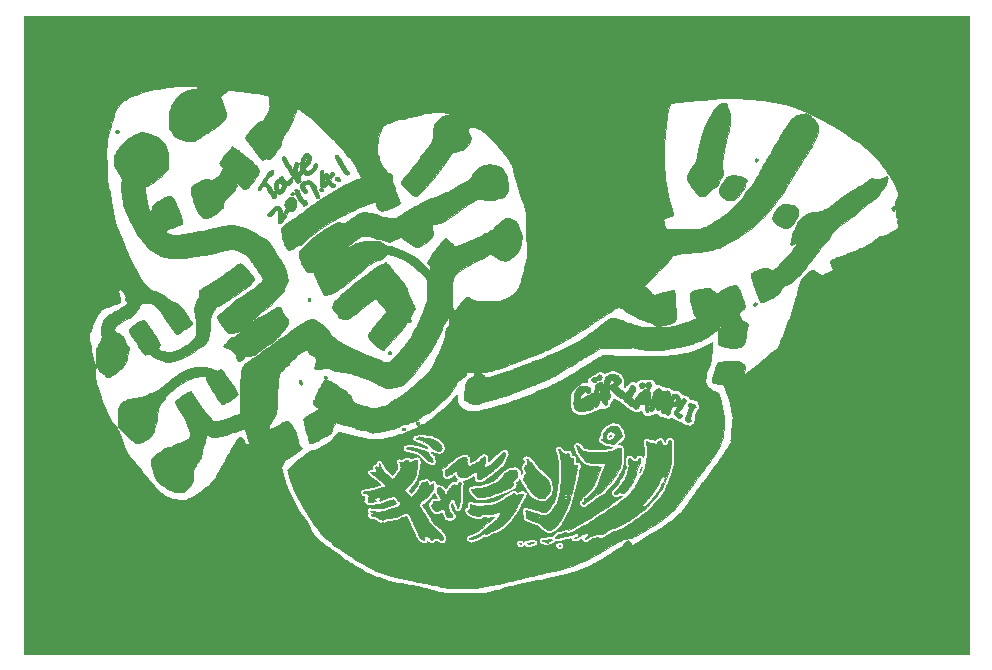
<source format=gbr>
G04 #@! TF.FileFunction,Soldermask,Top*
%FSLAX46Y46*%
G04 Gerber Fmt 4.6, Leading zero omitted, Abs format (unit mm)*
G04 Created by KiCad (PCBNEW 4.0.2+e4-6225~38~ubuntu16.04.1-stable) date Mit 05 Apr 2017 14:51:34 CST*
%MOMM*%
G01*
G04 APERTURE LIST*
%ADD10C,0.100000*%
%ADD11C,0.010000*%
%ADD12C,1.800000*%
%ADD13C,1.600000*%
G04 APERTURE END LIST*
D10*
D11*
G36*
X132395000Y-169848666D02*
X52385000Y-169848666D01*
X52385000Y-146155128D01*
X58384708Y-146155128D01*
X58392257Y-146273438D01*
X58411219Y-146407441D01*
X58442133Y-146561557D01*
X58485541Y-146740205D01*
X58541983Y-146947806D01*
X58612001Y-147188779D01*
X58648847Y-147311822D01*
X58731691Y-147575915D01*
X58823992Y-147851306D01*
X58923858Y-148133458D01*
X59029403Y-148417834D01*
X59138735Y-148699899D01*
X59249965Y-148975116D01*
X59361205Y-149238950D01*
X59470564Y-149486863D01*
X59576154Y-149714319D01*
X59676085Y-149916783D01*
X59768468Y-150089717D01*
X59851413Y-150228586D01*
X59883754Y-150276763D01*
X59930268Y-150323052D01*
X59995023Y-150365454D01*
X60016252Y-150375620D01*
X60063245Y-150401305D01*
X60109358Y-150439117D01*
X60155843Y-150491723D01*
X60203953Y-150561789D01*
X60254940Y-150651982D01*
X60310056Y-150764969D01*
X60370553Y-150903418D01*
X60437684Y-151069994D01*
X60512701Y-151267364D01*
X60596856Y-151498196D01*
X60691402Y-151765156D01*
X60756572Y-151952250D01*
X60871375Y-152261987D01*
X60988020Y-152534390D01*
X61105806Y-152768002D01*
X61224035Y-152961368D01*
X61274813Y-153031750D01*
X61317794Y-153085903D01*
X61384662Y-153167338D01*
X61471501Y-153271415D01*
X61574397Y-153393492D01*
X61689435Y-153528927D01*
X61812699Y-153673078D01*
X61940274Y-153821304D01*
X61962189Y-153846666D01*
X62209896Y-154134429D01*
X62441370Y-154405874D01*
X62654641Y-154658637D01*
X62847742Y-154890350D01*
X63018706Y-155098649D01*
X63165566Y-155281167D01*
X63286353Y-155435539D01*
X63316318Y-155474830D01*
X63531632Y-155744750D01*
X63740890Y-155976394D01*
X63947963Y-156172643D01*
X64156719Y-156336373D01*
X64371031Y-156470463D01*
X64594768Y-156577791D01*
X64831800Y-156661236D01*
X64957072Y-156695039D01*
X65234079Y-156753868D01*
X65494579Y-156791093D01*
X65733540Y-156806347D01*
X65945929Y-156799260D01*
X66090293Y-156777906D01*
X66233268Y-156735553D01*
X66403222Y-156663908D01*
X66597895Y-156564286D01*
X66815023Y-156438006D01*
X67052344Y-156286383D01*
X67307596Y-156110736D01*
X67578514Y-155912380D01*
X67582457Y-155909411D01*
X67786519Y-155748968D01*
X67974475Y-155586047D01*
X68149664Y-155416359D01*
X68315423Y-155235612D01*
X68475088Y-155039515D01*
X68631997Y-154823777D01*
X68789487Y-154584108D01*
X68950895Y-154316216D01*
X69119558Y-154015812D01*
X69260790Y-153751416D01*
X69391731Y-153501832D01*
X69504718Y-153286664D01*
X69601409Y-153102814D01*
X69683461Y-152947181D01*
X69752529Y-152816664D01*
X69810272Y-152708164D01*
X69858346Y-152618580D01*
X69898407Y-152544812D01*
X69932113Y-152483761D01*
X69961120Y-152432325D01*
X69987086Y-152387405D01*
X70011667Y-152345901D01*
X70014182Y-152341703D01*
X70072623Y-152250653D01*
X70136393Y-152161391D01*
X70194702Y-152088721D01*
X70213399Y-152068316D01*
X70305280Y-151945801D01*
X70367578Y-151816854D01*
X70432069Y-151681107D01*
X70503109Y-151581136D01*
X70578721Y-151519106D01*
X70656934Y-151497182D01*
X70659078Y-151497166D01*
X70740821Y-151517879D01*
X70826576Y-151578983D01*
X70914631Y-151678922D01*
X70995292Y-151802264D01*
X71072287Y-151925635D01*
X71139252Y-152012183D01*
X71199468Y-152065273D01*
X71256213Y-152088271D01*
X71275692Y-152089833D01*
X71358745Y-152074477D01*
X71412583Y-152029983D01*
X71434593Y-151958717D01*
X71434988Y-151945758D01*
X71428255Y-151904939D01*
X71409570Y-151831289D01*
X71381199Y-151731853D01*
X71345406Y-151613675D01*
X71304454Y-151483799D01*
X71260608Y-151349270D01*
X71216132Y-151217131D01*
X71173291Y-151094428D01*
X71134348Y-150988205D01*
X71101568Y-150905506D01*
X71097754Y-150896564D01*
X71053237Y-150793378D01*
X70963660Y-150807420D01*
X70923426Y-150817283D01*
X70848228Y-150839195D01*
X70743169Y-150871538D01*
X70613351Y-150912692D01*
X70463879Y-150961041D01*
X70299854Y-151014966D01*
X70126379Y-151072849D01*
X70122666Y-151074097D01*
X69880078Y-151155340D01*
X69672877Y-151223751D01*
X69496472Y-151280428D01*
X69346274Y-151326468D01*
X69217694Y-151362968D01*
X69106141Y-151391027D01*
X69007027Y-151411741D01*
X68915760Y-151426207D01*
X68827752Y-151435523D01*
X68738412Y-151440786D01*
X68643152Y-151443093D01*
X68577500Y-151443525D01*
X68451227Y-151443434D01*
X68357083Y-151441616D01*
X68284862Y-151436722D01*
X68224361Y-151427401D01*
X68165376Y-151412303D01*
X68097703Y-151390079D01*
X68052229Y-151374024D01*
X67950822Y-151340049D01*
X67882409Y-151322624D01*
X67841533Y-151320592D01*
X67827832Y-151326381D01*
X67812695Y-151358555D01*
X67799019Y-151423370D01*
X67788770Y-151511135D01*
X67787800Y-151523606D01*
X67774339Y-151648134D01*
X67750985Y-151774563D01*
X67715388Y-151912097D01*
X67665197Y-152069940D01*
X67605605Y-152236969D01*
X67553746Y-152389517D01*
X67521633Y-152515296D01*
X67506899Y-152623633D01*
X67506724Y-152626347D01*
X67482712Y-152822298D01*
X67433335Y-153038815D01*
X67379191Y-153217463D01*
X67327886Y-153345388D01*
X67263600Y-153449630D01*
X67228713Y-153492630D01*
X67163845Y-153573166D01*
X67088875Y-153675614D01*
X67009505Y-153791157D01*
X66931439Y-153910975D01*
X66860377Y-154026249D01*
X66802022Y-154128160D01*
X66762077Y-154207890D01*
X66754699Y-154225736D01*
X66731880Y-154294489D01*
X66719048Y-154362196D01*
X66714423Y-154443536D01*
X66715955Y-154545166D01*
X66720971Y-154724471D01*
X66722718Y-154868076D01*
X66720818Y-154982516D01*
X66714892Y-155074326D01*
X66704561Y-155150040D01*
X66689448Y-155216193D01*
X66674278Y-155264833D01*
X66586875Y-155461617D01*
X66466708Y-155646932D01*
X66320642Y-155812675D01*
X66155544Y-155950740D01*
X66026253Y-156029756D01*
X65888258Y-156096709D01*
X65773215Y-156140642D01*
X65670503Y-156164326D01*
X65569506Y-156170533D01*
X65501679Y-156166690D01*
X65354390Y-156142279D01*
X65185342Y-156096219D01*
X65001052Y-156031835D01*
X64808037Y-155952456D01*
X64612815Y-155861408D01*
X64421904Y-155762018D01*
X64241820Y-155657615D01*
X64079081Y-155551525D01*
X63940203Y-155447075D01*
X63831705Y-155347592D01*
X63781559Y-155288528D01*
X63705700Y-155172755D01*
X63623095Y-155023985D01*
X63537314Y-154850276D01*
X63451928Y-154659689D01*
X63370509Y-154460282D01*
X63296628Y-154260115D01*
X63233855Y-154067247D01*
X63220930Y-154023258D01*
X63173972Y-153833189D01*
X63152771Y-153670727D01*
X63159170Y-153528550D01*
X63195009Y-153399335D01*
X63262130Y-153275760D01*
X63362374Y-153150503D01*
X63466948Y-153044834D01*
X63583727Y-152942938D01*
X63728005Y-152830427D01*
X63888983Y-152714718D01*
X64055858Y-152603225D01*
X64217828Y-152503364D01*
X64364094Y-152422552D01*
X64397723Y-152405815D01*
X64493679Y-152361693D01*
X64568277Y-152334637D01*
X64636738Y-152320403D01*
X64714284Y-152314745D01*
X64725432Y-152314428D01*
X64807981Y-152310176D01*
X64862167Y-152299818D01*
X64901913Y-152279298D01*
X64930852Y-152254579D01*
X65009198Y-152195120D01*
X65120283Y-152135849D01*
X65266706Y-152075650D01*
X65451067Y-152013405D01*
X65586215Y-151973111D01*
X65812240Y-151903677D01*
X65998982Y-151834838D01*
X66149371Y-151763976D01*
X66266334Y-151688472D01*
X66352801Y-151605709D01*
X66411700Y-151513067D01*
X66445960Y-151407930D01*
X66458510Y-151287678D01*
X66456104Y-151195446D01*
X66435560Y-151057428D01*
X66391376Y-150889297D01*
X66349754Y-150766916D01*
X73138916Y-150766916D01*
X73216975Y-150773407D01*
X73270562Y-150771628D01*
X73336666Y-150757092D01*
X73419078Y-150728120D01*
X73521590Y-150683034D01*
X73647995Y-150620156D01*
X73802084Y-150537808D01*
X73987648Y-150434310D01*
X74003713Y-150425210D01*
X74187653Y-150322865D01*
X74340489Y-150242968D01*
X74466380Y-150184547D01*
X74569486Y-150146626D01*
X74653966Y-150128231D01*
X74723978Y-150128388D01*
X74783683Y-150146122D01*
X74837237Y-150180460D01*
X74879265Y-150220094D01*
X74940506Y-150295816D01*
X75011759Y-150401642D01*
X75089812Y-150531027D01*
X75171452Y-150677428D01*
X75253465Y-150834302D01*
X75332639Y-150995104D01*
X75405759Y-151153291D01*
X75469614Y-151302320D01*
X75520989Y-151435646D01*
X75556672Y-151546727D01*
X75573449Y-151629019D01*
X75573919Y-151634750D01*
X75584132Y-151722213D01*
X75600862Y-151811893D01*
X75606766Y-151835833D01*
X75627151Y-151913791D01*
X75646081Y-151989623D01*
X75650070Y-152006332D01*
X75672888Y-152059174D01*
X75718733Y-152132795D01*
X75781306Y-152217444D01*
X75806196Y-152248116D01*
X75862216Y-152318562D01*
X75904016Y-152377116D01*
X75926606Y-152416396D01*
X75928199Y-152428577D01*
X75848179Y-152494720D01*
X75762843Y-152562619D01*
X75680386Y-152626039D01*
X75609006Y-152678748D01*
X75556899Y-152714512D01*
X75537840Y-152725454D01*
X75488986Y-152760105D01*
X75448621Y-152805723D01*
X75417796Y-152835810D01*
X75356669Y-152882944D01*
X75271578Y-152942970D01*
X75168864Y-153011731D01*
X75054864Y-153085070D01*
X74935917Y-153158833D01*
X74818362Y-153228862D01*
X74708538Y-153291001D01*
X74708308Y-153291127D01*
X74640354Y-153329304D01*
X74585633Y-153361874D01*
X74557178Y-153380921D01*
X74535920Y-153407014D01*
X74498504Y-153461031D01*
X74449515Y-153535589D01*
X74393537Y-153623304D01*
X74335154Y-153716792D01*
X74278949Y-153808671D01*
X74229508Y-153891555D01*
X74191413Y-153958062D01*
X74169249Y-154000808D01*
X74165500Y-154011805D01*
X74171426Y-154043864D01*
X74188033Y-154110350D01*
X74213561Y-154205226D01*
X74246250Y-154322453D01*
X74284343Y-154455995D01*
X74326078Y-154599814D01*
X74369697Y-154747872D01*
X74413441Y-154894132D01*
X74455550Y-155032556D01*
X74494265Y-155157107D01*
X74527827Y-155261747D01*
X74542957Y-155307166D01*
X74687181Y-155710481D01*
X74842156Y-156103397D01*
X75005810Y-156481881D01*
X75176070Y-156841899D01*
X75350865Y-157179418D01*
X75528120Y-157490404D01*
X75705766Y-157770826D01*
X75881728Y-158016649D01*
X76024955Y-158191451D01*
X76089529Y-158268140D01*
X76153279Y-158349315D01*
X76199823Y-158413701D01*
X76247160Y-158480664D01*
X76293901Y-158541436D01*
X76315484Y-158566833D01*
X76347704Y-158613967D01*
X76384707Y-158685387D01*
X76416500Y-158760625D01*
X76457461Y-158859604D01*
X76515158Y-158984979D01*
X76584502Y-159126874D01*
X76660401Y-159275414D01*
X76737766Y-159420723D01*
X76811504Y-159552923D01*
X76876526Y-159662140D01*
X76900320Y-159699250D01*
X76961935Y-159787769D01*
X77028321Y-159872867D01*
X77102669Y-159957254D01*
X77188169Y-160043641D01*
X77288013Y-160134737D01*
X77405389Y-160233253D01*
X77543489Y-160341899D01*
X77705504Y-160463385D01*
X77894623Y-160600422D01*
X78114038Y-160755719D01*
X78282416Y-160873305D01*
X78373670Y-160938026D01*
X78489798Y-161022313D01*
X78622202Y-161119815D01*
X78762283Y-161224179D01*
X78901444Y-161329055D01*
X78970333Y-161381488D01*
X79134022Y-161506082D01*
X79272700Y-161610171D01*
X79394538Y-161699322D01*
X79507705Y-161779106D01*
X79620371Y-161855090D01*
X79740707Y-161932844D01*
X79876882Y-162017937D01*
X80037066Y-162115938D01*
X80134500Y-162175020D01*
X80288463Y-162268813D01*
X80462783Y-162376002D01*
X80642926Y-162487588D01*
X80814362Y-162594572D01*
X80949416Y-162679625D01*
X81071090Y-162755451D01*
X81185922Y-162824682D01*
X81287400Y-162883573D01*
X81369008Y-162928376D01*
X81424233Y-162955345D01*
X81437432Y-162960287D01*
X81484736Y-162976758D01*
X81562887Y-163006448D01*
X81663716Y-163046150D01*
X81779056Y-163092652D01*
X81883389Y-163135538D01*
X82073079Y-163212773D01*
X82272884Y-163291529D01*
X82476687Y-163369591D01*
X82678372Y-163444746D01*
X82871822Y-163514782D01*
X83050920Y-163577486D01*
X83209549Y-163630643D01*
X83341593Y-163672042D01*
X83440934Y-163699469D01*
X83444327Y-163700289D01*
X83536272Y-163720500D01*
X83658565Y-163744730D01*
X83799671Y-163770835D01*
X83948058Y-163796672D01*
X84071500Y-163816853D01*
X84221040Y-163841057D01*
X84392643Y-163869852D01*
X84580786Y-163902226D01*
X84779945Y-163937169D01*
X84984599Y-163973669D01*
X85189223Y-164010714D01*
X85388295Y-164047293D01*
X85576292Y-164082394D01*
X85747690Y-164115007D01*
X85896967Y-164144120D01*
X86018599Y-164168720D01*
X86107064Y-164187798D01*
X86139639Y-164195585D01*
X86233534Y-164220811D01*
X86325252Y-164247526D01*
X86396031Y-164270249D01*
X86400116Y-164271691D01*
X86480442Y-164298213D01*
X86592788Y-164332414D01*
X86728083Y-164371785D01*
X86877257Y-164413817D01*
X87031242Y-164456000D01*
X87180967Y-164495824D01*
X87317363Y-164530780D01*
X87431361Y-164558358D01*
X87458166Y-164564446D01*
X87575624Y-164589395D01*
X87691803Y-164611233D01*
X87810172Y-164630130D01*
X87934202Y-164646258D01*
X88067363Y-164659788D01*
X88213123Y-164670892D01*
X88374953Y-164679740D01*
X88556323Y-164686503D01*
X88760702Y-164691354D01*
X88991561Y-164694462D01*
X89252368Y-164696000D01*
X89546593Y-164696138D01*
X89877707Y-164695048D01*
X90082833Y-164693952D01*
X90356081Y-164692154D01*
X90590537Y-164690178D01*
X90789741Y-164687922D01*
X90957233Y-164685283D01*
X91096553Y-164682161D01*
X91211243Y-164678452D01*
X91304843Y-164674055D01*
X91380893Y-164668869D01*
X91442933Y-164662791D01*
X91494505Y-164655720D01*
X91511583Y-164652841D01*
X91652461Y-164624617D01*
X91829221Y-164583767D01*
X92037695Y-164531387D01*
X92273717Y-164468572D01*
X92533121Y-164396416D01*
X92811738Y-164316016D01*
X92961500Y-164271711D01*
X93165321Y-164211441D01*
X93334734Y-164162626D01*
X93475627Y-164123740D01*
X93593886Y-164093260D01*
X93695398Y-164069658D01*
X93786049Y-164051411D01*
X93861083Y-164038638D01*
X93909887Y-164028718D01*
X93990592Y-164009773D01*
X94094281Y-163984004D01*
X94212036Y-163953610D01*
X94295000Y-163931584D01*
X94402783Y-163903981D01*
X94536105Y-163871982D01*
X94689350Y-163836749D01*
X94856902Y-163799446D01*
X95033143Y-163761235D01*
X95212458Y-163723277D01*
X95389230Y-163686736D01*
X95557843Y-163652774D01*
X95712680Y-163622553D01*
X95848125Y-163597237D01*
X95958562Y-163577986D01*
X96038373Y-163565965D01*
X96079244Y-163562287D01*
X96140903Y-163557169D01*
X96237931Y-163542736D01*
X96364688Y-163520179D01*
X96515535Y-163490689D01*
X96684831Y-163455457D01*
X96866937Y-163415674D01*
X97056213Y-163372531D01*
X97247019Y-163327219D01*
X97433715Y-163280928D01*
X97534905Y-163254882D01*
X97918528Y-163153008D01*
X98264995Y-163057378D01*
X98578788Y-162966617D01*
X98864394Y-162879353D01*
X99126297Y-162794211D01*
X99368982Y-162709818D01*
X99596934Y-162624801D01*
X99615560Y-162617585D01*
X99727030Y-162575691D01*
X99831925Y-162538830D01*
X99920477Y-162510255D01*
X99982918Y-162493222D01*
X99996560Y-162490624D01*
X100056515Y-162473831D01*
X100137093Y-162440883D01*
X100223089Y-162398166D01*
X100242833Y-162387177D01*
X100314972Y-162346817D01*
X100414660Y-162292118D01*
X100531989Y-162228461D01*
X100657049Y-162161228D01*
X100750833Y-162111231D01*
X100875674Y-162044073D01*
X101000604Y-161975320D01*
X101115571Y-161910612D01*
X101210522Y-161855591D01*
X101262272Y-161824249D01*
X101340882Y-161776465D01*
X101444802Y-161715335D01*
X101562157Y-161647746D01*
X101681071Y-161580583D01*
X101717140Y-161560512D01*
X101838181Y-161490379D01*
X101952386Y-161418609D01*
X102049868Y-161351718D01*
X102120739Y-161296225D01*
X102128101Y-161289621D01*
X102203017Y-161227639D01*
X102298238Y-161158394D01*
X102396540Y-161094211D01*
X102424650Y-161077441D01*
X102607968Y-160970488D01*
X102757413Y-160881897D01*
X102876147Y-160809519D01*
X102967331Y-160751205D01*
X103034126Y-160704807D01*
X103079691Y-160668177D01*
X103107189Y-160639167D01*
X103119781Y-160615628D01*
X103121500Y-160603814D01*
X103138379Y-160555898D01*
X103183341Y-160494168D01*
X103247866Y-160426084D01*
X103323437Y-160359107D01*
X103401536Y-160300698D01*
X103473646Y-160258317D01*
X103531249Y-160239425D01*
X103537917Y-160239079D01*
X103599252Y-160258548D01*
X103667636Y-160314086D01*
X103738345Y-160401098D01*
X103790102Y-160484324D01*
X103828008Y-160549985D01*
X103858085Y-160598165D01*
X103874535Y-160619647D01*
X103875414Y-160620000D01*
X103897943Y-160609534D01*
X103951305Y-160580240D01*
X104030158Y-160535277D01*
X104129158Y-160477801D01*
X104242960Y-160410968D01*
X104366223Y-160337937D01*
X104493601Y-160261864D01*
X104619752Y-160185905D01*
X104739331Y-160113219D01*
X104846996Y-160046962D01*
X104878333Y-160027463D01*
X104988238Y-159959494D01*
X105125463Y-159875638D01*
X105280827Y-159781445D01*
X105445146Y-159682467D01*
X105609239Y-159584257D01*
X105735583Y-159509142D01*
X105920783Y-159397544D01*
X106116265Y-159276373D01*
X106316128Y-159149534D01*
X106514473Y-159020933D01*
X106705400Y-158894474D01*
X106883009Y-158774061D01*
X107041401Y-158663600D01*
X107174675Y-158566996D01*
X107271185Y-158492789D01*
X107326279Y-158446243D01*
X107405642Y-158376091D01*
X107502996Y-158288038D01*
X107612068Y-158187789D01*
X107726581Y-158081050D01*
X107794814Y-158016717D01*
X107920235Y-157896984D01*
X108023742Y-157795282D01*
X108112544Y-157703497D01*
X108193852Y-157613514D01*
X108274874Y-157517219D01*
X108362821Y-157406497D01*
X108464901Y-157273233D01*
X108518780Y-157201875D01*
X108622740Y-157061690D01*
X108729704Y-156913697D01*
X108833344Y-156766920D01*
X108927333Y-156630383D01*
X109005341Y-156513109D01*
X109040396Y-156458073D01*
X109113000Y-156343071D01*
X109188627Y-156226197D01*
X109259903Y-156118667D01*
X109319448Y-156031696D01*
X109337975Y-156005666D01*
X109393477Y-155926877D01*
X109463291Y-155824663D01*
X109539088Y-155711370D01*
X109612539Y-155599344D01*
X109623537Y-155582333D01*
X109692955Y-155474638D01*
X109742812Y-155397823D01*
X109776716Y-155347336D01*
X109798276Y-155318627D01*
X109811101Y-155307147D01*
X109818799Y-155308344D01*
X109824979Y-155317668D01*
X109828547Y-155323826D01*
X109847852Y-155319854D01*
X109887754Y-155280076D01*
X109947549Y-155205264D01*
X109993101Y-155143296D01*
X110055299Y-155056762D01*
X110134734Y-154946232D01*
X110223942Y-154822093D01*
X110315460Y-154694730D01*
X110384902Y-154598083D01*
X110473490Y-154475629D01*
X110566558Y-154348438D01*
X110656458Y-154226863D01*
X110735544Y-154121258D01*
X110785405Y-154055853D01*
X110911337Y-153891131D01*
X111027308Y-153735585D01*
X111138643Y-153581615D01*
X111250665Y-153421618D01*
X111368700Y-153247993D01*
X111498071Y-153053139D01*
X111640403Y-152835155D01*
X111776753Y-152625191D01*
X111891922Y-152447903D01*
X111987617Y-152300351D01*
X112065543Y-152179598D01*
X112127407Y-152082706D01*
X112174914Y-152006735D01*
X112209771Y-151948748D01*
X112233682Y-151905806D01*
X112248356Y-151874972D01*
X112255496Y-151853306D01*
X112256810Y-151837871D01*
X112254003Y-151825728D01*
X112248781Y-151813939D01*
X112242851Y-151799566D01*
X112242418Y-151798280D01*
X112233281Y-151766375D01*
X112228150Y-151732558D01*
X112227370Y-151689456D01*
X112231286Y-151629695D01*
X112240241Y-151545904D01*
X112254581Y-151430708D01*
X112262426Y-151370166D01*
X112271231Y-151289113D01*
X112280999Y-151176759D01*
X112290898Y-151044101D01*
X112300097Y-150902133D01*
X112306454Y-150788083D01*
X112317228Y-150620060D01*
X112331882Y-150452750D01*
X112349110Y-150298869D01*
X112367608Y-150171134D01*
X112372702Y-150142500D01*
X112418371Y-149899083D01*
X112287951Y-149221750D01*
X112243488Y-148992368D01*
X112205355Y-148799784D01*
X112172370Y-148639131D01*
X112143351Y-148505547D01*
X112117115Y-148394166D01*
X112092480Y-148300124D01*
X112068265Y-148218556D01*
X112043285Y-148144598D01*
X112016361Y-148073385D01*
X111997617Y-148027137D01*
X111962321Y-147938825D01*
X111918315Y-147824288D01*
X111870799Y-147697282D01*
X111824976Y-147571564D01*
X111817577Y-147550887D01*
X111775334Y-147434404D01*
X111733184Y-147321582D01*
X111695340Y-147223480D01*
X111666014Y-147151153D01*
X111659817Y-147136833D01*
X111608217Y-147020416D01*
X111497650Y-147016432D01*
X111419063Y-147010692D01*
X111313123Y-146999050D01*
X111192524Y-146983318D01*
X111069960Y-146965307D01*
X110958126Y-146946828D01*
X110869714Y-146929692D01*
X110839608Y-146922551D01*
X110758950Y-146892330D01*
X110701673Y-146847834D01*
X110667371Y-146785416D01*
X110655633Y-146701428D01*
X110666053Y-146592223D01*
X110698220Y-146454153D01*
X110751728Y-146283571D01*
X110764047Y-146247833D01*
X110822227Y-146068887D01*
X110863566Y-145915014D01*
X110886555Y-145791926D01*
X110888189Y-145777807D01*
X110904501Y-145681030D01*
X110932752Y-145570007D01*
X110968936Y-145456408D01*
X111009048Y-145351898D01*
X111049086Y-145268146D01*
X111078216Y-145224112D01*
X111125747Y-145184559D01*
X111162060Y-145165470D01*
X111213451Y-145151228D01*
X111296265Y-145134152D01*
X111399827Y-145115875D01*
X111513461Y-145098027D01*
X111626494Y-145082241D01*
X111728250Y-145070148D01*
X111808055Y-145063381D01*
X111835625Y-145062504D01*
X111900816Y-145058140D01*
X111947513Y-145046982D01*
X111960581Y-145038099D01*
X111979713Y-145029117D01*
X112026254Y-145023712D01*
X112103956Y-145021784D01*
X112216570Y-145023236D01*
X112358706Y-145027635D01*
X112574453Y-145038530D01*
X112751967Y-145054419D01*
X112895114Y-145075885D01*
X113007763Y-145103507D01*
X113093782Y-145137869D01*
X113094466Y-145138220D01*
X113183350Y-145193373D01*
X113272417Y-145264163D01*
X113347664Y-145338534D01*
X113387028Y-145390089D01*
X113416538Y-145470866D01*
X113428390Y-145589294D01*
X113422585Y-145745622D01*
X113399122Y-145940102D01*
X113388892Y-146004416D01*
X113373616Y-146097727D01*
X113361683Y-146173746D01*
X113354392Y-146223973D01*
X113352843Y-146240083D01*
X113368745Y-146227705D01*
X113411250Y-146191591D01*
X113475308Y-146136112D01*
X113555868Y-146065642D01*
X113641333Y-145990339D01*
X113758596Y-145888372D01*
X113877885Y-145787659D01*
X113994362Y-145691996D01*
X114103186Y-145605181D01*
X114199520Y-145531011D01*
X114278523Y-145473281D01*
X114335357Y-145435790D01*
X114365183Y-145422333D01*
X114365274Y-145422333D01*
X114396400Y-145411285D01*
X114450047Y-145377475D01*
X114527436Y-145319908D01*
X114629786Y-145237588D01*
X114758319Y-145129516D01*
X114914255Y-144994698D01*
X115098813Y-144832136D01*
X115218114Y-144725941D01*
X115429869Y-144538418D01*
X115612191Y-144380345D01*
X115765620Y-144251277D01*
X115890696Y-144150770D01*
X115987961Y-144078380D01*
X116057956Y-144033662D01*
X116066029Y-144029369D01*
X116158524Y-143962553D01*
X116217049Y-143892049D01*
X116260832Y-143813662D01*
X116316792Y-143698877D01*
X116383503Y-143551386D01*
X116459541Y-143374881D01*
X116543479Y-143173051D01*
X116633893Y-142949589D01*
X116729357Y-142708186D01*
X116828445Y-142452532D01*
X116929731Y-142186320D01*
X117031792Y-141913239D01*
X117133200Y-141636982D01*
X117232531Y-141361240D01*
X117328359Y-141089703D01*
X117419258Y-140826062D01*
X117503803Y-140574010D01*
X117534136Y-140481522D01*
X117630371Y-140179810D01*
X117712350Y-139908465D01*
X117782415Y-139658910D01*
X117842907Y-139422569D01*
X117896169Y-139190865D01*
X117927642Y-139040563D01*
X117964705Y-138863553D01*
X117998309Y-138719923D01*
X118031151Y-138601172D01*
X118065929Y-138498797D01*
X118105341Y-138404296D01*
X118152084Y-138309166D01*
X118171058Y-138273440D01*
X118308278Y-138052536D01*
X118477043Y-137842058D01*
X118681599Y-137637030D01*
X118805647Y-137529146D01*
X118930322Y-137433883D01*
X119037694Y-137371244D01*
X119133481Y-137338328D01*
X119195300Y-137331436D01*
X119268069Y-137338033D01*
X119339630Y-137362913D01*
X119417390Y-137410265D01*
X119508753Y-137484280D01*
X119578583Y-137548333D01*
X119690793Y-137648333D01*
X119782042Y-137715485D01*
X119855392Y-137751795D01*
X119901502Y-137760000D01*
X119946767Y-137750835D01*
X120023805Y-137724996D01*
X120126639Y-137684960D01*
X120249290Y-137633207D01*
X120385779Y-137572215D01*
X120530129Y-137504465D01*
X120601905Y-137469557D01*
X120711767Y-137416205D01*
X120790538Y-137375322D01*
X120840930Y-137339159D01*
X120865651Y-137299966D01*
X120867412Y-137249993D01*
X120848923Y-137181492D01*
X120812894Y-137086712D01*
X120771927Y-136983346D01*
X120734989Y-136883423D01*
X120703752Y-136788795D01*
X120682034Y-136711636D01*
X120674182Y-136671632D01*
X120671896Y-136624651D01*
X120678380Y-136582666D01*
X120696874Y-136543871D01*
X120730618Y-136506461D01*
X120782851Y-136468630D01*
X120856812Y-136428573D01*
X120955741Y-136384484D01*
X121082878Y-136334558D01*
X121241462Y-136276990D01*
X121434733Y-136209974D01*
X121607980Y-136151218D01*
X121924494Y-136042229D01*
X122209207Y-135939017D01*
X122471557Y-135837787D01*
X122720979Y-135734746D01*
X122966912Y-135626102D01*
X123218791Y-135508061D01*
X123272166Y-135482285D01*
X123532292Y-135353563D01*
X123757245Y-135236445D01*
X123951638Y-135128072D01*
X124120084Y-135025588D01*
X124267198Y-134926136D01*
X124397593Y-134826858D01*
X124515883Y-134724897D01*
X124556377Y-134686999D01*
X124644610Y-134604583D01*
X124712428Y-134547961D01*
X124768715Y-134512369D01*
X124822356Y-134493046D01*
X124882233Y-134485229D01*
X124934953Y-134484051D01*
X125015508Y-134475693D01*
X125115226Y-134449700D01*
X125237684Y-134404692D01*
X125386459Y-134339289D01*
X125565126Y-134252110D01*
X125653742Y-134206699D01*
X125834931Y-134109027D01*
X125999225Y-134013137D01*
X126141562Y-133922321D01*
X126256879Y-133839874D01*
X126340115Y-133769088D01*
X126362604Y-133745563D01*
X126404279Y-133692956D01*
X126421835Y-133648840D01*
X126421911Y-133592618D01*
X126419397Y-133569296D01*
X126403794Y-133494157D01*
X126376000Y-133405168D01*
X126353376Y-133348020D01*
X126316316Y-133254332D01*
X126302264Y-133186608D01*
X126311166Y-133135314D01*
X126342970Y-133090910D01*
X126351916Y-133082166D01*
X126394859Y-133030937D01*
X126399106Y-132989684D01*
X126364748Y-132951421D01*
X126353711Y-132943812D01*
X126309250Y-132903812D01*
X126275313Y-132845971D01*
X126250479Y-132764862D01*
X126233327Y-132655055D01*
X126222436Y-132511123D01*
X126219051Y-132429416D01*
X126208888Y-132125916D01*
X126163503Y-132206826D01*
X126103755Y-132280091D01*
X126029913Y-132315227D01*
X125953333Y-132312374D01*
X125894837Y-132279400D01*
X125861026Y-132214733D01*
X125850663Y-132128641D01*
X125865500Y-132032530D01*
X125913090Y-131963225D01*
X125993518Y-131920610D01*
X126002468Y-131918053D01*
X126082125Y-131877046D01*
X126132530Y-131806994D01*
X126150810Y-131711959D01*
X126150833Y-131708124D01*
X126159857Y-131634536D01*
X126187897Y-131538694D01*
X126236409Y-131416565D01*
X126306846Y-131264117D01*
X126322683Y-131231688D01*
X126383288Y-131095750D01*
X126417641Y-130983101D01*
X126426771Y-130884657D01*
X126411709Y-130791339D01*
X126381676Y-130711500D01*
X126358448Y-130658332D01*
X126323422Y-130575440D01*
X126280583Y-130472376D01*
X126233918Y-130358698D01*
X126211560Y-130303736D01*
X126160432Y-130181592D01*
X126106468Y-130059348D01*
X126055046Y-129948774D01*
X126011546Y-129861640D01*
X125998744Y-129838069D01*
X125923047Y-129709917D01*
X125827319Y-129557900D01*
X125717839Y-129391321D01*
X125600884Y-129219481D01*
X125482734Y-129051682D01*
X125369664Y-128897226D01*
X125316810Y-128827666D01*
X125232994Y-128718507D01*
X125133379Y-128587970D01*
X125027499Y-128448596D01*
X124924889Y-128312924D01*
X124866217Y-128235000D01*
X124690330Y-128013239D01*
X124496082Y-127792558D01*
X124280654Y-127570421D01*
X124041230Y-127344292D01*
X123774991Y-127111634D01*
X123479120Y-126869913D01*
X123150799Y-126616593D01*
X122787210Y-126349136D01*
X122705857Y-126290755D01*
X121988210Y-125795408D01*
X121251631Y-125321120D01*
X120504753Y-124873129D01*
X119756211Y-124456674D01*
X119250500Y-124194093D01*
X118856114Y-124005435D01*
X118454786Y-123834089D01*
X118038939Y-123677313D01*
X117600994Y-123532366D01*
X117133375Y-123396506D01*
X116816333Y-123313387D01*
X116345575Y-123201774D01*
X115887305Y-123108393D01*
X115427336Y-123030800D01*
X114951482Y-122966552D01*
X114551500Y-122923282D01*
X114145043Y-122884146D01*
X113777593Y-122850035D01*
X113446141Y-122820827D01*
X113147675Y-122796395D01*
X112879183Y-122776616D01*
X112637655Y-122761367D01*
X112420079Y-122750521D01*
X112223445Y-122743956D01*
X112044742Y-122741547D01*
X111880958Y-122743170D01*
X111729083Y-122748700D01*
X111586105Y-122758013D01*
X111449013Y-122770985D01*
X111314797Y-122787492D01*
X111302416Y-122789194D01*
X111119672Y-122813195D01*
X110917791Y-122837091D01*
X110693293Y-122861216D01*
X110442702Y-122885902D01*
X110162540Y-122911485D01*
X109849329Y-122938298D01*
X109499591Y-122966674D01*
X109249250Y-122986253D01*
X108902264Y-123013150D01*
X108594952Y-123037468D01*
X108324777Y-123059816D01*
X108089199Y-123080799D01*
X107885680Y-123101025D01*
X107711680Y-123121101D01*
X107564662Y-123141634D01*
X107442086Y-123163232D01*
X107341415Y-123186500D01*
X107260108Y-123212046D01*
X107195628Y-123240478D01*
X107145436Y-123272402D01*
X107106993Y-123308426D01*
X107077760Y-123349156D01*
X107055200Y-123395199D01*
X107036772Y-123447163D01*
X107019939Y-123505655D01*
X107015975Y-123520283D01*
X106949018Y-123796489D01*
X106886599Y-124109621D01*
X106829168Y-124454468D01*
X106777173Y-124825821D01*
X106731062Y-125218469D01*
X106691284Y-125627204D01*
X106658287Y-126046814D01*
X106632519Y-126472090D01*
X106614429Y-126897822D01*
X106604465Y-127318800D01*
X106603075Y-127729815D01*
X106610708Y-128125657D01*
X106613262Y-128200003D01*
X106637691Y-128713469D01*
X106672584Y-129194505D01*
X106719401Y-129652043D01*
X106779603Y-130095016D01*
X106854649Y-130532360D01*
X106945999Y-130973005D01*
X107055113Y-131425888D01*
X107183450Y-131899940D01*
X107262116Y-132170767D01*
X107301301Y-132304451D01*
X107336019Y-132425982D01*
X107364525Y-132528993D01*
X107385072Y-132607120D01*
X107395917Y-132653996D01*
X107397166Y-132663275D01*
X107389651Y-132685890D01*
X107364064Y-132708463D01*
X107315848Y-132732918D01*
X107240442Y-132761179D01*
X107133287Y-132795168D01*
X106989824Y-132836809D01*
X106977702Y-132840230D01*
X106818311Y-132887808D01*
X106697795Y-132930071D01*
X106613213Y-132968307D01*
X106561626Y-133003805D01*
X106542139Y-133031090D01*
X106542881Y-133062039D01*
X106553127Y-133126798D01*
X106571454Y-133218278D01*
X106596444Y-133329389D01*
X106626663Y-133452993D01*
X106724769Y-133839502D01*
X106918093Y-133852173D01*
X107054004Y-133859931D01*
X107219634Y-133867529D01*
X107408218Y-133874807D01*
X107612994Y-133881607D01*
X107827198Y-133887770D01*
X108044067Y-133893138D01*
X108256839Y-133897551D01*
X108458749Y-133900850D01*
X108643036Y-133902878D01*
X108802935Y-133903475D01*
X108931683Y-133902483D01*
X108995250Y-133900919D01*
X109204539Y-133891340D01*
X109381270Y-133877203D01*
X109535160Y-133856129D01*
X109675926Y-133825740D01*
X109813288Y-133783657D01*
X109956963Y-133727501D01*
X110116669Y-133654894D01*
X110233500Y-133597839D01*
X110577675Y-133417463D01*
X110933300Y-133214034D01*
X111286163Y-132996231D01*
X111622053Y-132772735D01*
X111843536Y-132614545D01*
X111936263Y-132542956D01*
X112029348Y-132464039D01*
X112128626Y-132372280D01*
X112239932Y-132262169D01*
X112369101Y-132128194D01*
X112453978Y-132037945D01*
X112564069Y-131920588D01*
X112672290Y-131806149D01*
X112772953Y-131700574D01*
X112860366Y-131609812D01*
X112928841Y-131539809D01*
X112963582Y-131505250D01*
X113130245Y-131329067D01*
X113261379Y-131159558D01*
X113354689Y-130999718D01*
X113360807Y-130986666D01*
X113409095Y-130899584D01*
X113480376Y-130794726D01*
X113566823Y-130683339D01*
X113596542Y-130648000D01*
X113720461Y-130502309D01*
X113831436Y-130368399D01*
X113932395Y-130241774D01*
X114026266Y-130117940D01*
X114115980Y-129992402D01*
X114204464Y-129860664D01*
X114294649Y-129718232D01*
X114389461Y-129560611D01*
X114491831Y-129383305D01*
X114604687Y-129181820D01*
X114730958Y-128951661D01*
X114873573Y-128688332D01*
X114874270Y-128687040D01*
X114934308Y-128578623D01*
X115009412Y-128447395D01*
X115092022Y-128306323D01*
X115174581Y-128168374D01*
X115219149Y-128095412D01*
X115273053Y-128006520D01*
X115344570Y-127886351D01*
X115430457Y-127740471D01*
X115527470Y-127574442D01*
X115632366Y-127393829D01*
X115741902Y-127204194D01*
X115852835Y-127011102D01*
X115933044Y-126870789D01*
X116122559Y-126539377D01*
X116293329Y-126242735D01*
X116446867Y-125978461D01*
X116584688Y-125744153D01*
X116708307Y-125537410D01*
X116819237Y-125355832D01*
X116918993Y-125197015D01*
X117009089Y-125058559D01*
X117091040Y-124938063D01*
X117166358Y-124833125D01*
X117236559Y-124741344D01*
X117303158Y-124660319D01*
X117367667Y-124587647D01*
X117383241Y-124570933D01*
X117527874Y-124430345D01*
X117671265Y-124321085D01*
X117823341Y-124238016D01*
X117994031Y-124175999D01*
X118193263Y-124129895D01*
X118256544Y-124118971D01*
X118424271Y-124095920D01*
X118558583Y-124087373D01*
X118665889Y-124093473D01*
X118752596Y-124114361D01*
X118790968Y-124130762D01*
X118859394Y-124175686D01*
X118946431Y-124249175D01*
X119046583Y-124344996D01*
X119154354Y-124456912D01*
X119264250Y-124578691D01*
X119370775Y-124704097D01*
X119468434Y-124826896D01*
X119551733Y-124940853D01*
X119615175Y-125039733D01*
X119647318Y-125102333D01*
X119669075Y-125197773D01*
X119667825Y-125325435D01*
X119644359Y-125482526D01*
X119599467Y-125666256D01*
X119533936Y-125873833D01*
X119448556Y-126102465D01*
X119344117Y-126349360D01*
X119221408Y-126611727D01*
X119219441Y-126615750D01*
X119123412Y-126802815D01*
X119016587Y-126992383D01*
X118893328Y-127194016D01*
X118747997Y-127417278D01*
X118739057Y-127430666D01*
X118595567Y-127648000D01*
X118444042Y-127882933D01*
X118282438Y-128138762D01*
X118108707Y-128418786D01*
X117920803Y-128726301D01*
X117716679Y-129064605D01*
X117506958Y-129415690D01*
X117269837Y-129811671D01*
X117049688Y-130173336D01*
X116844084Y-130503993D01*
X116650599Y-130806954D01*
X116466805Y-131085528D01*
X116290277Y-131343026D01*
X116118587Y-131582758D01*
X115949308Y-131808033D01*
X115780014Y-132022162D01*
X115608278Y-132228455D01*
X115431672Y-132430222D01*
X115247771Y-132630774D01*
X115054148Y-132833419D01*
X114849671Y-133040178D01*
X114566662Y-133314977D01*
X114300627Y-133557786D01*
X114046407Y-133772701D01*
X113798841Y-133963816D01*
X113552769Y-134135230D01*
X113303033Y-134291036D01*
X113196833Y-134352230D01*
X113129664Y-134390738D01*
X113032261Y-134447535D01*
X112910648Y-134519061D01*
X112770850Y-134601756D01*
X112618890Y-134692059D01*
X112460794Y-134786409D01*
X112360750Y-134846329D01*
X112139957Y-134977848D01*
X111949459Y-135089056D01*
X111784005Y-135182636D01*
X111638343Y-135261268D01*
X111507223Y-135327633D01*
X111385394Y-135384415D01*
X111267604Y-135434293D01*
X111148604Y-135479950D01*
X111054851Y-135513224D01*
X110855261Y-135577486D01*
X110652467Y-135633046D01*
X110440934Y-135680787D01*
X110215129Y-135721588D01*
X109969520Y-135756329D01*
X109698572Y-135785892D01*
X109396753Y-135811156D01*
X109058530Y-135833002D01*
X109037583Y-135834188D01*
X108708263Y-135856707D01*
X108406843Y-135885464D01*
X108135062Y-135920068D01*
X107894660Y-135960128D01*
X107687379Y-136005253D01*
X107514959Y-136055052D01*
X107379139Y-136109133D01*
X107281661Y-136167107D01*
X107224265Y-136228580D01*
X107216868Y-136243286D01*
X107194762Y-136284373D01*
X107156772Y-136339679D01*
X107101602Y-136410615D01*
X107027957Y-136498596D01*
X106934538Y-136605033D01*
X106820051Y-136731341D01*
X106683199Y-136878932D01*
X106522685Y-137049220D01*
X106337212Y-137243617D01*
X106125484Y-137463536D01*
X105886205Y-137710391D01*
X105622135Y-137981439D01*
X104941011Y-138679128D01*
X105137213Y-138877260D01*
X105236906Y-138976396D01*
X105351780Y-139088250D01*
X105465625Y-139197138D01*
X105539134Y-139266084D01*
X105744852Y-139456778D01*
X106221701Y-139317118D01*
X106499779Y-139236876D01*
X106738248Y-139170646D01*
X106937417Y-139118350D01*
X107097596Y-139079910D01*
X107219097Y-139055249D01*
X107302228Y-139044288D01*
X107311923Y-139043803D01*
X107371106Y-139044022D01*
X107403086Y-139056513D01*
X107422919Y-139091093D01*
X107434259Y-139123541D01*
X107465273Y-139241339D01*
X107493337Y-139398450D01*
X107518178Y-139591940D01*
X107539525Y-139818872D01*
X107557105Y-140076313D01*
X107570646Y-140361325D01*
X107579877Y-140670976D01*
X107580532Y-140702166D01*
X107584089Y-140945559D01*
X107583954Y-141149403D01*
X107579959Y-141316339D01*
X107571934Y-141449003D01*
X107559709Y-141550035D01*
X107543113Y-141622074D01*
X107521977Y-141667758D01*
X107518042Y-141672946D01*
X107474424Y-141706587D01*
X107396213Y-141746989D01*
X107290065Y-141791390D01*
X107162636Y-141837032D01*
X107020583Y-141881154D01*
X107005583Y-141885447D01*
X106881526Y-141918757D01*
X106742970Y-141952792D01*
X106598090Y-141985863D01*
X106455064Y-142016281D01*
X106322069Y-142042359D01*
X106207283Y-142062407D01*
X106118881Y-142074738D01*
X106073443Y-142077913D01*
X106000704Y-142068381D01*
X105917089Y-142037665D01*
X105816134Y-141982797D01*
X105698595Y-141905819D01*
X105577240Y-141832175D01*
X105437109Y-141767717D01*
X105270432Y-141709348D01*
X105069437Y-141653969D01*
X105062476Y-141652242D01*
X104815563Y-141579418D01*
X104550734Y-141478362D01*
X104266353Y-141348246D01*
X103960783Y-141188241D01*
X103632385Y-140997517D01*
X103279524Y-140775247D01*
X103114098Y-140665904D01*
X103005189Y-140593509D01*
X102907951Y-140529932D01*
X102827934Y-140478715D01*
X102770688Y-140443401D01*
X102741763Y-140427530D01*
X102739791Y-140427000D01*
X102719639Y-140438414D01*
X102667132Y-140471397D01*
X102585155Y-140524064D01*
X102476593Y-140594526D01*
X102344333Y-140680897D01*
X102191259Y-140781289D01*
X102020257Y-140893815D01*
X101834211Y-141016587D01*
X101636008Y-141147720D01*
X101498360Y-141238976D01*
X101074048Y-141519799D01*
X100681695Y-141777908D01*
X100318624Y-142014931D01*
X99982162Y-142232499D01*
X99669633Y-142432241D01*
X99378361Y-142615787D01*
X99105673Y-142784766D01*
X98848893Y-142940809D01*
X98605345Y-143085544D01*
X98372356Y-143220602D01*
X98147249Y-143347612D01*
X97927351Y-143468205D01*
X97709986Y-143584009D01*
X97492478Y-143696654D01*
X97326350Y-143780695D01*
X97149264Y-143868946D01*
X96989834Y-143947104D01*
X96842170Y-144017696D01*
X96700380Y-144083250D01*
X96558574Y-144146294D01*
X96410861Y-144209355D01*
X96251351Y-144274961D01*
X96074151Y-144345639D01*
X95873372Y-144423918D01*
X95643123Y-144512324D01*
X95448583Y-144586404D01*
X95305675Y-144641205D01*
X95132994Y-144708252D01*
X94939974Y-144783834D01*
X94736051Y-144864237D01*
X94530659Y-144945748D01*
X94333235Y-145024653D01*
X94252666Y-145057048D01*
X93904657Y-145196253D01*
X93590596Y-145319475D01*
X93305851Y-145428164D01*
X93045793Y-145523769D01*
X92805791Y-145607739D01*
X92581215Y-145681524D01*
X92367435Y-145746573D01*
X92159820Y-145804335D01*
X91953739Y-145856261D01*
X91744563Y-145903798D01*
X91527662Y-145948397D01*
X91298403Y-145991508D01*
X91225833Y-146004489D01*
X91110205Y-146025760D01*
X91003559Y-146046838D01*
X90915723Y-146065678D01*
X90856525Y-146080233D01*
X90844833Y-146083787D01*
X90770750Y-146108747D01*
X90914639Y-146123723D01*
X91090818Y-146152513D01*
X91234405Y-146199977D01*
X91351892Y-146268529D01*
X91391310Y-146300846D01*
X91467897Y-146366982D01*
X91525825Y-146407277D01*
X91576696Y-146425498D01*
X91632112Y-146425409D01*
X91703674Y-146410775D01*
X91718563Y-146407040D01*
X91870315Y-146365847D01*
X92057311Y-146310639D01*
X92275388Y-146242869D01*
X92520387Y-146163993D01*
X92788146Y-146075467D01*
X93074504Y-145978745D01*
X93375300Y-145875284D01*
X93686371Y-145766537D01*
X94003559Y-145653961D01*
X94322700Y-145539011D01*
X94639633Y-145423142D01*
X94950199Y-145307810D01*
X95250235Y-145194469D01*
X95535580Y-145084575D01*
X95802073Y-144979583D01*
X95815126Y-144974369D01*
X96333890Y-144764480D01*
X96814763Y-144564518D01*
X97260642Y-144373076D01*
X97674427Y-144188746D01*
X98059013Y-144010123D01*
X98417299Y-143835798D01*
X98752182Y-143664365D01*
X99066560Y-143494416D01*
X99363330Y-143324546D01*
X99645390Y-143153347D01*
X99893583Y-142993988D01*
X100050678Y-142889208D01*
X100198530Y-142787792D01*
X100343208Y-142685231D01*
X100490780Y-142577016D01*
X100647313Y-142458637D01*
X100818874Y-142325585D01*
X101011532Y-142173349D01*
X101192709Y-142028471D01*
X101383827Y-141876067D01*
X101546575Y-141749041D01*
X101684682Y-141645173D01*
X101801878Y-141562243D01*
X101901893Y-141498032D01*
X101988458Y-141450320D01*
X102065302Y-141416887D01*
X102136155Y-141395512D01*
X102204748Y-141383977D01*
X102274810Y-141380061D01*
X102282361Y-141380002D01*
X102341388Y-141381446D01*
X102400892Y-141387265D01*
X102465628Y-141398953D01*
X102540347Y-141418004D01*
X102629802Y-141445913D01*
X102738746Y-141484174D01*
X102871931Y-141534281D01*
X103034112Y-141597730D01*
X103230039Y-141676014D01*
X103252436Y-141685024D01*
X103499415Y-141783404D01*
X103714165Y-141866115D01*
X103903105Y-141934759D01*
X104072654Y-141990939D01*
X104229233Y-142036256D01*
X104379262Y-142072313D01*
X104529161Y-142100713D01*
X104685348Y-142123058D01*
X104854245Y-142140950D01*
X105042271Y-142155992D01*
X105174666Y-142164803D01*
X105331899Y-142172356D01*
X105515209Y-142177250D01*
X105717161Y-142179613D01*
X105930317Y-142179567D01*
X106147241Y-142177240D01*
X106360498Y-142172755D01*
X106562650Y-142166239D01*
X106746263Y-142157817D01*
X106903899Y-142147613D01*
X107028122Y-142135754D01*
X107047916Y-142133246D01*
X107269375Y-142099769D01*
X107487103Y-142058347D01*
X107709667Y-142006844D01*
X107945635Y-141943127D01*
X108203575Y-141865062D01*
X108457612Y-141782107D01*
X108651181Y-141714986D01*
X108831124Y-141648376D01*
X108993570Y-141584006D01*
X109134650Y-141523604D01*
X109250493Y-141468897D01*
X109337229Y-141421613D01*
X109390989Y-141383482D01*
X109408000Y-141357725D01*
X109390409Y-141337263D01*
X109347054Y-141312481D01*
X109336706Y-141307946D01*
X109278060Y-141274743D01*
X109224570Y-141224279D01*
X109174487Y-141152796D01*
X109126062Y-141056541D01*
X109077549Y-140931755D01*
X109027199Y-140774682D01*
X108973263Y-140581568D01*
X108941466Y-140458750D01*
X108880362Y-140211693D01*
X108831919Y-140001392D01*
X108795757Y-139824326D01*
X108771497Y-139676975D01*
X108758759Y-139555819D01*
X108757163Y-139457338D01*
X108766331Y-139378013D01*
X108785882Y-139314323D01*
X108812892Y-139266261D01*
X108852251Y-139221140D01*
X108905255Y-139180068D01*
X108976117Y-139141482D01*
X109069051Y-139103815D01*
X109188270Y-139065503D01*
X109337989Y-139024981D01*
X109522422Y-138980684D01*
X109672583Y-138946999D01*
X109860509Y-138906359D01*
X110013104Y-138875873D01*
X110136225Y-138855908D01*
X110235729Y-138846835D01*
X110317472Y-138849025D01*
X110387311Y-138862846D01*
X110451102Y-138888669D01*
X110514703Y-138926863D01*
X110583969Y-138977798D01*
X110620952Y-139006884D01*
X110772360Y-139119302D01*
X110906074Y-139202383D01*
X111019992Y-139255162D01*
X111112014Y-139276676D01*
X111180036Y-139265961D01*
X111182878Y-139264503D01*
X111218352Y-139229760D01*
X111228333Y-139198325D01*
X111247885Y-139159681D01*
X111303749Y-139110853D01*
X111391736Y-139053978D01*
X111507656Y-138991193D01*
X111647321Y-138924634D01*
X111806539Y-138856436D01*
X111981124Y-138788737D01*
X112144438Y-138731171D01*
X112316539Y-138677689D01*
X112456376Y-138644540D01*
X112568548Y-138631241D01*
X112657652Y-138637307D01*
X112728287Y-138662253D01*
X112739092Y-138668523D01*
X112822248Y-138737053D01*
X112903843Y-138839640D01*
X112984737Y-138977942D01*
X113065790Y-139153615D01*
X113147864Y-139368316D01*
X113226956Y-139607990D01*
X113297350Y-139841741D01*
X113353162Y-140042343D01*
X113394036Y-140208335D01*
X113419615Y-140338257D01*
X113429543Y-140430649D01*
X113429666Y-140439404D01*
X113425648Y-140504016D01*
X113407851Y-140550585D01*
X113367666Y-140598000D01*
X113349166Y-140615966D01*
X113289636Y-140664128D01*
X113208552Y-140718975D01*
X113122693Y-140769221D01*
X113116333Y-140772592D01*
X112964000Y-140852641D01*
X112964000Y-140964062D01*
X112983176Y-141128000D01*
X113040806Y-141308154D01*
X113106550Y-141448873D01*
X113180706Y-141570211D01*
X113255179Y-141651676D01*
X113328963Y-141692295D01*
X113363305Y-141697000D01*
X113440374Y-141712404D01*
X113526437Y-141752414D01*
X113605146Y-141807726D01*
X113657037Y-141864171D01*
X113697651Y-141961864D01*
X113698699Y-142073543D01*
X113661895Y-142195826D01*
X113631300Y-142273328D01*
X113607970Y-142349710D01*
X113590118Y-142434507D01*
X113575957Y-142537254D01*
X113563702Y-142667488D01*
X113557051Y-142755333D01*
X113531896Y-142998842D01*
X113492894Y-143206837D01*
X113438292Y-143384377D01*
X113366333Y-143536516D01*
X113275263Y-143668313D01*
X113218000Y-143732312D01*
X113158794Y-143789737D01*
X113103363Y-143832554D01*
X113043744Y-143863257D01*
X112971974Y-143884343D01*
X112880093Y-143898306D01*
X112760136Y-143907641D01*
X112640166Y-143913390D01*
X112283331Y-143910986D01*
X111910762Y-143874384D01*
X111782912Y-143854664D01*
X111720149Y-143839557D01*
X111632978Y-143812613D01*
X111531916Y-143777766D01*
X111427482Y-143738947D01*
X111330195Y-143700090D01*
X111250571Y-143665126D01*
X111199131Y-143637990D01*
X111193995Y-143634474D01*
X111183402Y-143623597D01*
X111175725Y-143605245D01*
X111170882Y-143574338D01*
X111168786Y-143525798D01*
X111169356Y-143454547D01*
X111172506Y-143355505D01*
X111178153Y-143223593D01*
X111184859Y-143081713D01*
X111193087Y-142896653D01*
X111197952Y-142749080D01*
X111199467Y-142634283D01*
X111197644Y-142547551D01*
X111192495Y-142484173D01*
X111186554Y-142449543D01*
X111174100Y-142382887D01*
X111175935Y-142339913D01*
X111193614Y-142303927D01*
X111201086Y-142293539D01*
X111244532Y-142254806D01*
X111308353Y-142218235D01*
X111334400Y-142207396D01*
X111392356Y-142182320D01*
X111427355Y-142151693D01*
X111452536Y-142101204D01*
X111465281Y-142064852D01*
X111483621Y-141994606D01*
X111490920Y-141933942D01*
X111488929Y-141910436D01*
X111480017Y-141889888D01*
X111465583Y-141891989D01*
X111440223Y-141921136D01*
X111398535Y-141981729D01*
X111395215Y-141986734D01*
X111326950Y-142081181D01*
X111241197Y-142186967D01*
X111145233Y-142296318D01*
X111046332Y-142401458D01*
X110951769Y-142494613D01*
X110868818Y-142568007D01*
X110813020Y-142608958D01*
X110731236Y-142662791D01*
X110640063Y-142727381D01*
X110577863Y-142774332D01*
X110487158Y-142841266D01*
X110369476Y-142920559D01*
X110221409Y-143014420D01*
X110039548Y-143125062D01*
X110011250Y-143141986D01*
X109915954Y-143193679D01*
X109789317Y-143254570D01*
X109640220Y-143320665D01*
X109477546Y-143387967D01*
X109376250Y-143427599D01*
X109248062Y-143474239D01*
X109097570Y-143525095D01*
X108932641Y-143577865D01*
X108761138Y-143630249D01*
X108590926Y-143679946D01*
X108429871Y-143724654D01*
X108285837Y-143762073D01*
X108166689Y-143789903D01*
X108086122Y-143805013D01*
X108000837Y-143818654D01*
X107883802Y-143838926D01*
X107744758Y-143864061D01*
X107593448Y-143892287D01*
X107439612Y-143921835D01*
X107393752Y-143930825D01*
X107135698Y-143979707D01*
X106906214Y-144018334D01*
X106693157Y-144048061D01*
X106484387Y-144070244D01*
X106267762Y-144086237D01*
X106031141Y-144097396D01*
X105852000Y-144102930D01*
X105454061Y-144106264D01*
X105091204Y-144094819D01*
X104764481Y-144068696D01*
X104474941Y-144027993D01*
X104223634Y-143972809D01*
X104107439Y-143938102D01*
X103918628Y-143875559D01*
X103758189Y-143910993D01*
X103646884Y-143929254D01*
X103503141Y-143943370D01*
X103336662Y-143953200D01*
X103157154Y-143958599D01*
X102974320Y-143959427D01*
X102797865Y-143955539D01*
X102637494Y-143946794D01*
X102502911Y-143933048D01*
X102480493Y-143929772D01*
X102395424Y-143917693D01*
X102313390Y-143909021D01*
X102226497Y-143903517D01*
X102126849Y-143900943D01*
X102006551Y-143901062D01*
X101857709Y-143903634D01*
X101724500Y-143906979D01*
X101205916Y-143921071D01*
X100655583Y-144252549D01*
X100502131Y-144345287D01*
X100346586Y-144439851D01*
X100196544Y-144531582D01*
X100059598Y-144615824D01*
X99943344Y-144687918D01*
X99855376Y-144743207D01*
X99851250Y-144745832D01*
X99742260Y-144814495D01*
X99629443Y-144884272D01*
X99525595Y-144947323D01*
X99443513Y-144995809D01*
X99438500Y-144998692D01*
X99341308Y-145056862D01*
X99231701Y-145126127D01*
X99131487Y-145192662D01*
X99120375Y-145200329D01*
X99010017Y-145273690D01*
X98865157Y-145364760D01*
X98688843Y-145471708D01*
X98484127Y-145592703D01*
X98254061Y-145725915D01*
X98065667Y-145833330D01*
X97937816Y-145906539D01*
X97802234Y-145985460D01*
X97671768Y-146062532D01*
X97559262Y-146130199D01*
X97515333Y-146157166D01*
X97415184Y-146217087D01*
X97314593Y-146273591D01*
X97226043Y-146319866D01*
X97167944Y-146346737D01*
X97108827Y-146372928D01*
X97021048Y-146414407D01*
X96913471Y-146466863D01*
X96794956Y-146525986D01*
X96696131Y-146576262D01*
X96584350Y-146633084D01*
X96484960Y-146682506D01*
X96404283Y-146721473D01*
X96348640Y-146746933D01*
X96324494Y-146755833D01*
X96291160Y-146763577D01*
X96224033Y-146785429D01*
X96128440Y-146819320D01*
X96009709Y-146863181D01*
X95873167Y-146914943D01*
X95724142Y-146972536D01*
X95567960Y-147033890D01*
X95409950Y-147096938D01*
X95255437Y-147159609D01*
X95109750Y-147219834D01*
X94978217Y-147275544D01*
X94908833Y-147305710D01*
X94576895Y-147449473D01*
X94277732Y-147574000D01*
X94007261Y-147680876D01*
X93761395Y-147771685D01*
X93536050Y-147848009D01*
X93406000Y-147888408D01*
X93275844Y-147927959D01*
X93119525Y-147976401D01*
X92951070Y-148029333D01*
X92784507Y-148082352D01*
X92659712Y-148122629D01*
X92532820Y-148163492D01*
X92418744Y-148199444D01*
X92323911Y-148228524D01*
X92254747Y-148248770D01*
X92217679Y-148258220D01*
X92214082Y-148258666D01*
X92185790Y-148264160D01*
X92123714Y-148279435D01*
X92034784Y-148302681D01*
X91925933Y-148332085D01*
X91806786Y-148365082D01*
X91675436Y-148400863D01*
X91547842Y-148433792D01*
X91433654Y-148461512D01*
X91342527Y-148481664D01*
X91291729Y-148490896D01*
X91195339Y-148510955D01*
X91128990Y-148541039D01*
X91101229Y-148563262D01*
X91012459Y-148626651D01*
X90896871Y-148677930D01*
X90769583Y-148710789D01*
X90736383Y-148715543D01*
X90628881Y-148721091D01*
X90522439Y-148710191D01*
X90408839Y-148680579D01*
X90279862Y-148629993D01*
X90127291Y-148556170D01*
X90093416Y-148538519D01*
X90017392Y-148502576D01*
X89932777Y-148468139D01*
X89911394Y-148460458D01*
X89835613Y-148425379D01*
X89756429Y-148375398D01*
X89726186Y-148351733D01*
X89674404Y-148303655D01*
X89648276Y-148263599D01*
X89639266Y-148214617D01*
X89638516Y-148177642D01*
X89641395Y-148116389D01*
X89649228Y-148021435D01*
X89661045Y-147900995D01*
X89675878Y-147763286D01*
X89692756Y-147616522D01*
X89710709Y-147468919D01*
X89728767Y-147328694D01*
X89745961Y-147204060D01*
X89761319Y-147103235D01*
X89773003Y-147038530D01*
X89798692Y-146943053D01*
X89835149Y-146842766D01*
X89877919Y-146746766D01*
X89922546Y-146664151D01*
X89964577Y-146604022D01*
X89999558Y-146575475D01*
X89999728Y-146575420D01*
X90037868Y-146557062D01*
X90098284Y-146521382D01*
X90168784Y-146475636D01*
X90178260Y-146469187D01*
X90262711Y-146414123D01*
X90351834Y-146360306D01*
X90422736Y-146321289D01*
X90483957Y-146288934D01*
X90515315Y-146264159D01*
X90524799Y-146235586D01*
X90520398Y-146191839D01*
X90519148Y-146183978D01*
X90507557Y-146113399D01*
X90494507Y-146063497D01*
X90473124Y-146030261D01*
X90436532Y-146009683D01*
X90377857Y-145997753D01*
X90290224Y-145990462D01*
X90176831Y-145984336D01*
X90053048Y-145978479D01*
X89965298Y-145977229D01*
X89907391Y-145982192D01*
X89873132Y-145994974D01*
X89856329Y-146017182D01*
X89850789Y-146050424D01*
X89850324Y-146069052D01*
X89840972Y-146111299D01*
X89817197Y-146174563D01*
X89794364Y-146224167D01*
X89750937Y-146296024D01*
X89691758Y-146364653D01*
X89611305Y-146434747D01*
X89504058Y-146510998D01*
X89364495Y-146598100D01*
X89331087Y-146617901D01*
X89243080Y-146673208D01*
X89164014Y-146729213D01*
X89104410Y-146778132D01*
X89080220Y-146803564D01*
X89052943Y-146845511D01*
X89011137Y-146917175D01*
X88959325Y-147010471D01*
X88902029Y-147117311D01*
X88864216Y-147189750D01*
X88763936Y-147378129D01*
X88671966Y-147535616D01*
X88581496Y-147670858D01*
X88485715Y-147792504D01*
X88377811Y-147909201D01*
X88250973Y-148029597D01*
X88098391Y-148162339D01*
X88097796Y-148162842D01*
X88023254Y-148227839D01*
X87925162Y-148316356D01*
X87810157Y-148422237D01*
X87684879Y-148539324D01*
X87555965Y-148661460D01*
X87438648Y-148774166D01*
X87322949Y-148885233D01*
X87214358Y-148987736D01*
X87117325Y-149077608D01*
X87036307Y-149150780D01*
X86975755Y-149203183D01*
X86940124Y-149230749D01*
X86936601Y-149232811D01*
X86883313Y-149264442D01*
X86817267Y-149308951D01*
X86786435Y-149331400D01*
X86737476Y-149363437D01*
X86658932Y-149409335D01*
X86559264Y-149464388D01*
X86446932Y-149523894D01*
X86363102Y-149566784D01*
X86233801Y-149632984D01*
X86134480Y-149687075D01*
X86056641Y-149734598D01*
X85991786Y-149781096D01*
X85931418Y-149832109D01*
X85875958Y-149884452D01*
X85811424Y-149949460D01*
X85760271Y-150004979D01*
X85729034Y-150043680D01*
X85722500Y-150056526D01*
X85704162Y-150072508D01*
X85661101Y-150079000D01*
X85607775Y-150087944D01*
X85536070Y-150110947D01*
X85486476Y-150131709D01*
X85414771Y-150160878D01*
X85350168Y-150180110D01*
X85318883Y-150184626D01*
X85232159Y-150196426D01*
X85131190Y-150226704D01*
X85035656Y-150268613D01*
X84981397Y-150302061D01*
X84944598Y-150327408D01*
X84909552Y-150343077D01*
X84865415Y-150350929D01*
X84801344Y-150352820D01*
X84706498Y-150350610D01*
X84699482Y-150350384D01*
X84599890Y-150348331D01*
X84534220Y-150350555D01*
X84494190Y-150358026D01*
X84471518Y-150371710D01*
X84466526Y-150377628D01*
X84417165Y-150430978D01*
X84345792Y-150491307D01*
X84264026Y-150550503D01*
X84183486Y-150600454D01*
X84115793Y-150633047D01*
X84090259Y-150640323D01*
X84017588Y-150660330D01*
X83938779Y-150692941D01*
X83917091Y-150704244D01*
X83864589Y-150727124D01*
X83786571Y-150753583D01*
X83694222Y-150780690D01*
X83598726Y-150805514D01*
X83511265Y-150825122D01*
X83443025Y-150836584D01*
X83408100Y-150837667D01*
X83373429Y-150840281D01*
X83317166Y-150852077D01*
X83298916Y-150856904D01*
X83235621Y-150874454D01*
X83149661Y-150898232D01*
X83059185Y-150923218D01*
X83055500Y-150924235D01*
X82965619Y-150945612D01*
X82850948Y-150968034D01*
X82728816Y-150988289D01*
X82653333Y-150998808D01*
X82532416Y-151014115D01*
X82404318Y-151030361D01*
X82287839Y-151045161D01*
X82230000Y-151052526D01*
X82133487Y-151066254D01*
X82040924Y-151081821D01*
X81969626Y-151096267D01*
X81959355Y-151098783D01*
X81899678Y-151111211D01*
X81861677Y-151106932D01*
X81826895Y-151082714D01*
X81817315Y-151073894D01*
X81770206Y-151040932D01*
X81716736Y-151034705D01*
X81688674Y-151038238D01*
X81632996Y-151041406D01*
X81585720Y-151025271D01*
X81532288Y-150987255D01*
X81484784Y-150953762D01*
X81434519Y-150931712D01*
X81368196Y-150916858D01*
X81275406Y-150905256D01*
X81137968Y-150885368D01*
X80976328Y-150853044D01*
X80802827Y-150811532D01*
X80629810Y-150764081D01*
X80469619Y-150713938D01*
X80334598Y-150664352D01*
X80293841Y-150646954D01*
X80197830Y-150606880D01*
X80102476Y-150572229D01*
X80023135Y-150548400D01*
X79997507Y-150542779D01*
X79926619Y-150530485D01*
X79831193Y-150514278D01*
X79728470Y-150497077D01*
X79696756Y-150491821D01*
X79493546Y-150448694D01*
X79285757Y-150387519D01*
X79090342Y-150313802D01*
X78960295Y-150252651D01*
X78808699Y-150173215D01*
X78657321Y-150470065D01*
X78604411Y-150575998D01*
X78558355Y-150672317D01*
X78522776Y-150751124D01*
X78501297Y-150804521D01*
X78496866Y-150819833D01*
X78477771Y-150896762D01*
X78446610Y-150989286D01*
X78411713Y-151073409D01*
X78397370Y-151097931D01*
X78375066Y-151123378D01*
X78340893Y-151152214D01*
X78290941Y-151186901D01*
X78221304Y-151229903D01*
X78128071Y-151283681D01*
X78007336Y-151350701D01*
X77855189Y-151433423D01*
X77753250Y-151488364D01*
X77541574Y-151602019D01*
X77363576Y-151697018D01*
X77215786Y-151775008D01*
X77094733Y-151837633D01*
X76996947Y-151886538D01*
X76918957Y-151923368D01*
X76857293Y-151949770D01*
X76808484Y-151967387D01*
X76769060Y-151977866D01*
X76735550Y-151982851D01*
X76707724Y-151984000D01*
X76651160Y-151981301D01*
X76606490Y-151969809D01*
X76570738Y-151944427D01*
X76540924Y-151900058D01*
X76514070Y-151831608D01*
X76487198Y-151733979D01*
X76457329Y-151602076D01*
X76441910Y-151529193D01*
X76417451Y-151411930D01*
X76396325Y-151310035D01*
X76379934Y-151230318D01*
X76369680Y-151179586D01*
X76366833Y-151164374D01*
X76350695Y-151162435D01*
X76343382Y-151163791D01*
X76327408Y-151146498D01*
X76304758Y-151092070D01*
X76276677Y-151004959D01*
X76244409Y-150889617D01*
X76209197Y-150750495D01*
X76172287Y-150592044D01*
X76134923Y-150418716D01*
X76134388Y-150416133D01*
X76103738Y-150261591D01*
X76083704Y-150141994D01*
X76074038Y-150051371D01*
X76074491Y-149983750D01*
X76084814Y-149933163D01*
X76104760Y-149893636D01*
X76112219Y-149883505D01*
X76157581Y-149839021D01*
X76233881Y-149779003D01*
X76334669Y-149707776D01*
X76453499Y-149629670D01*
X76583924Y-149549011D01*
X76719496Y-149470129D01*
X76769000Y-149442627D01*
X76938399Y-149347709D01*
X77081983Y-149262966D01*
X77197340Y-149190005D01*
X77282062Y-149130431D01*
X77333739Y-149085849D01*
X77349962Y-149057865D01*
X77349466Y-149055835D01*
X77336397Y-149041833D01*
X86780833Y-149041833D01*
X86788577Y-149059255D01*
X86794944Y-149055944D01*
X86797477Y-149030824D01*
X86794944Y-149027722D01*
X86782360Y-149030627D01*
X86780833Y-149041833D01*
X77336397Y-149041833D01*
X77325603Y-149030269D01*
X77275781Y-148995097D01*
X77228144Y-148967448D01*
X77153519Y-148925158D01*
X77082989Y-148881168D01*
X77051258Y-148859216D01*
X77000818Y-148807064D01*
X76948397Y-148729605D01*
X76901439Y-148640954D01*
X76867387Y-148555230D01*
X76853686Y-148486547D01*
X76853666Y-148484494D01*
X76868054Y-148418285D01*
X76904730Y-148367054D01*
X76953960Y-148343659D01*
X76960515Y-148343333D01*
X76985720Y-148337601D01*
X77005631Y-148315707D01*
X77023358Y-148270603D01*
X77042009Y-148195241D01*
X77056133Y-148126522D01*
X77084893Y-148017691D01*
X77132588Y-147889714D01*
X77200889Y-147738884D01*
X77291467Y-147561498D01*
X77399225Y-147365798D01*
X77464004Y-147249558D01*
X77531559Y-147125448D01*
X77593918Y-147008275D01*
X77643110Y-146912845D01*
X77643371Y-146912325D01*
X77703390Y-146801896D01*
X77759060Y-146726203D01*
X77818883Y-146679647D01*
X77891364Y-146656632D01*
X77985007Y-146651557D01*
X78036336Y-146653637D01*
X78110659Y-146661681D01*
X78185433Y-146678703D01*
X78265571Y-146707185D01*
X78355985Y-146749611D01*
X78461587Y-146808464D01*
X78587289Y-146886227D01*
X78738004Y-146985384D01*
X78870424Y-147075295D01*
X79108268Y-147239750D01*
X79312821Y-147384500D01*
X79487010Y-147511762D01*
X79633760Y-147623750D01*
X79755998Y-147722680D01*
X79856648Y-147810769D01*
X79915021Y-147866367D01*
X79986242Y-147938921D01*
X80032965Y-147993549D01*
X80062047Y-148040767D01*
X80080345Y-148091090D01*
X80090876Y-148136034D01*
X80113575Y-148217164D01*
X80144227Y-148292710D01*
X80162686Y-148325641D01*
X80232444Y-148404998D01*
X80333853Y-148488946D01*
X80457387Y-148572249D01*
X80593519Y-148649675D01*
X80732722Y-148715991D01*
X80865471Y-148765961D01*
X80982239Y-148794354D01*
X81023500Y-148798552D01*
X81111869Y-148810916D01*
X81214947Y-148842213D01*
X81335632Y-148892224D01*
X81524142Y-148967094D01*
X81702266Y-149014190D01*
X81887740Y-149037380D01*
X82019783Y-149041465D01*
X82186704Y-149033970D01*
X82330118Y-149008089D01*
X82466364Y-148959732D01*
X82585099Y-148899936D01*
X82666377Y-148858300D01*
X82735063Y-148834974D01*
X82812102Y-148824240D01*
X82872806Y-148821415D01*
X82968471Y-148813618D01*
X83051875Y-148793195D01*
X83132706Y-148755477D01*
X83220654Y-148695793D01*
X83325407Y-148609473D01*
X83341250Y-148595625D01*
X83549924Y-148433922D01*
X83791889Y-148284939D01*
X83902166Y-148227116D01*
X84015752Y-148166511D01*
X84133357Y-148095434D01*
X84258904Y-148010939D01*
X84396317Y-147910083D01*
X84549519Y-147789921D01*
X84722435Y-147647508D01*
X84918987Y-147479902D01*
X85051496Y-147364619D01*
X85228376Y-147211716D01*
X85404208Y-147063326D01*
X85573605Y-146923795D01*
X85731178Y-146797469D01*
X85871540Y-146688695D01*
X85989304Y-146601818D01*
X86044656Y-146563491D01*
X86218634Y-146428440D01*
X86396654Y-146254284D01*
X86576518Y-146043787D01*
X86756029Y-145799716D01*
X86932990Y-145524835D01*
X87094189Y-145242416D01*
X87197129Y-145045922D01*
X87305204Y-144829472D01*
X87415062Y-144600526D01*
X87523351Y-144366543D01*
X87626718Y-144134985D01*
X87721810Y-143913311D01*
X87805277Y-143708981D01*
X87873765Y-143529455D01*
X87908259Y-143430811D01*
X87956203Y-143280395D01*
X87990975Y-143152586D01*
X88016016Y-143031059D01*
X88034772Y-142899484D01*
X88048493Y-142765916D01*
X88073114Y-142584757D01*
X88113224Y-142432042D01*
X88172840Y-142295464D01*
X88235879Y-142191607D01*
X88314343Y-142069750D01*
X88368599Y-141968867D01*
X88402981Y-141878665D01*
X88421823Y-141788851D01*
X88427007Y-141737648D01*
X88429437Y-141643585D01*
X88418835Y-141570274D01*
X88393276Y-141499523D01*
X88365095Y-141443260D01*
X88340834Y-141407454D01*
X88331150Y-141400666D01*
X88297826Y-141418757D01*
X88249545Y-141469696D01*
X88190312Y-141548482D01*
X88124133Y-141650114D01*
X88102277Y-141686416D01*
X88050236Y-141778186D01*
X87987735Y-141894505D01*
X87917041Y-142030624D01*
X87840419Y-142181798D01*
X87760135Y-142343279D01*
X87678455Y-142510320D01*
X87597644Y-142678173D01*
X87519968Y-142842092D01*
X87447692Y-142997329D01*
X87383083Y-143139138D01*
X87328406Y-143262770D01*
X87285926Y-143363479D01*
X87257910Y-143436518D01*
X87246623Y-143477140D01*
X87246500Y-143479487D01*
X87234540Y-143518348D01*
X87200169Y-143588084D01*
X87145646Y-143685167D01*
X87073232Y-143806072D01*
X86985186Y-143947272D01*
X86883769Y-144105241D01*
X86771241Y-144276453D01*
X86649861Y-144457381D01*
X86521891Y-144644499D01*
X86389591Y-144834281D01*
X86272592Y-144999000D01*
X86026605Y-145337762D01*
X85799098Y-145641422D01*
X85588086Y-145911938D01*
X85391584Y-146151266D01*
X85207606Y-146361363D01*
X85034167Y-146544184D01*
X84869283Y-146701687D01*
X84710967Y-146835827D01*
X84557235Y-146948563D01*
X84406101Y-147041850D01*
X84255580Y-147117644D01*
X84103688Y-147177903D01*
X84040968Y-147198445D01*
X83870847Y-147242199D01*
X83670712Y-147278869D01*
X83452570Y-147306498D01*
X83299751Y-147319145D01*
X83151907Y-147323101D01*
X83027337Y-147311373D01*
X82911689Y-147280427D01*
X82790608Y-147226728D01*
X82684683Y-147167673D01*
X82506907Y-147068531D01*
X82294652Y-146960275D01*
X82054095Y-146845577D01*
X81791417Y-146727112D01*
X81512796Y-146607552D01*
X81224411Y-146489571D01*
X80932442Y-146375841D01*
X80643068Y-146269036D01*
X80455540Y-146203306D01*
X80264205Y-146139039D01*
X80102986Y-146088281D01*
X79962669Y-146048888D01*
X79834037Y-146018714D01*
X79707875Y-145995613D01*
X79574967Y-145977440D01*
X79426098Y-145962050D01*
X79414833Y-145961020D01*
X79218703Y-145941802D01*
X79057504Y-145922347D01*
X78923853Y-145901129D01*
X78810367Y-145876625D01*
X78709664Y-145847311D01*
X78614359Y-145811662D01*
X78545761Y-145781596D01*
X78421751Y-145728838D01*
X78308363Y-145691972D01*
X78195017Y-145669521D01*
X78071132Y-145660010D01*
X77926128Y-145661962D01*
X77764748Y-145672632D01*
X77563248Y-145686957D01*
X77389258Y-145694896D01*
X77246174Y-145696429D01*
X77137393Y-145691535D01*
X77066309Y-145680196D01*
X77056127Y-145676857D01*
X77020130Y-145656128D01*
X77004659Y-145621004D01*
X77001833Y-145571276D01*
X77008371Y-145513437D01*
X77025884Y-145429758D01*
X77051215Y-145334307D01*
X77065333Y-145288105D01*
X77103389Y-145157230D01*
X77122798Y-145053964D01*
X77123753Y-144968004D01*
X77106448Y-144889050D01*
X77074257Y-144813125D01*
X77025761Y-144735856D01*
X76959578Y-144656416D01*
X76885501Y-144584295D01*
X76813323Y-144528984D01*
X76752838Y-144499974D01*
X76750571Y-144499444D01*
X76654959Y-144475634D01*
X76592048Y-144451373D01*
X76552474Y-144421443D01*
X76526873Y-144380628D01*
X76523534Y-144372945D01*
X76503018Y-144309189D01*
X76493864Y-144251769D01*
X76493833Y-144249259D01*
X76484752Y-144188571D01*
X76469269Y-144142745D01*
X76441031Y-144105838D01*
X76395962Y-144090504D01*
X76328337Y-144096743D01*
X76232429Y-144124556D01*
X76182108Y-144142757D01*
X76016526Y-144213252D01*
X75874647Y-144293967D01*
X75740779Y-144394876D01*
X75636583Y-144489436D01*
X75554589Y-144564454D01*
X75450648Y-144653921D01*
X75337115Y-144747479D01*
X75226344Y-144834770D01*
X75208032Y-144848730D01*
X75089823Y-144939926D01*
X75001767Y-145012782D01*
X74939077Y-145072854D01*
X74896962Y-145125699D01*
X74870633Y-145176873D01*
X74855301Y-145231934D01*
X74850073Y-145264029D01*
X74825896Y-145344802D01*
X74775655Y-145401220D01*
X74693955Y-145437714D01*
X74619885Y-145453081D01*
X74548235Y-145471977D01*
X74485272Y-145501633D01*
X74473906Y-145509609D01*
X74440162Y-145543492D01*
X74423963Y-145585908D01*
X74419520Y-145652889D01*
X74419500Y-145660327D01*
X74407831Y-145756697D01*
X74373074Y-145818332D01*
X74315600Y-145844663D01*
X74298751Y-145845666D01*
X74216895Y-145861550D01*
X74145816Y-145910360D01*
X74084589Y-145993829D01*
X74032289Y-146113693D01*
X73987989Y-146271688D01*
X73950763Y-146469548D01*
X73944826Y-146508958D01*
X73930119Y-146618523D01*
X73916629Y-146738646D01*
X73904078Y-146873458D01*
X73892191Y-147027091D01*
X73880692Y-147203677D01*
X73869305Y-147407349D01*
X73857753Y-147642237D01*
X73845761Y-147912474D01*
X73837110Y-148121083D01*
X73825595Y-148399881D01*
X73814742Y-148640509D01*
X73803711Y-148847103D01*
X73791663Y-149023799D01*
X73777755Y-149174733D01*
X73761150Y-149304043D01*
X73741005Y-149415864D01*
X73716481Y-149514332D01*
X73686737Y-149603584D01*
X73650933Y-149687757D01*
X73608230Y-149770986D01*
X73557785Y-149857407D01*
X73498760Y-149951158D01*
X73450109Y-150026083D01*
X73338289Y-150202963D01*
X73252927Y-150351110D01*
X73192538Y-150473590D01*
X73155637Y-150573471D01*
X73140738Y-150653818D01*
X73140286Y-150665735D01*
X73138916Y-150766916D01*
X66349754Y-150766916D01*
X66325246Y-150694857D01*
X66238865Y-150477913D01*
X66133925Y-150242269D01*
X66012120Y-149991728D01*
X65875144Y-149730095D01*
X65724690Y-149461173D01*
X65563210Y-149190000D01*
X65454207Y-149011665D01*
X65366150Y-148865543D01*
X65297235Y-148748146D01*
X65245655Y-148655988D01*
X65209605Y-148585582D01*
X65187281Y-148533440D01*
X65176876Y-148496075D01*
X65176585Y-148470000D01*
X65182534Y-148454747D01*
X65214745Y-148420065D01*
X65277588Y-148366602D01*
X65365768Y-148297972D01*
X65473993Y-148217787D01*
X65596969Y-148129663D01*
X65729402Y-148037212D01*
X65866000Y-147944048D01*
X66001468Y-147853786D01*
X66130513Y-147770038D01*
X66247843Y-147696418D01*
X66348163Y-147636540D01*
X66426180Y-147594017D01*
X66473621Y-147573359D01*
X66490275Y-147572273D01*
X66509720Y-147582023D01*
X66535092Y-147606649D01*
X66569528Y-147650189D01*
X66616164Y-147716684D01*
X66678137Y-147810173D01*
X66758584Y-147934696D01*
X66779406Y-147967178D01*
X66967448Y-148259235D01*
X67136283Y-148517926D01*
X67288178Y-148746366D01*
X67425402Y-148947671D01*
X67550222Y-149124958D01*
X67664906Y-149281342D01*
X67771722Y-149419940D01*
X67872936Y-149543866D01*
X67970818Y-149656237D01*
X68067633Y-149760168D01*
X68131712Y-149825317D01*
X68254367Y-149944038D01*
X68355677Y-150033154D01*
X68441041Y-150095875D01*
X68515859Y-150135409D01*
X68585533Y-150154967D01*
X68655463Y-150157756D01*
X68686033Y-150154723D01*
X68769973Y-150138633D01*
X68891083Y-150107974D01*
X69047053Y-150063456D01*
X69235574Y-150005790D01*
X69454338Y-149935688D01*
X69701033Y-149853862D01*
X69973352Y-149761021D01*
X70045462Y-149736070D01*
X70670650Y-149519138D01*
X70681630Y-149391611D01*
X70683840Y-149348828D01*
X70686578Y-149267587D01*
X70689763Y-149151759D01*
X70693308Y-149005216D01*
X70697132Y-148831829D01*
X70701150Y-148635467D01*
X70705278Y-148420004D01*
X70709432Y-148189309D01*
X70713528Y-147947254D01*
X70715336Y-147835333D01*
X70720892Y-147499705D01*
X70726394Y-147203411D01*
X70732096Y-146943453D01*
X70738249Y-146716832D01*
X70745107Y-146520551D01*
X70752923Y-146351611D01*
X70761950Y-146207013D01*
X70772440Y-146083761D01*
X70784646Y-145978855D01*
X70798822Y-145889297D01*
X70815219Y-145812090D01*
X70834092Y-145744234D01*
X70855693Y-145682731D01*
X70880274Y-145624585D01*
X70906386Y-145570183D01*
X70942758Y-145501373D01*
X70981581Y-145437433D01*
X71025839Y-145375875D01*
X71078517Y-145314210D01*
X71142598Y-145249949D01*
X71221065Y-145180604D01*
X71316903Y-145103686D01*
X71433094Y-145016708D01*
X71572624Y-144917180D01*
X71738475Y-144802613D01*
X71933631Y-144670521D01*
X72161075Y-144518412D01*
X72192682Y-144497363D01*
X72490619Y-144297853D01*
X72754128Y-144118837D01*
X72985042Y-143958964D01*
X73185194Y-143816881D01*
X73356417Y-143691238D01*
X73500544Y-143580682D01*
X73619408Y-143483861D01*
X73714842Y-143399423D01*
X73788679Y-143326017D01*
X73804725Y-143308391D01*
X73875580Y-143232139D01*
X73934127Y-143180093D01*
X73993486Y-143142609D01*
X74066775Y-143110045D01*
X74083296Y-143103642D01*
X74162718Y-143070057D01*
X74246936Y-143027324D01*
X74340891Y-142972285D01*
X74449527Y-142901782D01*
X74577785Y-142812658D01*
X74730610Y-142701756D01*
X74842833Y-142618459D01*
X75091885Y-142436593D01*
X75343583Y-142260708D01*
X75592194Y-142094460D01*
X75831982Y-141941507D01*
X76057216Y-141805506D01*
X76262160Y-141690112D01*
X76441081Y-141598982D01*
X76442242Y-141598433D01*
X76574695Y-141541750D01*
X76686089Y-141510426D01*
X76788589Y-141503584D01*
X76894360Y-141520350D01*
X77009654Y-141557610D01*
X77240919Y-141664683D01*
X77472064Y-141810504D01*
X77699052Y-141991667D01*
X77917850Y-142204769D01*
X78124422Y-142446404D01*
X78228366Y-142586000D01*
X78345271Y-142739962D01*
X78471382Y-142886928D01*
X78600247Y-143020475D01*
X78725415Y-143134181D01*
X78840434Y-143221623D01*
X78906833Y-143261403D01*
X79026127Y-143325082D01*
X79146467Y-143393593D01*
X79276929Y-143472368D01*
X79426588Y-143566836D01*
X79541833Y-143641429D01*
X79739681Y-143761305D01*
X79974100Y-143887314D01*
X80240190Y-144017081D01*
X80533050Y-144148233D01*
X80847782Y-144278396D01*
X80896500Y-144297659D01*
X81196992Y-144415866D01*
X81460982Y-144519926D01*
X81691422Y-144611034D01*
X81891267Y-144690383D01*
X82063469Y-144759167D01*
X82210982Y-144818579D01*
X82336759Y-144869812D01*
X82443754Y-144914062D01*
X82534921Y-144952521D01*
X82613212Y-144986382D01*
X82681581Y-145016841D01*
X82724048Y-145036280D01*
X82834127Y-145086193D01*
X82916399Y-145120097D01*
X82980860Y-145141035D01*
X83037508Y-145152053D01*
X83096337Y-145156195D01*
X83119000Y-145156582D01*
X83200167Y-145154643D01*
X83258465Y-145143341D01*
X83313196Y-145116969D01*
X83362416Y-145084628D01*
X83438545Y-145024755D01*
X83536832Y-144936086D01*
X83653189Y-144823043D01*
X83783529Y-144690045D01*
X83923762Y-144541514D01*
X84069803Y-144381870D01*
X84217562Y-144215532D01*
X84362953Y-144046923D01*
X84501887Y-143880462D01*
X84630276Y-143720570D01*
X84664937Y-143676083D01*
X84773641Y-143529154D01*
X84893449Y-143356345D01*
X85016460Y-143169601D01*
X85134774Y-142980869D01*
X85224819Y-142829416D01*
X85287600Y-142717635D01*
X85364860Y-142575259D01*
X85452704Y-142409833D01*
X85547238Y-142228903D01*
X85644567Y-142040011D01*
X85740799Y-141850704D01*
X85832039Y-141668525D01*
X85914392Y-141501018D01*
X85967732Y-141390083D01*
X86054654Y-141204937D01*
X86125060Y-141049054D01*
X86181944Y-140914124D01*
X86228296Y-140791839D01*
X86267109Y-140673890D01*
X86301375Y-140551968D01*
X86334086Y-140417766D01*
X86360276Y-140300000D01*
X86385344Y-140221231D01*
X86421642Y-140145464D01*
X86430934Y-140130666D01*
X86470424Y-140058967D01*
X86500997Y-139981289D01*
X86503558Y-139972311D01*
X86523031Y-139873643D01*
X86539237Y-139738152D01*
X86551887Y-139571245D01*
X86560691Y-139378328D01*
X86565360Y-139164806D01*
X86565603Y-138936087D01*
X86564348Y-138838717D01*
X86561008Y-138655317D01*
X86556214Y-138507176D01*
X86547468Y-138387230D01*
X86532274Y-138288418D01*
X86508134Y-138203678D01*
X86472550Y-138125948D01*
X86423025Y-138048164D01*
X86357061Y-137963265D01*
X86272161Y-137864189D01*
X86184717Y-137765219D01*
X86050493Y-137620816D01*
X85892938Y-137463035D01*
X85723474Y-137302667D01*
X85553526Y-137150502D01*
X85394518Y-137017331D01*
X85384156Y-137009049D01*
X85009334Y-136731991D01*
X84632981Y-136496773D01*
X84254138Y-136302908D01*
X83871849Y-136149907D01*
X83485157Y-136037281D01*
X83475007Y-136034880D01*
X83346134Y-136005874D01*
X83248681Y-135990117D01*
X83173081Y-135990257D01*
X83109770Y-136008940D01*
X83049184Y-136048810D01*
X82981757Y-136112515D01*
X82907918Y-136191760D01*
X82806079Y-136297320D01*
X82717467Y-136373556D01*
X82632197Y-136426611D01*
X82540378Y-136462625D01*
X82432124Y-136487740D01*
X82431083Y-136487929D01*
X82271169Y-136532094D01*
X82089285Y-136610253D01*
X81887111Y-136721290D01*
X81666327Y-136864087D01*
X81428613Y-137037530D01*
X81175650Y-137240500D01*
X80909118Y-137471882D01*
X80798260Y-137572900D01*
X80486708Y-137856751D01*
X80198423Y-138111580D01*
X79934270Y-138336660D01*
X79695112Y-138531265D01*
X79481813Y-138694667D01*
X79361916Y-138780695D01*
X79193363Y-138891890D01*
X79014602Y-138998948D01*
X78830666Y-139099694D01*
X78646590Y-139191958D01*
X78467406Y-139273566D01*
X78298149Y-139342345D01*
X78143851Y-139396123D01*
X78009547Y-139432726D01*
X77900270Y-139449983D01*
X77821165Y-139445749D01*
X77785032Y-139427453D01*
X77748965Y-139388289D01*
X77710755Y-139324062D01*
X77668192Y-139230573D01*
X77619067Y-139103626D01*
X77573716Y-138975615D01*
X77429720Y-138609299D01*
X77259512Y-138267413D01*
X77192344Y-138151602D01*
X77122401Y-138030528D01*
X77060776Y-137913779D01*
X77010907Y-137808714D01*
X76976234Y-137722694D01*
X76960195Y-137663078D01*
X76959500Y-137653239D01*
X76949398Y-137598047D01*
X76936121Y-137565368D01*
X76923120Y-137545949D01*
X76903739Y-137534142D01*
X76869585Y-137528946D01*
X76812269Y-137529363D01*
X76723400Y-137534392D01*
X76693038Y-137536402D01*
X76575015Y-137541985D01*
X76488799Y-137537889D01*
X76424294Y-137520435D01*
X76371401Y-137485946D01*
X76320023Y-137430743D01*
X76287659Y-137388754D01*
X76223497Y-137294646D01*
X76148020Y-137171229D01*
X76066014Y-137027601D01*
X75982267Y-136872860D01*
X75901566Y-136716107D01*
X75828696Y-136566439D01*
X75768447Y-136432955D01*
X75725604Y-136324753D01*
X75721333Y-136312336D01*
X75682771Y-136172012D01*
X75667505Y-136043079D01*
X75677467Y-135920622D01*
X75714585Y-135799725D01*
X75780788Y-135675469D01*
X75878007Y-135542940D01*
X76008171Y-135397219D01*
X76127520Y-135277339D01*
X76379829Y-135042728D01*
X76659554Y-134801301D01*
X76959574Y-134558261D01*
X77272768Y-134318808D01*
X77592015Y-134088146D01*
X77910195Y-133871475D01*
X78220188Y-133673999D01*
X78514872Y-133500919D01*
X78684583Y-133409276D01*
X78813073Y-133345802D01*
X78914587Y-133304624D01*
X78997112Y-133284172D01*
X79068638Y-133282877D01*
X79137151Y-133299169D01*
X79172684Y-133313379D01*
X79258916Y-133342902D01*
X79348304Y-133354584D01*
X79444352Y-133346982D01*
X79550563Y-133318657D01*
X79670440Y-133268167D01*
X79807487Y-133194071D01*
X79965206Y-133094928D01*
X80147102Y-132969297D01*
X80325000Y-132839372D01*
X80481988Y-132724202D01*
X80612921Y-132633276D01*
X80724464Y-132563975D01*
X80823280Y-132513683D01*
X80916036Y-132479780D01*
X81009394Y-132459649D01*
X81110020Y-132450673D01*
X81224578Y-132450233D01*
X81308076Y-132453213D01*
X81395126Y-132458282D01*
X81479710Y-132466170D01*
X81566856Y-132478001D01*
X81661594Y-132494899D01*
X81768955Y-132517988D01*
X81893968Y-132548393D01*
X82041663Y-132587237D01*
X82217070Y-132635644D01*
X82425218Y-132694738D01*
X82552227Y-132731265D01*
X82833159Y-132809586D01*
X83082028Y-132873277D01*
X83297305Y-132922007D01*
X83477457Y-132955449D01*
X83620954Y-132973271D01*
X83690541Y-132976333D01*
X83790859Y-132966414D01*
X83897546Y-132935092D01*
X84015141Y-132880021D01*
X84148186Y-132798852D01*
X84301220Y-132689240D01*
X84410166Y-132604342D01*
X84539386Y-132506292D01*
X84685325Y-132405727D01*
X84851426Y-132300660D01*
X85041130Y-132189106D01*
X85257878Y-132069078D01*
X85505111Y-131938589D01*
X85786272Y-131795654D01*
X85965916Y-131706429D01*
X86175843Y-131603474D01*
X86362957Y-131513124D01*
X86535386Y-131431754D01*
X86701261Y-131355735D01*
X86868710Y-131281442D01*
X87045864Y-131205248D01*
X87240852Y-131123527D01*
X87461803Y-131032652D01*
X87627500Y-130965210D01*
X87835118Y-130880661D01*
X88008638Y-130809158D01*
X88153362Y-130748260D01*
X88274590Y-130695521D01*
X88377621Y-130648499D01*
X88467757Y-130604751D01*
X88550297Y-130561833D01*
X88630542Y-130517302D01*
X88713791Y-130468714D01*
X88745039Y-130450046D01*
X88835499Y-130396439D01*
X88952760Y-130327962D01*
X89086706Y-130250464D01*
X89227225Y-130169796D01*
X89364200Y-130091808D01*
X89373750Y-130086400D01*
X89580810Y-129967633D01*
X89754079Y-129864249D01*
X89897718Y-129772880D01*
X90015888Y-129690158D01*
X90112753Y-129612712D01*
X90192473Y-129537175D01*
X90259211Y-129460178D01*
X90317127Y-129378351D01*
X90370384Y-129288327D01*
X90378795Y-129272856D01*
X90504377Y-129073110D01*
X90657093Y-128885557D01*
X90828979Y-128718157D01*
X91012076Y-128578869D01*
X91156467Y-128495398D01*
X91230949Y-128460354D01*
X91294095Y-128437096D01*
X91359768Y-128422396D01*
X91441831Y-128413025D01*
X91537467Y-128406690D01*
X91833354Y-128399782D01*
X92095354Y-128415775D01*
X92326208Y-128456345D01*
X92528657Y-128523170D01*
X92705443Y-128617930D01*
X92859309Y-128742301D01*
X92992996Y-128897962D01*
X93109246Y-129086592D01*
X93210802Y-129309867D01*
X93267227Y-129465350D01*
X93340944Y-129717995D01*
X93384424Y-129948399D01*
X93398197Y-130163392D01*
X93382797Y-130369809D01*
X93350283Y-130531583D01*
X93292987Y-130702955D01*
X93213828Y-130861844D01*
X93117782Y-131001437D01*
X93009825Y-131114919D01*
X92894934Y-131195479D01*
X92850368Y-131216091D01*
X92646643Y-131282219D01*
X92414125Y-131333571D01*
X92164015Y-131369245D01*
X91907515Y-131388338D01*
X91655827Y-131389950D01*
X91420152Y-131373179D01*
X91247000Y-131345139D01*
X91103119Y-131319906D01*
X90991987Y-131312517D01*
X90950666Y-131315509D01*
X90873982Y-131330298D01*
X90791059Y-131354762D01*
X90699291Y-131390459D01*
X90596068Y-131438947D01*
X90478782Y-131501786D01*
X90344825Y-131580534D01*
X90191587Y-131676749D01*
X90016462Y-131791990D01*
X89816840Y-131927816D01*
X89590114Y-132085784D01*
X89333674Y-132267454D01*
X89212189Y-132354272D01*
X88904205Y-132571849D01*
X88625479Y-132762189D01*
X88373856Y-132926434D01*
X88147180Y-133065723D01*
X87943295Y-133181200D01*
X87760046Y-133274003D01*
X87595277Y-133345274D01*
X87446833Y-133396154D01*
X87312558Y-133427783D01*
X87190296Y-133441303D01*
X87156967Y-133442000D01*
X87076271Y-133446217D01*
X87024007Y-133461146D01*
X86992500Y-133484333D01*
X86975407Y-133501772D01*
X86963258Y-133519032D01*
X86956045Y-133542229D01*
X86953759Y-133577477D01*
X86956393Y-133630893D01*
X86963937Y-133708592D01*
X86976384Y-133816690D01*
X86991871Y-133945855D01*
X87005233Y-134067359D01*
X87015225Y-134178859D01*
X87021225Y-134271499D01*
X87022610Y-134336424D01*
X87020928Y-134358605D01*
X86996061Y-134439638D01*
X86948378Y-134525449D01*
X86874058Y-134621427D01*
X86769281Y-134732958D01*
X86724026Y-134777321D01*
X86536532Y-134943248D01*
X86341524Y-135088370D01*
X86145764Y-135208545D01*
X85956012Y-135299635D01*
X85779031Y-135357501D01*
X85774775Y-135358498D01*
X85705172Y-135372993D01*
X85643434Y-135380136D01*
X85584658Y-135377716D01*
X85523941Y-135363520D01*
X85456379Y-135335337D01*
X85377069Y-135290954D01*
X85281107Y-135228161D01*
X85163591Y-135144744D01*
X85019617Y-135038493D01*
X84949916Y-134986405D01*
X84784970Y-134863824D01*
X84649734Y-134765572D01*
X84540887Y-134689505D01*
X84455106Y-134633475D01*
X84389070Y-134595338D01*
X84339456Y-134572947D01*
X84302942Y-134564157D01*
X84295713Y-134563833D01*
X84250104Y-134573032D01*
X84172934Y-134598912D01*
X84070343Y-134638898D01*
X83948468Y-134690413D01*
X83813450Y-134750881D01*
X83671426Y-134817727D01*
X83559666Y-134872672D01*
X83329984Y-134987862D01*
X82523517Y-134733657D01*
X82339230Y-134676052D01*
X82160972Y-134621243D01*
X81994295Y-134570871D01*
X81844749Y-134526577D01*
X81717886Y-134490001D01*
X81619258Y-134462786D01*
X81554416Y-134446571D01*
X81546944Y-134444984D01*
X81342913Y-134418658D01*
X81158673Y-134427264D01*
X80989546Y-134471190D01*
X80930948Y-134495963D01*
X80829440Y-134549204D01*
X80709802Y-134621317D01*
X80577538Y-134708086D01*
X80438152Y-134805298D01*
X80297151Y-134908738D01*
X80160038Y-135014190D01*
X80032319Y-135117440D01*
X79919498Y-135214274D01*
X79827079Y-135300476D01*
X79760569Y-135371833D01*
X79729456Y-135415874D01*
X79718076Y-135444591D01*
X79735456Y-135447701D01*
X79756974Y-135441781D01*
X79800999Y-135423061D01*
X79865525Y-135389601D01*
X79924725Y-135355644D01*
X80225720Y-135197904D01*
X80554707Y-135068517D01*
X80907267Y-134968602D01*
X81278982Y-134899279D01*
X81665432Y-134861666D01*
X81901916Y-134854787D01*
X82097945Y-134856860D01*
X82259419Y-134866030D01*
X82393803Y-134884222D01*
X82508559Y-134913362D01*
X82611150Y-134955377D01*
X82709038Y-135012191D01*
X82809687Y-135085730D01*
X82815844Y-135090611D01*
X82895304Y-135148738D01*
X82977914Y-135197039D01*
X83071745Y-135238714D01*
X83184871Y-135276963D01*
X83325364Y-135314985D01*
X83464516Y-135347758D01*
X83877025Y-135459975D01*
X84292745Y-135610162D01*
X84705124Y-135795097D01*
X85107608Y-136011560D01*
X85493645Y-136256328D01*
X85849500Y-136520405D01*
X85923421Y-136582318D01*
X86020235Y-136667265D01*
X86132634Y-136768618D01*
X86253308Y-136879747D01*
X86374948Y-136994022D01*
X86436875Y-137053178D01*
X86823166Y-137424567D01*
X86823166Y-137221187D01*
X86817614Y-137084423D01*
X86801532Y-136978788D01*
X86775778Y-136907422D01*
X86741211Y-136873466D01*
X86727368Y-136871000D01*
X86682511Y-136853723D01*
X86633357Y-136810937D01*
X86591898Y-136756202D01*
X86570129Y-136703081D01*
X86569166Y-136692107D01*
X86582295Y-136633172D01*
X86620387Y-136544656D01*
X86681505Y-136429665D01*
X86763708Y-136291303D01*
X86865059Y-136132677D01*
X86983618Y-135956890D01*
X87117445Y-135767047D01*
X87264602Y-135566255D01*
X87310269Y-135505392D01*
X87464446Y-135304974D01*
X87607072Y-135127536D01*
X87736360Y-134975004D01*
X87850524Y-134849306D01*
X87947778Y-134752369D01*
X88026336Y-134686122D01*
X88084411Y-134652491D01*
X88104361Y-134648500D01*
X88133713Y-134654194D01*
X88171503Y-134673252D01*
X88221313Y-134708634D01*
X88286728Y-134763303D01*
X88371327Y-134840220D01*
X88478695Y-134942347D01*
X88585500Y-135046255D01*
X88691498Y-135149532D01*
X88772200Y-135226400D01*
X88832169Y-135280459D01*
X88875969Y-135315306D01*
X88908163Y-135334542D01*
X88933316Y-135341765D01*
X88955989Y-135340575D01*
X88958159Y-135340159D01*
X89010168Y-135324793D01*
X89096231Y-135293371D01*
X89212057Y-135247779D01*
X89353355Y-135189899D01*
X89515836Y-135121618D01*
X89695209Y-135044818D01*
X89887182Y-134961386D01*
X90087467Y-134873204D01*
X90291772Y-134782158D01*
X90495807Y-134690131D01*
X90695282Y-134599009D01*
X90885905Y-134510676D01*
X91063387Y-134427015D01*
X91223437Y-134349912D01*
X91310500Y-134306992D01*
X91450046Y-134236279D01*
X91587409Y-134164527D01*
X91714505Y-134096119D01*
X91823248Y-134035439D01*
X91905554Y-133986869D01*
X91931485Y-133970348D01*
X91998554Y-133920996D01*
X92088567Y-133847534D01*
X92194666Y-133755915D01*
X92309994Y-133652096D01*
X92427692Y-133542031D01*
X92456165Y-133514737D01*
X92567874Y-133409093D01*
X92679491Y-133307135D01*
X92784227Y-133214801D01*
X92875291Y-133138030D01*
X92945893Y-133082761D01*
X92967194Y-133067797D01*
X93046667Y-133016993D01*
X93107101Y-132985864D01*
X93163478Y-132968892D01*
X93230780Y-132960557D01*
X93264165Y-132958403D01*
X93475016Y-132966758D01*
X93684363Y-133016267D01*
X93820170Y-133070384D01*
X93908457Y-133114164D01*
X93979331Y-133158896D01*
X94038053Y-133211215D01*
X94089883Y-133277755D01*
X94140082Y-133365152D01*
X94193910Y-133480040D01*
X94249669Y-133612094D01*
X94301849Y-133738741D01*
X94355253Y-133867913D01*
X94404872Y-133987527D01*
X94445700Y-134085498D01*
X94459881Y-134119333D01*
X94507354Y-134249933D01*
X94536557Y-134377817D01*
X94547913Y-134512123D01*
X94541842Y-134661990D01*
X94518764Y-134836558D01*
X94498151Y-134950667D01*
X94460848Y-135130081D01*
X94420828Y-135299280D01*
X94379945Y-135451738D01*
X94340051Y-135580927D01*
X94302998Y-135680319D01*
X94275153Y-135736447D01*
X94215394Y-135814635D01*
X94125289Y-135908246D01*
X94011312Y-136011807D01*
X93879935Y-136119846D01*
X93737630Y-136226890D01*
X93590869Y-136327467D01*
X93531597Y-136365139D01*
X93385305Y-136451188D01*
X93265556Y-136510825D01*
X93167588Y-136546131D01*
X93087852Y-136559145D01*
X93022617Y-136550506D01*
X92931702Y-136519817D01*
X92813383Y-136466258D01*
X92665939Y-136389009D01*
X92487645Y-136287247D01*
X92370694Y-136217440D01*
X92234810Y-136135045D01*
X92130077Y-136072023D01*
X92051014Y-136026531D01*
X91992138Y-135996726D01*
X91947967Y-135980766D01*
X91913018Y-135976808D01*
X91881811Y-135983009D01*
X91848861Y-135997528D01*
X91808687Y-136018521D01*
X91796853Y-136024575D01*
X91709468Y-136070881D01*
X91609922Y-136126842D01*
X91531449Y-136173295D01*
X91405083Y-136246119D01*
X91246927Y-136329981D01*
X91064817Y-136421022D01*
X90866590Y-136515382D01*
X90660081Y-136609203D01*
X90539541Y-136661875D01*
X90230930Y-136805306D01*
X89933124Y-136964458D01*
X89652070Y-137135411D01*
X89393714Y-137314245D01*
X89164004Y-137497039D01*
X88968885Y-137679873D01*
X88925475Y-137725927D01*
X88871050Y-137787175D01*
X88824788Y-137845354D01*
X88785964Y-137904449D01*
X88753854Y-137968449D01*
X88727734Y-138041341D01*
X88706879Y-138127112D01*
X88690564Y-138229749D01*
X88678067Y-138353241D01*
X88668661Y-138501575D01*
X88661623Y-138678737D01*
X88656228Y-138888715D01*
X88651753Y-139135497D01*
X88650114Y-139241666D01*
X88646874Y-139539530D01*
X88646861Y-139797726D01*
X88650304Y-140018815D01*
X88657433Y-140205357D01*
X88668478Y-140359913D01*
X88683669Y-140485041D01*
X88703236Y-140583303D01*
X88727410Y-140657258D01*
X88756419Y-140709466D01*
X88784578Y-140738301D01*
X88812975Y-140752230D01*
X88844935Y-140750751D01*
X88883042Y-140731160D01*
X88929881Y-140690753D01*
X88988035Y-140626826D01*
X89060089Y-140536674D01*
X89148627Y-140417594D01*
X89256232Y-140266880D01*
X89314663Y-140183583D01*
X89439035Y-140009543D01*
X89546407Y-139870375D01*
X89640787Y-139764196D01*
X89726182Y-139689122D01*
X89806600Y-139643272D01*
X89886048Y-139624762D01*
X89968532Y-139631711D01*
X90058061Y-139662235D01*
X90158641Y-139714453D01*
X90225997Y-139755436D01*
X90341089Y-139824733D01*
X90440978Y-139875154D01*
X90538347Y-139910866D01*
X90645878Y-139936034D01*
X90776254Y-139954825D01*
X90860062Y-139963733D01*
X90954002Y-139970085D01*
X91082086Y-139974562D01*
X91237183Y-139977260D01*
X91412161Y-139978273D01*
X91599889Y-139977698D01*
X91793234Y-139975628D01*
X91985065Y-139972160D01*
X92168251Y-139967389D01*
X92335659Y-139961409D01*
X92480157Y-139954317D01*
X92594615Y-139946207D01*
X92654583Y-139939769D01*
X92715287Y-139930152D01*
X92773065Y-139916926D01*
X92834739Y-139897425D01*
X92907129Y-139868980D01*
X92997056Y-139828925D01*
X93111342Y-139774594D01*
X93247250Y-139708035D01*
X93435286Y-139612663D01*
X93589928Y-139527706D01*
X93717439Y-139448775D01*
X93824084Y-139371478D01*
X93916125Y-139291423D01*
X93999829Y-139204221D01*
X94049351Y-139145788D01*
X94117676Y-139057279D01*
X94180380Y-138965060D01*
X94238791Y-138865479D01*
X94294239Y-138754883D01*
X94348052Y-138629620D01*
X94401561Y-138486038D01*
X94456095Y-138320485D01*
X94512983Y-138129307D01*
X94573554Y-137908854D01*
X94639138Y-137655472D01*
X94711064Y-137365510D01*
X94738637Y-137252000D01*
X94778095Y-137091903D01*
X94819535Y-136929172D01*
X94860379Y-136773549D01*
X94898050Y-136634778D01*
X94929971Y-136522603D01*
X94943005Y-136479416D01*
X94989127Y-136307377D01*
X95019098Y-136135059D01*
X95033451Y-135953518D01*
X95032714Y-135753812D01*
X95017419Y-135526996D01*
X95006100Y-135415268D01*
X94988856Y-135255274D01*
X94974192Y-135110876D01*
X94961817Y-134976371D01*
X94951438Y-134846061D01*
X94942765Y-134714244D01*
X94935505Y-134575219D01*
X94929367Y-134423287D01*
X94924059Y-134252745D01*
X94919288Y-134057894D01*
X94914764Y-133833034D01*
X94910194Y-133572462D01*
X94909433Y-133526666D01*
X94905098Y-133269052D01*
X94900981Y-133049379D01*
X94896621Y-132863263D01*
X94891555Y-132706317D01*
X94885320Y-132574156D01*
X94877454Y-132462394D01*
X94867495Y-132366645D01*
X94854979Y-132282523D01*
X94839446Y-132205643D01*
X94820431Y-132131619D01*
X94797472Y-132056064D01*
X94770108Y-131974594D01*
X94737876Y-131882822D01*
X94735343Y-131875666D01*
X94631538Y-131578371D01*
X94528474Y-131275450D01*
X94427333Y-130970823D01*
X94329298Y-130668412D01*
X94235553Y-130372136D01*
X94147279Y-130085915D01*
X94065659Y-129813671D01*
X93991876Y-129559324D01*
X93927112Y-129326793D01*
X93872551Y-129120000D01*
X93829374Y-128942864D01*
X93798764Y-128799307D01*
X93787150Y-128732416D01*
X93753454Y-128592596D01*
X93691672Y-128434718D01*
X93600529Y-128256122D01*
X93478749Y-128054148D01*
X93416905Y-127959833D01*
X93253976Y-127727325D01*
X93071161Y-127485545D01*
X92872232Y-127238387D01*
X92660962Y-126989743D01*
X92441124Y-126743503D01*
X92216489Y-126503561D01*
X91990831Y-126273809D01*
X91767923Y-126058139D01*
X91551537Y-125860444D01*
X91345446Y-125684614D01*
X91153422Y-125534543D01*
X90979238Y-125414123D01*
X90906641Y-125370045D01*
X90754659Y-125296627D01*
X90600082Y-125247687D01*
X90450740Y-125224272D01*
X90314461Y-125227430D01*
X90199073Y-125258210D01*
X90171948Y-125271709D01*
X90087838Y-125336397D01*
X90038592Y-125417551D01*
X90024064Y-125517095D01*
X90044108Y-125636958D01*
X90098580Y-125779063D01*
X90128903Y-125840505D01*
X90172543Y-125927056D01*
X90199418Y-125991283D01*
X90213403Y-126047822D01*
X90218376Y-126111309D01*
X90218449Y-126178590D01*
X90195323Y-126363809D01*
X90131414Y-126542636D01*
X90028096Y-126712558D01*
X89886742Y-126871065D01*
X89797083Y-126949416D01*
X89655551Y-127053452D01*
X89512367Y-127136262D01*
X89355628Y-127203439D01*
X89173429Y-127260577D01*
X89088000Y-127282548D01*
X88980789Y-127309629D01*
X88866098Y-127339979D01*
X88767111Y-127367449D01*
X88758921Y-127369815D01*
X88680319Y-127394223D01*
X88630569Y-127416786D01*
X88597491Y-127446067D01*
X88568902Y-127490630D01*
X88557837Y-127511166D01*
X88530251Y-127558788D01*
X88483568Y-127634470D01*
X88422291Y-127731122D01*
X88350921Y-127841659D01*
X88273960Y-127958993D01*
X88259842Y-127980316D01*
X88043834Y-128295988D01*
X87804195Y-128628174D01*
X87546884Y-128969460D01*
X87277859Y-129312433D01*
X87003080Y-129649677D01*
X86728503Y-129973780D01*
X86460090Y-130277327D01*
X86203797Y-130552904D01*
X86135368Y-130623685D01*
X85978093Y-130781457D01*
X85845348Y-130907110D01*
X85735608Y-131001888D01*
X85647347Y-131067037D01*
X85579040Y-131103801D01*
X85534911Y-131113666D01*
X85479041Y-131100507D01*
X85403054Y-131060170D01*
X85305110Y-130991369D01*
X85183368Y-130892815D01*
X85043100Y-130769651D01*
X84886987Y-130624396D01*
X84743987Y-130482946D01*
X84616866Y-130348615D01*
X84508388Y-130224716D01*
X84421318Y-130114563D01*
X84358420Y-130021468D01*
X84322459Y-129948745D01*
X84316199Y-129899707D01*
X84316453Y-129898792D01*
X84349205Y-129827778D01*
X84412277Y-129732265D01*
X84503604Y-129615018D01*
X84621118Y-129478799D01*
X84674008Y-129420687D01*
X84791775Y-129287876D01*
X84930241Y-129122630D01*
X85087007Y-128927995D01*
X85259677Y-128707015D01*
X85445853Y-128462733D01*
X85643137Y-128198193D01*
X85732780Y-128076250D01*
X85899948Y-127848541D01*
X86060164Y-127631598D01*
X86210860Y-127428837D01*
X86349467Y-127243678D01*
X86473418Y-127079537D01*
X86580144Y-126939834D01*
X86667076Y-126827987D01*
X86726786Y-126753333D01*
X86803284Y-126658507D01*
X86857775Y-126586337D01*
X86896032Y-126527533D01*
X86923827Y-126472806D01*
X86946931Y-126412866D01*
X86956946Y-126382916D01*
X86980430Y-126298773D01*
X87000551Y-126198673D01*
X87018085Y-126076757D01*
X87033809Y-125927168D01*
X87048499Y-125744046D01*
X87055730Y-125637606D01*
X87067883Y-125466365D01*
X87080416Y-125330106D01*
X87094582Y-125221485D01*
X87111636Y-125133159D01*
X87132832Y-125057785D01*
X87159422Y-124988021D01*
X87171181Y-124961501D01*
X87212461Y-124892467D01*
X87278917Y-124804973D01*
X87362854Y-124707231D01*
X87456572Y-124607452D01*
X87552374Y-124513849D01*
X87642565Y-124434633D01*
X87716139Y-124380117D01*
X87852258Y-124313694D01*
X88010913Y-124270965D01*
X88173221Y-124255997D01*
X88262400Y-124248693D01*
X88341535Y-124229709D01*
X88400771Y-124202627D01*
X88430252Y-124171029D01*
X88431833Y-124161984D01*
X88413081Y-124123385D01*
X88355784Y-124084852D01*
X88258378Y-124045457D01*
X88209583Y-124029781D01*
X88168840Y-124018675D01*
X88124161Y-124009890D01*
X88070246Y-124003165D01*
X88001797Y-123998242D01*
X87913515Y-123994860D01*
X87800102Y-123992759D01*
X87656258Y-123991680D01*
X87476686Y-123991362D01*
X87426416Y-123991370D01*
X87191777Y-123992480D01*
X86992769Y-123996083D01*
X86822729Y-124002919D01*
X86674989Y-124013731D01*
X86542885Y-124029261D01*
X86419752Y-124050251D01*
X86298924Y-124077443D01*
X86173736Y-124111579D01*
X86073712Y-124141952D01*
X85923240Y-124187485D01*
X85767735Y-124230990D01*
X85600538Y-124274088D01*
X85414986Y-124318397D01*
X85204419Y-124365537D01*
X84962176Y-124417125D01*
X84822916Y-124445951D01*
X84482442Y-124517803D01*
X84181077Y-124586008D01*
X83915898Y-124651945D01*
X83683980Y-124716996D01*
X83482399Y-124782542D01*
X83308232Y-124849964D01*
X83158554Y-124920642D01*
X83030441Y-124995957D01*
X82920969Y-125077290D01*
X82827213Y-125166023D01*
X82746251Y-125263535D01*
X82675158Y-125371208D01*
X82611009Y-125490423D01*
X82610957Y-125490530D01*
X82535886Y-125672143D01*
X82471023Y-125891038D01*
X82416156Y-126148209D01*
X82371073Y-126444651D01*
X82335564Y-126781358D01*
X82334712Y-126791299D01*
X82325609Y-126926334D01*
X82320216Y-127068106D01*
X82318393Y-127209048D01*
X82320000Y-127341593D01*
X82324896Y-127458177D01*
X82332942Y-127551232D01*
X82343997Y-127613191D01*
X82350235Y-127629493D01*
X82384861Y-127667378D01*
X82422211Y-127692175D01*
X82449305Y-127709484D01*
X82464705Y-127734755D01*
X82471656Y-127778964D01*
X82473402Y-127853086D01*
X82473416Y-127865396D01*
X82475262Y-127936500D01*
X82483152Y-127996030D01*
X82500618Y-128056502D01*
X82531188Y-128130429D01*
X82573494Y-128220202D01*
X82653605Y-128373596D01*
X82745691Y-128529198D01*
X82844728Y-128680036D01*
X82945696Y-128819139D01*
X83043572Y-128939535D01*
X83133335Y-129034252D01*
X83199619Y-129089445D01*
X83286763Y-129133091D01*
X83356070Y-129145166D01*
X83427011Y-129162790D01*
X83491817Y-129209574D01*
X83545951Y-129276392D01*
X83584882Y-129354114D01*
X83604074Y-129433611D01*
X83598996Y-129505756D01*
X83565112Y-129561419D01*
X83563500Y-129562827D01*
X83531196Y-129603021D01*
X83521166Y-129634336D01*
X83529730Y-129693359D01*
X83554570Y-129787207D01*
X83594409Y-129912181D01*
X83647970Y-130064582D01*
X83713977Y-130240712D01*
X83791153Y-130436872D01*
X83838223Y-130552750D01*
X83936496Y-130795449D01*
X84021411Y-131012072D01*
X84092224Y-131200521D01*
X84148190Y-131358703D01*
X84188567Y-131484522D01*
X84212609Y-131575882D01*
X84219666Y-131626811D01*
X84206060Y-131684691D01*
X84163807Y-131744030D01*
X84090759Y-131806195D01*
X83984764Y-131872556D01*
X83843673Y-131944483D01*
X83665335Y-132023344D01*
X83479341Y-132098220D01*
X83248955Y-132183728D01*
X83051739Y-132247588D01*
X82884728Y-132290210D01*
X82744960Y-132312007D01*
X82629471Y-132313387D01*
X82535297Y-132294762D01*
X82459477Y-132256542D01*
X82440839Y-132242138D01*
X82384957Y-132184007D01*
X82337814Y-132107919D01*
X82295414Y-132005875D01*
X82253761Y-131869876D01*
X82252452Y-131865083D01*
X82226749Y-131779028D01*
X82200132Y-131703450D01*
X82177552Y-131652132D01*
X82173573Y-131645398D01*
X82149404Y-131615868D01*
X82118471Y-131603077D01*
X82066542Y-131603095D01*
X82031933Y-131606297D01*
X81947521Y-131622419D01*
X81829431Y-131655917D01*
X81681740Y-131705022D01*
X81508527Y-131767965D01*
X81313870Y-131842976D01*
X81101847Y-131928287D01*
X80876535Y-132022127D01*
X80642014Y-132122728D01*
X80402361Y-132228320D01*
X80161654Y-132337134D01*
X79923972Y-132447400D01*
X79693392Y-132557350D01*
X79473993Y-132665214D01*
X79269852Y-132769222D01*
X79085048Y-132867606D01*
X78949166Y-132943783D01*
X78732808Y-133071218D01*
X78498405Y-133213953D01*
X78251268Y-133368447D01*
X77996709Y-133531159D01*
X77740041Y-133698545D01*
X77486574Y-133867066D01*
X77241620Y-134033178D01*
X77010490Y-134193341D01*
X76798497Y-134344012D01*
X76610952Y-134481650D01*
X76453167Y-134602713D01*
X76412607Y-134635126D01*
X76331901Y-134707901D01*
X76250362Y-134793546D01*
X76187002Y-134871735D01*
X76108783Y-134970705D01*
X76024966Y-135058750D01*
X75941532Y-135131260D01*
X75864462Y-135183624D01*
X75799738Y-135211235D01*
X75753341Y-135209480D01*
X75750694Y-135207992D01*
X75703958Y-135199969D01*
X75632018Y-135219135D01*
X75533388Y-135266139D01*
X75406586Y-135341626D01*
X75331692Y-135390562D01*
X75229149Y-135457330D01*
X75127471Y-135520354D01*
X75037307Y-135573231D01*
X74969307Y-135609562D01*
X74960010Y-135613957D01*
X74889924Y-135643806D01*
X74842842Y-135655807D01*
X74804513Y-135652216D01*
X74778049Y-135642801D01*
X74716161Y-135599388D01*
X74647990Y-135521009D01*
X74577007Y-135413893D01*
X74506685Y-135284269D01*
X74440496Y-135138363D01*
X74381912Y-134982406D01*
X74347000Y-134869568D01*
X74321782Y-134766827D01*
X74296112Y-134640550D01*
X74273565Y-134509346D01*
X74261773Y-134426250D01*
X74245983Y-134312593D01*
X74227988Y-134200890D01*
X74210217Y-134105400D01*
X74197597Y-134049508D01*
X74172652Y-133936483D01*
X74166706Y-133851627D01*
X74180719Y-133784813D01*
X74215655Y-133725911D01*
X74229960Y-133708722D01*
X74266547Y-133675082D01*
X74332198Y-133622755D01*
X74420659Y-133556398D01*
X74525677Y-133480669D01*
X74641001Y-133400222D01*
X74679752Y-133373773D01*
X74797543Y-133293320D01*
X74921561Y-133207554D01*
X75054578Y-133114485D01*
X75199365Y-133012120D01*
X75358693Y-132898469D01*
X75535333Y-132771541D01*
X75732056Y-132629343D01*
X75951633Y-132469884D01*
X76196836Y-132291174D01*
X76470435Y-132091220D01*
X76775202Y-131868032D01*
X76779583Y-131864821D01*
X76982388Y-131716225D01*
X77155123Y-131589884D01*
X77301843Y-131483002D01*
X77426605Y-131392784D01*
X77533465Y-131316434D01*
X77626479Y-131251158D01*
X77709704Y-131194160D01*
X77787195Y-131142644D01*
X77863009Y-131093817D01*
X77941201Y-131044882D01*
X78025829Y-130993044D01*
X78120948Y-130935508D01*
X78177807Y-130901263D01*
X78384936Y-130778486D01*
X78602097Y-130653251D01*
X78825764Y-130527352D01*
X79052409Y-130402581D01*
X79278506Y-130280731D01*
X79500528Y-130163596D01*
X79714948Y-130052967D01*
X79918241Y-129950639D01*
X80106879Y-129858403D01*
X80277336Y-129778054D01*
X80426084Y-129711383D01*
X80549598Y-129660183D01*
X80644351Y-129626248D01*
X80706815Y-129611371D01*
X80716084Y-129610833D01*
X80793690Y-129599860D01*
X80859139Y-129571228D01*
X80899352Y-129531366D01*
X80904537Y-129518192D01*
X80907661Y-129459631D01*
X80891551Y-129381579D01*
X80855225Y-129282113D01*
X80797698Y-129159310D01*
X80717989Y-129011247D01*
X80615113Y-128836000D01*
X80488086Y-128631647D01*
X80335927Y-128396263D01*
X80313403Y-128362000D01*
X80150758Y-128122170D01*
X79980087Y-127885156D01*
X79798627Y-127647816D01*
X79603616Y-127407005D01*
X79392289Y-127159581D01*
X79161884Y-126902400D01*
X78909638Y-126632321D01*
X78632788Y-126346198D01*
X78328571Y-126040891D01*
X77994223Y-125713254D01*
X77931438Y-125652450D01*
X77580269Y-125315247D01*
X77257003Y-125009703D01*
X76961536Y-124735731D01*
X76693764Y-124493245D01*
X76453584Y-124282159D01*
X76240892Y-124102387D01*
X76055583Y-123953842D01*
X75897555Y-123836439D01*
X75766703Y-123750091D01*
X75662924Y-123694712D01*
X75586113Y-123670215D01*
X75546434Y-123671964D01*
X75501133Y-123706689D01*
X75455498Y-123780311D01*
X75411212Y-123889444D01*
X75371950Y-124022833D01*
X75290185Y-124287445D01*
X75173578Y-124576038D01*
X75022147Y-124888576D01*
X74835910Y-125225020D01*
X74644750Y-125538461D01*
X74526903Y-125726760D01*
X74431449Y-125885102D01*
X74356161Y-126017971D01*
X74298813Y-126129847D01*
X74257177Y-126225214D01*
X74229028Y-126308553D01*
X74212139Y-126384346D01*
X74207452Y-126418685D01*
X74182715Y-126544238D01*
X74139821Y-126670287D01*
X74129269Y-126694014D01*
X74058819Y-126832590D01*
X73973364Y-126981373D01*
X73876799Y-127135169D01*
X73773018Y-127288782D01*
X73665917Y-127437018D01*
X73559392Y-127574682D01*
X73457336Y-127696580D01*
X73363646Y-127797515D01*
X73282216Y-127872294D01*
X73216941Y-127915722D01*
X73211405Y-127918160D01*
X73168874Y-127930993D01*
X73125218Y-127929437D01*
X73065175Y-127911880D01*
X73030736Y-127899093D01*
X72941421Y-127868244D01*
X72877226Y-127857756D01*
X72825481Y-127868912D01*
X72773515Y-127902996D01*
X72744546Y-127928083D01*
X72690403Y-127970625D01*
X72642738Y-127997417D01*
X72623901Y-128002166D01*
X72565941Y-127985416D01*
X72491331Y-127938810D01*
X72406753Y-127867817D01*
X72318888Y-127777905D01*
X72252236Y-127697986D01*
X72194952Y-127621476D01*
X72121718Y-127519621D01*
X72039667Y-127402565D01*
X71955932Y-127280447D01*
X71900435Y-127197833D01*
X71730005Y-126946057D01*
X71577756Y-126730595D01*
X71442657Y-126550042D01*
X71323676Y-126402987D01*
X71287932Y-126361750D01*
X71229604Y-126291139D01*
X71179608Y-126222354D01*
X71147722Y-126168970D01*
X71145453Y-126163954D01*
X71132988Y-126132798D01*
X71127680Y-126105710D01*
X71132692Y-126076826D01*
X71151187Y-126040282D01*
X71186329Y-125990213D01*
X71241279Y-125920755D01*
X71319201Y-125826046D01*
X71343613Y-125796562D01*
X71497294Y-125613868D01*
X71647472Y-125440857D01*
X71791270Y-125280502D01*
X71925811Y-125135771D01*
X72048217Y-125009638D01*
X72155612Y-124905071D01*
X72245118Y-124825043D01*
X72313858Y-124772525D01*
X72356069Y-124751111D01*
X72417244Y-124748454D01*
X72460305Y-124759233D01*
X72519832Y-124763609D01*
X72588532Y-124726727D01*
X72666356Y-124648646D01*
X72753256Y-124529423D01*
X72849183Y-124369117D01*
X72954089Y-124167786D01*
X72957717Y-124160416D01*
X73045493Y-123975679D01*
X73111922Y-123819524D01*
X73158531Y-123684913D01*
X73186847Y-123564805D01*
X73198398Y-123452161D01*
X73194710Y-123339944D01*
X73177312Y-123221113D01*
X73169703Y-123183386D01*
X73156169Y-123104352D01*
X73152813Y-123031226D01*
X73159637Y-122946356D01*
X73169766Y-122875038D01*
X73182942Y-122777383D01*
X73186259Y-122711449D01*
X73179845Y-122667815D01*
X73172769Y-122650928D01*
X73142685Y-122613033D01*
X73092851Y-122578249D01*
X73020102Y-122545726D01*
X72921271Y-122514617D01*
X72793191Y-122484073D01*
X72632696Y-122453245D01*
X72436621Y-122421286D01*
X72201798Y-122387347D01*
X72175833Y-122383780D01*
X72048968Y-122366691D01*
X71897364Y-122346717D01*
X71725506Y-122324413D01*
X71537880Y-122300336D01*
X71338971Y-122275041D01*
X71133263Y-122249085D01*
X70925241Y-122223025D01*
X70719390Y-122197416D01*
X70520196Y-122172814D01*
X70332144Y-122149777D01*
X70159717Y-122128859D01*
X70007402Y-122110618D01*
X69879684Y-122095609D01*
X69781047Y-122084389D01*
X69715976Y-122077514D01*
X69690065Y-122075499D01*
X69662719Y-122082906D01*
X69623177Y-122107167D01*
X69567758Y-122151342D01*
X69492778Y-122218495D01*
X69394556Y-122311686D01*
X69327273Y-122377124D01*
X69019067Y-122678750D01*
X69160534Y-122996250D01*
X69286744Y-123297213D01*
X69383838Y-123568627D01*
X69452005Y-123811495D01*
X69491434Y-124026818D01*
X69502313Y-124215600D01*
X69484832Y-124378841D01*
X69444648Y-124505562D01*
X69398254Y-124580611D01*
X69319187Y-124673702D01*
X69211402Y-124781654D01*
X69078854Y-124901285D01*
X68925500Y-125029413D01*
X68755294Y-125162858D01*
X68572193Y-125298438D01*
X68380151Y-125432971D01*
X68183124Y-125563277D01*
X67985068Y-125686173D01*
X67953083Y-125705212D01*
X67833615Y-125777741D01*
X67705939Y-125858343D01*
X67584544Y-125937697D01*
X67483919Y-126006479D01*
X67474941Y-126012856D01*
X67276283Y-126147500D01*
X67097713Y-126252083D01*
X66932482Y-126329282D01*
X66773838Y-126381773D01*
X66615031Y-126412236D01*
X66449310Y-126423346D01*
X66439666Y-126423450D01*
X66356062Y-126423198D01*
X66283742Y-126419908D01*
X66213384Y-126412020D01*
X66135666Y-126397976D01*
X66041265Y-126376218D01*
X65920859Y-126345187D01*
X65836416Y-126322590D01*
X65656343Y-126271566D01*
X65514046Y-126225785D01*
X65410973Y-126185744D01*
X65358403Y-126158605D01*
X65249497Y-126075960D01*
X65132651Y-125963735D01*
X65015876Y-125831564D01*
X64907181Y-125689081D01*
X64814578Y-125545921D01*
X64755902Y-125433980D01*
X64726018Y-125359135D01*
X64702703Y-125276785D01*
X64685424Y-125181372D01*
X64673651Y-125067335D01*
X64666854Y-124929117D01*
X64664502Y-124761158D01*
X64666063Y-124557898D01*
X64666972Y-124502624D01*
X64670770Y-124320073D01*
X64675979Y-124172168D01*
X64684133Y-124051221D01*
X64696768Y-123949544D01*
X64715419Y-123859449D01*
X64741621Y-123773250D01*
X64776910Y-123683257D01*
X64822820Y-123581784D01*
X64870828Y-123481822D01*
X65014430Y-123204635D01*
X65156218Y-122968260D01*
X65297206Y-122771268D01*
X65438404Y-122612232D01*
X65567732Y-122499443D01*
X65732981Y-122387815D01*
X65918316Y-122284690D01*
X66113597Y-122194339D01*
X66308682Y-122121031D01*
X66493431Y-122069038D01*
X66651333Y-122043168D01*
X66788017Y-122026310D01*
X66910347Y-122002158D01*
X67012260Y-121972682D01*
X67087691Y-121939852D01*
X67130577Y-121905638D01*
X67138166Y-121885000D01*
X67117990Y-121852624D01*
X67061389Y-121821668D01*
X66974259Y-121794698D01*
X66894750Y-121778999D01*
X66772159Y-121765237D01*
X66613261Y-121756512D01*
X66423749Y-121752557D01*
X66209314Y-121753102D01*
X65975650Y-121757881D01*
X65728449Y-121766627D01*
X65473403Y-121779070D01*
X65216205Y-121794943D01*
X64962547Y-121813979D01*
X64718123Y-121835910D01*
X64488623Y-121860467D01*
X64279742Y-121887384D01*
X64143083Y-121908447D01*
X63796516Y-121971577D01*
X63449131Y-122044539D01*
X63104977Y-122126001D01*
X62768108Y-122214632D01*
X62442573Y-122309104D01*
X62132425Y-122408084D01*
X61841715Y-122510244D01*
X61574495Y-122614252D01*
X61334816Y-122718779D01*
X61126730Y-122822493D01*
X60954288Y-122924066D01*
X60869899Y-122983213D01*
X60692011Y-123136286D01*
X60518974Y-123318911D01*
X60359849Y-123519785D01*
X60223699Y-123727602D01*
X60131237Y-123904706D01*
X60105948Y-123968486D01*
X60072727Y-124064021D01*
X60034533Y-124182162D01*
X59994324Y-124313755D01*
X59955059Y-124449649D01*
X59955022Y-124449780D01*
X59915458Y-124590226D01*
X59867439Y-124759376D01*
X59814375Y-124945295D01*
X59759675Y-125136050D01*
X59706750Y-125319708D01*
X59680678Y-125409772D01*
X59613042Y-125646759D01*
X59557608Y-125850148D01*
X59512890Y-126026402D01*
X59477402Y-126181983D01*
X59449661Y-126323352D01*
X59428180Y-126456974D01*
X59413261Y-126573416D01*
X59405254Y-126672342D01*
X59399134Y-126808749D01*
X59394835Y-126977826D01*
X59392295Y-127174767D01*
X59391448Y-127394761D01*
X59392231Y-127633002D01*
X59394580Y-127884680D01*
X59398430Y-128144986D01*
X59403718Y-128409113D01*
X59410379Y-128672251D01*
X59418349Y-128929593D01*
X59427564Y-129176329D01*
X59437961Y-129407652D01*
X59449474Y-129618752D01*
X59455017Y-129706083D01*
X59469338Y-129899709D01*
X59484501Y-130057567D01*
X59501589Y-130186224D01*
X59521686Y-130292244D01*
X59545875Y-130382193D01*
X59575237Y-130462636D01*
X59582714Y-130480203D01*
X59625560Y-130599531D01*
X59668284Y-130760575D01*
X59710760Y-130962719D01*
X59752862Y-131205345D01*
X59794461Y-131487836D01*
X59803916Y-131558166D01*
X59839798Y-131813571D01*
X59877454Y-132046141D01*
X59919574Y-132269553D01*
X59968850Y-132497484D01*
X60027973Y-132743609D01*
X60068396Y-132902250D01*
X60238859Y-133506140D01*
X60440609Y-134126255D01*
X60670230Y-134754581D01*
X60924301Y-135383104D01*
X61199404Y-136003810D01*
X61492121Y-136608685D01*
X61799032Y-137189714D01*
X62116719Y-137738885D01*
X62166336Y-137820040D01*
X62334563Y-138086451D01*
X62488155Y-138315428D01*
X62628523Y-138508712D01*
X62757078Y-138668045D01*
X62875232Y-138795167D01*
X62984395Y-138891818D01*
X63085978Y-138959740D01*
X63093285Y-138963700D01*
X63161925Y-138996289D01*
X63258518Y-139036866D01*
X63370715Y-139080470D01*
X63486164Y-139122140D01*
X63496679Y-139125758D01*
X63699320Y-139199692D01*
X63873595Y-139274693D01*
X64031350Y-139357418D01*
X64184433Y-139454528D01*
X64344690Y-139572680D01*
X64467267Y-139671295D01*
X64664117Y-139817587D01*
X64873940Y-139944376D01*
X65082929Y-140043575D01*
X65141186Y-140065947D01*
X65289788Y-140126681D01*
X65412104Y-140194790D01*
X65520811Y-140279296D01*
X65628584Y-140389225D01*
X65680678Y-140450021D01*
X65716279Y-140495831D01*
X65769635Y-140568406D01*
X65837650Y-140663236D01*
X65917228Y-140775812D01*
X66005276Y-140901621D01*
X66098697Y-141036153D01*
X66194397Y-141174899D01*
X66289280Y-141313347D01*
X66380252Y-141446986D01*
X66464216Y-141571307D01*
X66538079Y-141681799D01*
X66598744Y-141773950D01*
X66643116Y-141843251D01*
X66668101Y-141885191D01*
X66672500Y-141895403D01*
X66655552Y-141909186D01*
X66607230Y-141943944D01*
X66531314Y-141997068D01*
X66431586Y-142065950D01*
X66311828Y-142147981D01*
X66175819Y-142240552D01*
X66027341Y-142341055D01*
X65991594Y-142365174D01*
X65814121Y-142484474D01*
X65668424Y-142581474D01*
X65551498Y-142658007D01*
X65460337Y-142715906D01*
X65391936Y-142757003D01*
X65343289Y-142783131D01*
X65311392Y-142796122D01*
X65293239Y-142797808D01*
X65287802Y-142794302D01*
X65182029Y-142654977D01*
X65089256Y-142531066D01*
X65004992Y-142416091D01*
X64924745Y-142303575D01*
X64844021Y-142187041D01*
X64758329Y-142060011D01*
X64663175Y-141916008D01*
X64554067Y-141748555D01*
X64438649Y-141570000D01*
X64304050Y-141362393D01*
X64188240Y-141186569D01*
X64088003Y-141038146D01*
X64000120Y-140912741D01*
X63921376Y-140805973D01*
X63848553Y-140713460D01*
X63778435Y-140630820D01*
X63707805Y-140553671D01*
X63645666Y-140489843D01*
X63494554Y-140350606D01*
X63350064Y-140246481D01*
X63202628Y-140173468D01*
X63042675Y-140127565D01*
X62860638Y-140104772D01*
X62714333Y-140100423D01*
X62599511Y-140102340D01*
X62516657Y-140109119D01*
X62455556Y-140122061D01*
X62413375Y-140138740D01*
X62342229Y-140191911D01*
X62265601Y-140283143D01*
X62186167Y-140408958D01*
X62142823Y-140490500D01*
X62045920Y-140655711D01*
X61920413Y-140827135D01*
X61775743Y-140992413D01*
X61706081Y-141062281D01*
X61579799Y-141174719D01*
X61434195Y-141287181D01*
X61264455Y-141402897D01*
X61065761Y-141525095D01*
X60833299Y-141657006D01*
X60758311Y-141697846D01*
X60564476Y-141805568D01*
X60406911Y-141900624D01*
X60282558Y-141986014D01*
X60188359Y-142064739D01*
X60121255Y-142139799D01*
X60078189Y-142214194D01*
X60056103Y-142290924D01*
X60051939Y-142372990D01*
X60052955Y-142389880D01*
X60069156Y-142481259D01*
X60099954Y-142543280D01*
X60101964Y-142545578D01*
X60137080Y-142572644D01*
X60201132Y-142611588D01*
X60284478Y-142656855D01*
X60362729Y-142695882D01*
X60507023Y-142767100D01*
X60618572Y-142829174D01*
X60703946Y-142888661D01*
X60769716Y-142952113D01*
X60822452Y-143026085D01*
X60868724Y-143117132D01*
X60915103Y-143231806D01*
X60924129Y-143255890D01*
X61004371Y-143454245D01*
X61082533Y-143611835D01*
X61159393Y-143730131D01*
X61198629Y-143776109D01*
X61245893Y-143833873D01*
X61280075Y-143890646D01*
X61288443Y-143912775D01*
X61292844Y-143980282D01*
X61282124Y-144085127D01*
X61256652Y-144225251D01*
X61216796Y-144398596D01*
X61167959Y-144584859D01*
X61090429Y-144846868D01*
X61009711Y-145073044D01*
X60921091Y-145269861D01*
X60819860Y-145443791D01*
X60701304Y-145601307D01*
X60560713Y-145748883D01*
X60393376Y-145892991D01*
X60194581Y-146040106D01*
X60026166Y-146153589D01*
X59879234Y-146248447D01*
X59761953Y-146320743D01*
X59669517Y-146372509D01*
X59597120Y-146405778D01*
X59539958Y-146422581D01*
X59493224Y-146424950D01*
X59452112Y-146414919D01*
X59430985Y-146405283D01*
X59388998Y-146378767D01*
X59370085Y-146357334D01*
X59370000Y-146356370D01*
X59353549Y-146325442D01*
X59307704Y-146275030D01*
X59237725Y-146209963D01*
X59148871Y-146135070D01*
X59046403Y-146055182D01*
X59023030Y-146037767D01*
X58895227Y-145938771D01*
X58798242Y-145851865D01*
X58725301Y-145769675D01*
X58669630Y-145684827D01*
X58635541Y-145615929D01*
X58607443Y-145558247D01*
X58583493Y-145528245D01*
X58560408Y-145528404D01*
X58534911Y-145561206D01*
X58503719Y-145629134D01*
X58463554Y-145734670D01*
X58457816Y-145750416D01*
X58425125Y-145850155D01*
X58401683Y-145947906D01*
X58388030Y-146048091D01*
X58384708Y-146155128D01*
X52385000Y-146155128D01*
X52385000Y-143295083D01*
X57877750Y-143295083D01*
X57972423Y-143496166D01*
X58015053Y-143588588D01*
X58042200Y-143656247D01*
X58057017Y-143712392D01*
X58062657Y-143770269D01*
X58062274Y-143843128D01*
X58061446Y-143870194D01*
X58064873Y-143982677D01*
X58080303Y-144121166D01*
X58105934Y-144278707D01*
X58139964Y-144448344D01*
X58180590Y-144623123D01*
X58226010Y-144796089D01*
X58274423Y-144960288D01*
X58324025Y-145108763D01*
X58373014Y-145234562D01*
X58419589Y-145330727D01*
X58452775Y-145380330D01*
X58500631Y-145429100D01*
X58530284Y-145440844D01*
X58540764Y-145415629D01*
X58535909Y-145374708D01*
X58516514Y-145252572D01*
X58500012Y-145096205D01*
X58486972Y-144913648D01*
X58477961Y-144712938D01*
X58473548Y-144502115D01*
X58473454Y-144491000D01*
X58472006Y-144377846D01*
X58470925Y-144288026D01*
X58472153Y-144215178D01*
X58477634Y-144152938D01*
X58489309Y-144094941D01*
X58509120Y-144034826D01*
X58539011Y-143966229D01*
X58580923Y-143882785D01*
X58636798Y-143778133D01*
X58708580Y-143645909D01*
X58760959Y-143549083D01*
X58837568Y-143405970D01*
X58895690Y-143292844D01*
X58937229Y-143202595D01*
X58964095Y-143128111D01*
X58978192Y-143062284D01*
X58981428Y-142998004D01*
X58975710Y-142928159D01*
X58962945Y-142845641D01*
X58957699Y-142815489D01*
X58928056Y-142537899D01*
X58938402Y-142271558D01*
X58988657Y-142017864D01*
X59008306Y-141953977D01*
X59103981Y-141705962D01*
X59214605Y-141495945D01*
X59341639Y-141321799D01*
X59486543Y-141181393D01*
X59587880Y-141109170D01*
X59647341Y-141073969D01*
X59736402Y-141023984D01*
X59846940Y-140963641D01*
X59970831Y-140897366D01*
X60099952Y-140829587D01*
X60121416Y-140818452D01*
X60366475Y-140689276D01*
X60574222Y-140574627D01*
X60746582Y-140473134D01*
X60885478Y-140383430D01*
X60992836Y-140304144D01*
X61070578Y-140233908D01*
X61120630Y-140171354D01*
X61144915Y-140115112D01*
X61148000Y-140088117D01*
X61134341Y-140062170D01*
X61098358Y-140015752D01*
X61047542Y-139958443D01*
X61042166Y-139952729D01*
X60978300Y-139880120D01*
X60945284Y-139827262D01*
X60940782Y-139787621D01*
X60962459Y-139754664D01*
X60969238Y-139748707D01*
X61018046Y-139692751D01*
X61028936Y-139631263D01*
X61010674Y-139567102D01*
X60990243Y-139527500D01*
X60952811Y-139463386D01*
X60902659Y-139381372D01*
X60844065Y-139288067D01*
X60781308Y-139190085D01*
X60718667Y-139094037D01*
X60660421Y-139006534D01*
X60610850Y-138934187D01*
X60574231Y-138883608D01*
X60554845Y-138861408D01*
X60553629Y-138860932D01*
X60533147Y-138877249D01*
X60500195Y-138918793D01*
X60462705Y-138973696D01*
X60428610Y-139030092D01*
X60405840Y-139076113D01*
X60401943Y-139087859D01*
X60401221Y-139131070D01*
X60410376Y-139200550D01*
X60427456Y-139281920D01*
X60429216Y-139288942D01*
X60452927Y-139393590D01*
X60475909Y-139514966D01*
X60496682Y-139642717D01*
X60513767Y-139766487D01*
X60525682Y-139875923D01*
X60530949Y-139960671D01*
X60530264Y-139995819D01*
X60519092Y-140047365D01*
X60491473Y-140090492D01*
X60442102Y-140128523D01*
X60365677Y-140164781D01*
X60256895Y-140202587D01*
X60149534Y-140234338D01*
X59898909Y-140306805D01*
X59685147Y-140372605D01*
X59503693Y-140433837D01*
X59349994Y-140492602D01*
X59219498Y-140550997D01*
X59107649Y-140611123D01*
X59009896Y-140675079D01*
X58921683Y-140744964D01*
X58838459Y-140822876D01*
X58810332Y-140851733D01*
X58702864Y-140977564D01*
X58594691Y-141128427D01*
X58489595Y-141296757D01*
X58391361Y-141474993D01*
X58303773Y-141655572D01*
X58230615Y-141830931D01*
X58175672Y-141993507D01*
X58142726Y-142135738D01*
X58135466Y-142200494D01*
X58120411Y-142304218D01*
X58089850Y-142406692D01*
X58048593Y-142496635D01*
X58001451Y-142562766D01*
X57970520Y-142587327D01*
X57933446Y-142623823D01*
X57906378Y-142690199D01*
X57888638Y-142789701D01*
X57879546Y-142925580D01*
X57877955Y-143030500D01*
X57877750Y-143295083D01*
X52385000Y-143295083D01*
X52385000Y-115852500D01*
X132395000Y-115852500D01*
X132395000Y-169848666D01*
X132395000Y-169848666D01*
G37*
X132395000Y-169848666D02*
X52385000Y-169848666D01*
X52385000Y-146155128D01*
X58384708Y-146155128D01*
X58392257Y-146273438D01*
X58411219Y-146407441D01*
X58442133Y-146561557D01*
X58485541Y-146740205D01*
X58541983Y-146947806D01*
X58612001Y-147188779D01*
X58648847Y-147311822D01*
X58731691Y-147575915D01*
X58823992Y-147851306D01*
X58923858Y-148133458D01*
X59029403Y-148417834D01*
X59138735Y-148699899D01*
X59249965Y-148975116D01*
X59361205Y-149238950D01*
X59470564Y-149486863D01*
X59576154Y-149714319D01*
X59676085Y-149916783D01*
X59768468Y-150089717D01*
X59851413Y-150228586D01*
X59883754Y-150276763D01*
X59930268Y-150323052D01*
X59995023Y-150365454D01*
X60016252Y-150375620D01*
X60063245Y-150401305D01*
X60109358Y-150439117D01*
X60155843Y-150491723D01*
X60203953Y-150561789D01*
X60254940Y-150651982D01*
X60310056Y-150764969D01*
X60370553Y-150903418D01*
X60437684Y-151069994D01*
X60512701Y-151267364D01*
X60596856Y-151498196D01*
X60691402Y-151765156D01*
X60756572Y-151952250D01*
X60871375Y-152261987D01*
X60988020Y-152534390D01*
X61105806Y-152768002D01*
X61224035Y-152961368D01*
X61274813Y-153031750D01*
X61317794Y-153085903D01*
X61384662Y-153167338D01*
X61471501Y-153271415D01*
X61574397Y-153393492D01*
X61689435Y-153528927D01*
X61812699Y-153673078D01*
X61940274Y-153821304D01*
X61962189Y-153846666D01*
X62209896Y-154134429D01*
X62441370Y-154405874D01*
X62654641Y-154658637D01*
X62847742Y-154890350D01*
X63018706Y-155098649D01*
X63165566Y-155281167D01*
X63286353Y-155435539D01*
X63316318Y-155474830D01*
X63531632Y-155744750D01*
X63740890Y-155976394D01*
X63947963Y-156172643D01*
X64156719Y-156336373D01*
X64371031Y-156470463D01*
X64594768Y-156577791D01*
X64831800Y-156661236D01*
X64957072Y-156695039D01*
X65234079Y-156753868D01*
X65494579Y-156791093D01*
X65733540Y-156806347D01*
X65945929Y-156799260D01*
X66090293Y-156777906D01*
X66233268Y-156735553D01*
X66403222Y-156663908D01*
X66597895Y-156564286D01*
X66815023Y-156438006D01*
X67052344Y-156286383D01*
X67307596Y-156110736D01*
X67578514Y-155912380D01*
X67582457Y-155909411D01*
X67786519Y-155748968D01*
X67974475Y-155586047D01*
X68149664Y-155416359D01*
X68315423Y-155235612D01*
X68475088Y-155039515D01*
X68631997Y-154823777D01*
X68789487Y-154584108D01*
X68950895Y-154316216D01*
X69119558Y-154015812D01*
X69260790Y-153751416D01*
X69391731Y-153501832D01*
X69504718Y-153286664D01*
X69601409Y-153102814D01*
X69683461Y-152947181D01*
X69752529Y-152816664D01*
X69810272Y-152708164D01*
X69858346Y-152618580D01*
X69898407Y-152544812D01*
X69932113Y-152483761D01*
X69961120Y-152432325D01*
X69987086Y-152387405D01*
X70011667Y-152345901D01*
X70014182Y-152341703D01*
X70072623Y-152250653D01*
X70136393Y-152161391D01*
X70194702Y-152088721D01*
X70213399Y-152068316D01*
X70305280Y-151945801D01*
X70367578Y-151816854D01*
X70432069Y-151681107D01*
X70503109Y-151581136D01*
X70578721Y-151519106D01*
X70656934Y-151497182D01*
X70659078Y-151497166D01*
X70740821Y-151517879D01*
X70826576Y-151578983D01*
X70914631Y-151678922D01*
X70995292Y-151802264D01*
X71072287Y-151925635D01*
X71139252Y-152012183D01*
X71199468Y-152065273D01*
X71256213Y-152088271D01*
X71275692Y-152089833D01*
X71358745Y-152074477D01*
X71412583Y-152029983D01*
X71434593Y-151958717D01*
X71434988Y-151945758D01*
X71428255Y-151904939D01*
X71409570Y-151831289D01*
X71381199Y-151731853D01*
X71345406Y-151613675D01*
X71304454Y-151483799D01*
X71260608Y-151349270D01*
X71216132Y-151217131D01*
X71173291Y-151094428D01*
X71134348Y-150988205D01*
X71101568Y-150905506D01*
X71097754Y-150896564D01*
X71053237Y-150793378D01*
X70963660Y-150807420D01*
X70923426Y-150817283D01*
X70848228Y-150839195D01*
X70743169Y-150871538D01*
X70613351Y-150912692D01*
X70463879Y-150961041D01*
X70299854Y-151014966D01*
X70126379Y-151072849D01*
X70122666Y-151074097D01*
X69880078Y-151155340D01*
X69672877Y-151223751D01*
X69496472Y-151280428D01*
X69346274Y-151326468D01*
X69217694Y-151362968D01*
X69106141Y-151391027D01*
X69007027Y-151411741D01*
X68915760Y-151426207D01*
X68827752Y-151435523D01*
X68738412Y-151440786D01*
X68643152Y-151443093D01*
X68577500Y-151443525D01*
X68451227Y-151443434D01*
X68357083Y-151441616D01*
X68284862Y-151436722D01*
X68224361Y-151427401D01*
X68165376Y-151412303D01*
X68097703Y-151390079D01*
X68052229Y-151374024D01*
X67950822Y-151340049D01*
X67882409Y-151322624D01*
X67841533Y-151320592D01*
X67827832Y-151326381D01*
X67812695Y-151358555D01*
X67799019Y-151423370D01*
X67788770Y-151511135D01*
X67787800Y-151523606D01*
X67774339Y-151648134D01*
X67750985Y-151774563D01*
X67715388Y-151912097D01*
X67665197Y-152069940D01*
X67605605Y-152236969D01*
X67553746Y-152389517D01*
X67521633Y-152515296D01*
X67506899Y-152623633D01*
X67506724Y-152626347D01*
X67482712Y-152822298D01*
X67433335Y-153038815D01*
X67379191Y-153217463D01*
X67327886Y-153345388D01*
X67263600Y-153449630D01*
X67228713Y-153492630D01*
X67163845Y-153573166D01*
X67088875Y-153675614D01*
X67009505Y-153791157D01*
X66931439Y-153910975D01*
X66860377Y-154026249D01*
X66802022Y-154128160D01*
X66762077Y-154207890D01*
X66754699Y-154225736D01*
X66731880Y-154294489D01*
X66719048Y-154362196D01*
X66714423Y-154443536D01*
X66715955Y-154545166D01*
X66720971Y-154724471D01*
X66722718Y-154868076D01*
X66720818Y-154982516D01*
X66714892Y-155074326D01*
X66704561Y-155150040D01*
X66689448Y-155216193D01*
X66674278Y-155264833D01*
X66586875Y-155461617D01*
X66466708Y-155646932D01*
X66320642Y-155812675D01*
X66155544Y-155950740D01*
X66026253Y-156029756D01*
X65888258Y-156096709D01*
X65773215Y-156140642D01*
X65670503Y-156164326D01*
X65569506Y-156170533D01*
X65501679Y-156166690D01*
X65354390Y-156142279D01*
X65185342Y-156096219D01*
X65001052Y-156031835D01*
X64808037Y-155952456D01*
X64612815Y-155861408D01*
X64421904Y-155762018D01*
X64241820Y-155657615D01*
X64079081Y-155551525D01*
X63940203Y-155447075D01*
X63831705Y-155347592D01*
X63781559Y-155288528D01*
X63705700Y-155172755D01*
X63623095Y-155023985D01*
X63537314Y-154850276D01*
X63451928Y-154659689D01*
X63370509Y-154460282D01*
X63296628Y-154260115D01*
X63233855Y-154067247D01*
X63220930Y-154023258D01*
X63173972Y-153833189D01*
X63152771Y-153670727D01*
X63159170Y-153528550D01*
X63195009Y-153399335D01*
X63262130Y-153275760D01*
X63362374Y-153150503D01*
X63466948Y-153044834D01*
X63583727Y-152942938D01*
X63728005Y-152830427D01*
X63888983Y-152714718D01*
X64055858Y-152603225D01*
X64217828Y-152503364D01*
X64364094Y-152422552D01*
X64397723Y-152405815D01*
X64493679Y-152361693D01*
X64568277Y-152334637D01*
X64636738Y-152320403D01*
X64714284Y-152314745D01*
X64725432Y-152314428D01*
X64807981Y-152310176D01*
X64862167Y-152299818D01*
X64901913Y-152279298D01*
X64930852Y-152254579D01*
X65009198Y-152195120D01*
X65120283Y-152135849D01*
X65266706Y-152075650D01*
X65451067Y-152013405D01*
X65586215Y-151973111D01*
X65812240Y-151903677D01*
X65998982Y-151834838D01*
X66149371Y-151763976D01*
X66266334Y-151688472D01*
X66352801Y-151605709D01*
X66411700Y-151513067D01*
X66445960Y-151407930D01*
X66458510Y-151287678D01*
X66456104Y-151195446D01*
X66435560Y-151057428D01*
X66391376Y-150889297D01*
X66349754Y-150766916D01*
X73138916Y-150766916D01*
X73216975Y-150773407D01*
X73270562Y-150771628D01*
X73336666Y-150757092D01*
X73419078Y-150728120D01*
X73521590Y-150683034D01*
X73647995Y-150620156D01*
X73802084Y-150537808D01*
X73987648Y-150434310D01*
X74003713Y-150425210D01*
X74187653Y-150322865D01*
X74340489Y-150242968D01*
X74466380Y-150184547D01*
X74569486Y-150146626D01*
X74653966Y-150128231D01*
X74723978Y-150128388D01*
X74783683Y-150146122D01*
X74837237Y-150180460D01*
X74879265Y-150220094D01*
X74940506Y-150295816D01*
X75011759Y-150401642D01*
X75089812Y-150531027D01*
X75171452Y-150677428D01*
X75253465Y-150834302D01*
X75332639Y-150995104D01*
X75405759Y-151153291D01*
X75469614Y-151302320D01*
X75520989Y-151435646D01*
X75556672Y-151546727D01*
X75573449Y-151629019D01*
X75573919Y-151634750D01*
X75584132Y-151722213D01*
X75600862Y-151811893D01*
X75606766Y-151835833D01*
X75627151Y-151913791D01*
X75646081Y-151989623D01*
X75650070Y-152006332D01*
X75672888Y-152059174D01*
X75718733Y-152132795D01*
X75781306Y-152217444D01*
X75806196Y-152248116D01*
X75862216Y-152318562D01*
X75904016Y-152377116D01*
X75926606Y-152416396D01*
X75928199Y-152428577D01*
X75848179Y-152494720D01*
X75762843Y-152562619D01*
X75680386Y-152626039D01*
X75609006Y-152678748D01*
X75556899Y-152714512D01*
X75537840Y-152725454D01*
X75488986Y-152760105D01*
X75448621Y-152805723D01*
X75417796Y-152835810D01*
X75356669Y-152882944D01*
X75271578Y-152942970D01*
X75168864Y-153011731D01*
X75054864Y-153085070D01*
X74935917Y-153158833D01*
X74818362Y-153228862D01*
X74708538Y-153291001D01*
X74708308Y-153291127D01*
X74640354Y-153329304D01*
X74585633Y-153361874D01*
X74557178Y-153380921D01*
X74535920Y-153407014D01*
X74498504Y-153461031D01*
X74449515Y-153535589D01*
X74393537Y-153623304D01*
X74335154Y-153716792D01*
X74278949Y-153808671D01*
X74229508Y-153891555D01*
X74191413Y-153958062D01*
X74169249Y-154000808D01*
X74165500Y-154011805D01*
X74171426Y-154043864D01*
X74188033Y-154110350D01*
X74213561Y-154205226D01*
X74246250Y-154322453D01*
X74284343Y-154455995D01*
X74326078Y-154599814D01*
X74369697Y-154747872D01*
X74413441Y-154894132D01*
X74455550Y-155032556D01*
X74494265Y-155157107D01*
X74527827Y-155261747D01*
X74542957Y-155307166D01*
X74687181Y-155710481D01*
X74842156Y-156103397D01*
X75005810Y-156481881D01*
X75176070Y-156841899D01*
X75350865Y-157179418D01*
X75528120Y-157490404D01*
X75705766Y-157770826D01*
X75881728Y-158016649D01*
X76024955Y-158191451D01*
X76089529Y-158268140D01*
X76153279Y-158349315D01*
X76199823Y-158413701D01*
X76247160Y-158480664D01*
X76293901Y-158541436D01*
X76315484Y-158566833D01*
X76347704Y-158613967D01*
X76384707Y-158685387D01*
X76416500Y-158760625D01*
X76457461Y-158859604D01*
X76515158Y-158984979D01*
X76584502Y-159126874D01*
X76660401Y-159275414D01*
X76737766Y-159420723D01*
X76811504Y-159552923D01*
X76876526Y-159662140D01*
X76900320Y-159699250D01*
X76961935Y-159787769D01*
X77028321Y-159872867D01*
X77102669Y-159957254D01*
X77188169Y-160043641D01*
X77288013Y-160134737D01*
X77405389Y-160233253D01*
X77543489Y-160341899D01*
X77705504Y-160463385D01*
X77894623Y-160600422D01*
X78114038Y-160755719D01*
X78282416Y-160873305D01*
X78373670Y-160938026D01*
X78489798Y-161022313D01*
X78622202Y-161119815D01*
X78762283Y-161224179D01*
X78901444Y-161329055D01*
X78970333Y-161381488D01*
X79134022Y-161506082D01*
X79272700Y-161610171D01*
X79394538Y-161699322D01*
X79507705Y-161779106D01*
X79620371Y-161855090D01*
X79740707Y-161932844D01*
X79876882Y-162017937D01*
X80037066Y-162115938D01*
X80134500Y-162175020D01*
X80288463Y-162268813D01*
X80462783Y-162376002D01*
X80642926Y-162487588D01*
X80814362Y-162594572D01*
X80949416Y-162679625D01*
X81071090Y-162755451D01*
X81185922Y-162824682D01*
X81287400Y-162883573D01*
X81369008Y-162928376D01*
X81424233Y-162955345D01*
X81437432Y-162960287D01*
X81484736Y-162976758D01*
X81562887Y-163006448D01*
X81663716Y-163046150D01*
X81779056Y-163092652D01*
X81883389Y-163135538D01*
X82073079Y-163212773D01*
X82272884Y-163291529D01*
X82476687Y-163369591D01*
X82678372Y-163444746D01*
X82871822Y-163514782D01*
X83050920Y-163577486D01*
X83209549Y-163630643D01*
X83341593Y-163672042D01*
X83440934Y-163699469D01*
X83444327Y-163700289D01*
X83536272Y-163720500D01*
X83658565Y-163744730D01*
X83799671Y-163770835D01*
X83948058Y-163796672D01*
X84071500Y-163816853D01*
X84221040Y-163841057D01*
X84392643Y-163869852D01*
X84580786Y-163902226D01*
X84779945Y-163937169D01*
X84984599Y-163973669D01*
X85189223Y-164010714D01*
X85388295Y-164047293D01*
X85576292Y-164082394D01*
X85747690Y-164115007D01*
X85896967Y-164144120D01*
X86018599Y-164168720D01*
X86107064Y-164187798D01*
X86139639Y-164195585D01*
X86233534Y-164220811D01*
X86325252Y-164247526D01*
X86396031Y-164270249D01*
X86400116Y-164271691D01*
X86480442Y-164298213D01*
X86592788Y-164332414D01*
X86728083Y-164371785D01*
X86877257Y-164413817D01*
X87031242Y-164456000D01*
X87180967Y-164495824D01*
X87317363Y-164530780D01*
X87431361Y-164558358D01*
X87458166Y-164564446D01*
X87575624Y-164589395D01*
X87691803Y-164611233D01*
X87810172Y-164630130D01*
X87934202Y-164646258D01*
X88067363Y-164659788D01*
X88213123Y-164670892D01*
X88374953Y-164679740D01*
X88556323Y-164686503D01*
X88760702Y-164691354D01*
X88991561Y-164694462D01*
X89252368Y-164696000D01*
X89546593Y-164696138D01*
X89877707Y-164695048D01*
X90082833Y-164693952D01*
X90356081Y-164692154D01*
X90590537Y-164690178D01*
X90789741Y-164687922D01*
X90957233Y-164685283D01*
X91096553Y-164682161D01*
X91211243Y-164678452D01*
X91304843Y-164674055D01*
X91380893Y-164668869D01*
X91442933Y-164662791D01*
X91494505Y-164655720D01*
X91511583Y-164652841D01*
X91652461Y-164624617D01*
X91829221Y-164583767D01*
X92037695Y-164531387D01*
X92273717Y-164468572D01*
X92533121Y-164396416D01*
X92811738Y-164316016D01*
X92961500Y-164271711D01*
X93165321Y-164211441D01*
X93334734Y-164162626D01*
X93475627Y-164123740D01*
X93593886Y-164093260D01*
X93695398Y-164069658D01*
X93786049Y-164051411D01*
X93861083Y-164038638D01*
X93909887Y-164028718D01*
X93990592Y-164009773D01*
X94094281Y-163984004D01*
X94212036Y-163953610D01*
X94295000Y-163931584D01*
X94402783Y-163903981D01*
X94536105Y-163871982D01*
X94689350Y-163836749D01*
X94856902Y-163799446D01*
X95033143Y-163761235D01*
X95212458Y-163723277D01*
X95389230Y-163686736D01*
X95557843Y-163652774D01*
X95712680Y-163622553D01*
X95848125Y-163597237D01*
X95958562Y-163577986D01*
X96038373Y-163565965D01*
X96079244Y-163562287D01*
X96140903Y-163557169D01*
X96237931Y-163542736D01*
X96364688Y-163520179D01*
X96515535Y-163490689D01*
X96684831Y-163455457D01*
X96866937Y-163415674D01*
X97056213Y-163372531D01*
X97247019Y-163327219D01*
X97433715Y-163280928D01*
X97534905Y-163254882D01*
X97918528Y-163153008D01*
X98264995Y-163057378D01*
X98578788Y-162966617D01*
X98864394Y-162879353D01*
X99126297Y-162794211D01*
X99368982Y-162709818D01*
X99596934Y-162624801D01*
X99615560Y-162617585D01*
X99727030Y-162575691D01*
X99831925Y-162538830D01*
X99920477Y-162510255D01*
X99982918Y-162493222D01*
X99996560Y-162490624D01*
X100056515Y-162473831D01*
X100137093Y-162440883D01*
X100223089Y-162398166D01*
X100242833Y-162387177D01*
X100314972Y-162346817D01*
X100414660Y-162292118D01*
X100531989Y-162228461D01*
X100657049Y-162161228D01*
X100750833Y-162111231D01*
X100875674Y-162044073D01*
X101000604Y-161975320D01*
X101115571Y-161910612D01*
X101210522Y-161855591D01*
X101262272Y-161824249D01*
X101340882Y-161776465D01*
X101444802Y-161715335D01*
X101562157Y-161647746D01*
X101681071Y-161580583D01*
X101717140Y-161560512D01*
X101838181Y-161490379D01*
X101952386Y-161418609D01*
X102049868Y-161351718D01*
X102120739Y-161296225D01*
X102128101Y-161289621D01*
X102203017Y-161227639D01*
X102298238Y-161158394D01*
X102396540Y-161094211D01*
X102424650Y-161077441D01*
X102607968Y-160970488D01*
X102757413Y-160881897D01*
X102876147Y-160809519D01*
X102967331Y-160751205D01*
X103034126Y-160704807D01*
X103079691Y-160668177D01*
X103107189Y-160639167D01*
X103119781Y-160615628D01*
X103121500Y-160603814D01*
X103138379Y-160555898D01*
X103183341Y-160494168D01*
X103247866Y-160426084D01*
X103323437Y-160359107D01*
X103401536Y-160300698D01*
X103473646Y-160258317D01*
X103531249Y-160239425D01*
X103537917Y-160239079D01*
X103599252Y-160258548D01*
X103667636Y-160314086D01*
X103738345Y-160401098D01*
X103790102Y-160484324D01*
X103828008Y-160549985D01*
X103858085Y-160598165D01*
X103874535Y-160619647D01*
X103875414Y-160620000D01*
X103897943Y-160609534D01*
X103951305Y-160580240D01*
X104030158Y-160535277D01*
X104129158Y-160477801D01*
X104242960Y-160410968D01*
X104366223Y-160337937D01*
X104493601Y-160261864D01*
X104619752Y-160185905D01*
X104739331Y-160113219D01*
X104846996Y-160046962D01*
X104878333Y-160027463D01*
X104988238Y-159959494D01*
X105125463Y-159875638D01*
X105280827Y-159781445D01*
X105445146Y-159682467D01*
X105609239Y-159584257D01*
X105735583Y-159509142D01*
X105920783Y-159397544D01*
X106116265Y-159276373D01*
X106316128Y-159149534D01*
X106514473Y-159020933D01*
X106705400Y-158894474D01*
X106883009Y-158774061D01*
X107041401Y-158663600D01*
X107174675Y-158566996D01*
X107271185Y-158492789D01*
X107326279Y-158446243D01*
X107405642Y-158376091D01*
X107502996Y-158288038D01*
X107612068Y-158187789D01*
X107726581Y-158081050D01*
X107794814Y-158016717D01*
X107920235Y-157896984D01*
X108023742Y-157795282D01*
X108112544Y-157703497D01*
X108193852Y-157613514D01*
X108274874Y-157517219D01*
X108362821Y-157406497D01*
X108464901Y-157273233D01*
X108518780Y-157201875D01*
X108622740Y-157061690D01*
X108729704Y-156913697D01*
X108833344Y-156766920D01*
X108927333Y-156630383D01*
X109005341Y-156513109D01*
X109040396Y-156458073D01*
X109113000Y-156343071D01*
X109188627Y-156226197D01*
X109259903Y-156118667D01*
X109319448Y-156031696D01*
X109337975Y-156005666D01*
X109393477Y-155926877D01*
X109463291Y-155824663D01*
X109539088Y-155711370D01*
X109612539Y-155599344D01*
X109623537Y-155582333D01*
X109692955Y-155474638D01*
X109742812Y-155397823D01*
X109776716Y-155347336D01*
X109798276Y-155318627D01*
X109811101Y-155307147D01*
X109818799Y-155308344D01*
X109824979Y-155317668D01*
X109828547Y-155323826D01*
X109847852Y-155319854D01*
X109887754Y-155280076D01*
X109947549Y-155205264D01*
X109993101Y-155143296D01*
X110055299Y-155056762D01*
X110134734Y-154946232D01*
X110223942Y-154822093D01*
X110315460Y-154694730D01*
X110384902Y-154598083D01*
X110473490Y-154475629D01*
X110566558Y-154348438D01*
X110656458Y-154226863D01*
X110735544Y-154121258D01*
X110785405Y-154055853D01*
X110911337Y-153891131D01*
X111027308Y-153735585D01*
X111138643Y-153581615D01*
X111250665Y-153421618D01*
X111368700Y-153247993D01*
X111498071Y-153053139D01*
X111640403Y-152835155D01*
X111776753Y-152625191D01*
X111891922Y-152447903D01*
X111987617Y-152300351D01*
X112065543Y-152179598D01*
X112127407Y-152082706D01*
X112174914Y-152006735D01*
X112209771Y-151948748D01*
X112233682Y-151905806D01*
X112248356Y-151874972D01*
X112255496Y-151853306D01*
X112256810Y-151837871D01*
X112254003Y-151825728D01*
X112248781Y-151813939D01*
X112242851Y-151799566D01*
X112242418Y-151798280D01*
X112233281Y-151766375D01*
X112228150Y-151732558D01*
X112227370Y-151689456D01*
X112231286Y-151629695D01*
X112240241Y-151545904D01*
X112254581Y-151430708D01*
X112262426Y-151370166D01*
X112271231Y-151289113D01*
X112280999Y-151176759D01*
X112290898Y-151044101D01*
X112300097Y-150902133D01*
X112306454Y-150788083D01*
X112317228Y-150620060D01*
X112331882Y-150452750D01*
X112349110Y-150298869D01*
X112367608Y-150171134D01*
X112372702Y-150142500D01*
X112418371Y-149899083D01*
X112287951Y-149221750D01*
X112243488Y-148992368D01*
X112205355Y-148799784D01*
X112172370Y-148639131D01*
X112143351Y-148505547D01*
X112117115Y-148394166D01*
X112092480Y-148300124D01*
X112068265Y-148218556D01*
X112043285Y-148144598D01*
X112016361Y-148073385D01*
X111997617Y-148027137D01*
X111962321Y-147938825D01*
X111918315Y-147824288D01*
X111870799Y-147697282D01*
X111824976Y-147571564D01*
X111817577Y-147550887D01*
X111775334Y-147434404D01*
X111733184Y-147321582D01*
X111695340Y-147223480D01*
X111666014Y-147151153D01*
X111659817Y-147136833D01*
X111608217Y-147020416D01*
X111497650Y-147016432D01*
X111419063Y-147010692D01*
X111313123Y-146999050D01*
X111192524Y-146983318D01*
X111069960Y-146965307D01*
X110958126Y-146946828D01*
X110869714Y-146929692D01*
X110839608Y-146922551D01*
X110758950Y-146892330D01*
X110701673Y-146847834D01*
X110667371Y-146785416D01*
X110655633Y-146701428D01*
X110666053Y-146592223D01*
X110698220Y-146454153D01*
X110751728Y-146283571D01*
X110764047Y-146247833D01*
X110822227Y-146068887D01*
X110863566Y-145915014D01*
X110886555Y-145791926D01*
X110888189Y-145777807D01*
X110904501Y-145681030D01*
X110932752Y-145570007D01*
X110968936Y-145456408D01*
X111009048Y-145351898D01*
X111049086Y-145268146D01*
X111078216Y-145224112D01*
X111125747Y-145184559D01*
X111162060Y-145165470D01*
X111213451Y-145151228D01*
X111296265Y-145134152D01*
X111399827Y-145115875D01*
X111513461Y-145098027D01*
X111626494Y-145082241D01*
X111728250Y-145070148D01*
X111808055Y-145063381D01*
X111835625Y-145062504D01*
X111900816Y-145058140D01*
X111947513Y-145046982D01*
X111960581Y-145038099D01*
X111979713Y-145029117D01*
X112026254Y-145023712D01*
X112103956Y-145021784D01*
X112216570Y-145023236D01*
X112358706Y-145027635D01*
X112574453Y-145038530D01*
X112751967Y-145054419D01*
X112895114Y-145075885D01*
X113007763Y-145103507D01*
X113093782Y-145137869D01*
X113094466Y-145138220D01*
X113183350Y-145193373D01*
X113272417Y-145264163D01*
X113347664Y-145338534D01*
X113387028Y-145390089D01*
X113416538Y-145470866D01*
X113428390Y-145589294D01*
X113422585Y-145745622D01*
X113399122Y-145940102D01*
X113388892Y-146004416D01*
X113373616Y-146097727D01*
X113361683Y-146173746D01*
X113354392Y-146223973D01*
X113352843Y-146240083D01*
X113368745Y-146227705D01*
X113411250Y-146191591D01*
X113475308Y-146136112D01*
X113555868Y-146065642D01*
X113641333Y-145990339D01*
X113758596Y-145888372D01*
X113877885Y-145787659D01*
X113994362Y-145691996D01*
X114103186Y-145605181D01*
X114199520Y-145531011D01*
X114278523Y-145473281D01*
X114335357Y-145435790D01*
X114365183Y-145422333D01*
X114365274Y-145422333D01*
X114396400Y-145411285D01*
X114450047Y-145377475D01*
X114527436Y-145319908D01*
X114629786Y-145237588D01*
X114758319Y-145129516D01*
X114914255Y-144994698D01*
X115098813Y-144832136D01*
X115218114Y-144725941D01*
X115429869Y-144538418D01*
X115612191Y-144380345D01*
X115765620Y-144251277D01*
X115890696Y-144150770D01*
X115987961Y-144078380D01*
X116057956Y-144033662D01*
X116066029Y-144029369D01*
X116158524Y-143962553D01*
X116217049Y-143892049D01*
X116260832Y-143813662D01*
X116316792Y-143698877D01*
X116383503Y-143551386D01*
X116459541Y-143374881D01*
X116543479Y-143173051D01*
X116633893Y-142949589D01*
X116729357Y-142708186D01*
X116828445Y-142452532D01*
X116929731Y-142186320D01*
X117031792Y-141913239D01*
X117133200Y-141636982D01*
X117232531Y-141361240D01*
X117328359Y-141089703D01*
X117419258Y-140826062D01*
X117503803Y-140574010D01*
X117534136Y-140481522D01*
X117630371Y-140179810D01*
X117712350Y-139908465D01*
X117782415Y-139658910D01*
X117842907Y-139422569D01*
X117896169Y-139190865D01*
X117927642Y-139040563D01*
X117964705Y-138863553D01*
X117998309Y-138719923D01*
X118031151Y-138601172D01*
X118065929Y-138498797D01*
X118105341Y-138404296D01*
X118152084Y-138309166D01*
X118171058Y-138273440D01*
X118308278Y-138052536D01*
X118477043Y-137842058D01*
X118681599Y-137637030D01*
X118805647Y-137529146D01*
X118930322Y-137433883D01*
X119037694Y-137371244D01*
X119133481Y-137338328D01*
X119195300Y-137331436D01*
X119268069Y-137338033D01*
X119339630Y-137362913D01*
X119417390Y-137410265D01*
X119508753Y-137484280D01*
X119578583Y-137548333D01*
X119690793Y-137648333D01*
X119782042Y-137715485D01*
X119855392Y-137751795D01*
X119901502Y-137760000D01*
X119946767Y-137750835D01*
X120023805Y-137724996D01*
X120126639Y-137684960D01*
X120249290Y-137633207D01*
X120385779Y-137572215D01*
X120530129Y-137504465D01*
X120601905Y-137469557D01*
X120711767Y-137416205D01*
X120790538Y-137375322D01*
X120840930Y-137339159D01*
X120865651Y-137299966D01*
X120867412Y-137249993D01*
X120848923Y-137181492D01*
X120812894Y-137086712D01*
X120771927Y-136983346D01*
X120734989Y-136883423D01*
X120703752Y-136788795D01*
X120682034Y-136711636D01*
X120674182Y-136671632D01*
X120671896Y-136624651D01*
X120678380Y-136582666D01*
X120696874Y-136543871D01*
X120730618Y-136506461D01*
X120782851Y-136468630D01*
X120856812Y-136428573D01*
X120955741Y-136384484D01*
X121082878Y-136334558D01*
X121241462Y-136276990D01*
X121434733Y-136209974D01*
X121607980Y-136151218D01*
X121924494Y-136042229D01*
X122209207Y-135939017D01*
X122471557Y-135837787D01*
X122720979Y-135734746D01*
X122966912Y-135626102D01*
X123218791Y-135508061D01*
X123272166Y-135482285D01*
X123532292Y-135353563D01*
X123757245Y-135236445D01*
X123951638Y-135128072D01*
X124120084Y-135025588D01*
X124267198Y-134926136D01*
X124397593Y-134826858D01*
X124515883Y-134724897D01*
X124556377Y-134686999D01*
X124644610Y-134604583D01*
X124712428Y-134547961D01*
X124768715Y-134512369D01*
X124822356Y-134493046D01*
X124882233Y-134485229D01*
X124934953Y-134484051D01*
X125015508Y-134475693D01*
X125115226Y-134449700D01*
X125237684Y-134404692D01*
X125386459Y-134339289D01*
X125565126Y-134252110D01*
X125653742Y-134206699D01*
X125834931Y-134109027D01*
X125999225Y-134013137D01*
X126141562Y-133922321D01*
X126256879Y-133839874D01*
X126340115Y-133769088D01*
X126362604Y-133745563D01*
X126404279Y-133692956D01*
X126421835Y-133648840D01*
X126421911Y-133592618D01*
X126419397Y-133569296D01*
X126403794Y-133494157D01*
X126376000Y-133405168D01*
X126353376Y-133348020D01*
X126316316Y-133254332D01*
X126302264Y-133186608D01*
X126311166Y-133135314D01*
X126342970Y-133090910D01*
X126351916Y-133082166D01*
X126394859Y-133030937D01*
X126399106Y-132989684D01*
X126364748Y-132951421D01*
X126353711Y-132943812D01*
X126309250Y-132903812D01*
X126275313Y-132845971D01*
X126250479Y-132764862D01*
X126233327Y-132655055D01*
X126222436Y-132511123D01*
X126219051Y-132429416D01*
X126208888Y-132125916D01*
X126163503Y-132206826D01*
X126103755Y-132280091D01*
X126029913Y-132315227D01*
X125953333Y-132312374D01*
X125894837Y-132279400D01*
X125861026Y-132214733D01*
X125850663Y-132128641D01*
X125865500Y-132032530D01*
X125913090Y-131963225D01*
X125993518Y-131920610D01*
X126002468Y-131918053D01*
X126082125Y-131877046D01*
X126132530Y-131806994D01*
X126150810Y-131711959D01*
X126150833Y-131708124D01*
X126159857Y-131634536D01*
X126187897Y-131538694D01*
X126236409Y-131416565D01*
X126306846Y-131264117D01*
X126322683Y-131231688D01*
X126383288Y-131095750D01*
X126417641Y-130983101D01*
X126426771Y-130884657D01*
X126411709Y-130791339D01*
X126381676Y-130711500D01*
X126358448Y-130658332D01*
X126323422Y-130575440D01*
X126280583Y-130472376D01*
X126233918Y-130358698D01*
X126211560Y-130303736D01*
X126160432Y-130181592D01*
X126106468Y-130059348D01*
X126055046Y-129948774D01*
X126011546Y-129861640D01*
X125998744Y-129838069D01*
X125923047Y-129709917D01*
X125827319Y-129557900D01*
X125717839Y-129391321D01*
X125600884Y-129219481D01*
X125482734Y-129051682D01*
X125369664Y-128897226D01*
X125316810Y-128827666D01*
X125232994Y-128718507D01*
X125133379Y-128587970D01*
X125027499Y-128448596D01*
X124924889Y-128312924D01*
X124866217Y-128235000D01*
X124690330Y-128013239D01*
X124496082Y-127792558D01*
X124280654Y-127570421D01*
X124041230Y-127344292D01*
X123774991Y-127111634D01*
X123479120Y-126869913D01*
X123150799Y-126616593D01*
X122787210Y-126349136D01*
X122705857Y-126290755D01*
X121988210Y-125795408D01*
X121251631Y-125321120D01*
X120504753Y-124873129D01*
X119756211Y-124456674D01*
X119250500Y-124194093D01*
X118856114Y-124005435D01*
X118454786Y-123834089D01*
X118038939Y-123677313D01*
X117600994Y-123532366D01*
X117133375Y-123396506D01*
X116816333Y-123313387D01*
X116345575Y-123201774D01*
X115887305Y-123108393D01*
X115427336Y-123030800D01*
X114951482Y-122966552D01*
X114551500Y-122923282D01*
X114145043Y-122884146D01*
X113777593Y-122850035D01*
X113446141Y-122820827D01*
X113147675Y-122796395D01*
X112879183Y-122776616D01*
X112637655Y-122761367D01*
X112420079Y-122750521D01*
X112223445Y-122743956D01*
X112044742Y-122741547D01*
X111880958Y-122743170D01*
X111729083Y-122748700D01*
X111586105Y-122758013D01*
X111449013Y-122770985D01*
X111314797Y-122787492D01*
X111302416Y-122789194D01*
X111119672Y-122813195D01*
X110917791Y-122837091D01*
X110693293Y-122861216D01*
X110442702Y-122885902D01*
X110162540Y-122911485D01*
X109849329Y-122938298D01*
X109499591Y-122966674D01*
X109249250Y-122986253D01*
X108902264Y-123013150D01*
X108594952Y-123037468D01*
X108324777Y-123059816D01*
X108089199Y-123080799D01*
X107885680Y-123101025D01*
X107711680Y-123121101D01*
X107564662Y-123141634D01*
X107442086Y-123163232D01*
X107341415Y-123186500D01*
X107260108Y-123212046D01*
X107195628Y-123240478D01*
X107145436Y-123272402D01*
X107106993Y-123308426D01*
X107077760Y-123349156D01*
X107055200Y-123395199D01*
X107036772Y-123447163D01*
X107019939Y-123505655D01*
X107015975Y-123520283D01*
X106949018Y-123796489D01*
X106886599Y-124109621D01*
X106829168Y-124454468D01*
X106777173Y-124825821D01*
X106731062Y-125218469D01*
X106691284Y-125627204D01*
X106658287Y-126046814D01*
X106632519Y-126472090D01*
X106614429Y-126897822D01*
X106604465Y-127318800D01*
X106603075Y-127729815D01*
X106610708Y-128125657D01*
X106613262Y-128200003D01*
X106637691Y-128713469D01*
X106672584Y-129194505D01*
X106719401Y-129652043D01*
X106779603Y-130095016D01*
X106854649Y-130532360D01*
X106945999Y-130973005D01*
X107055113Y-131425888D01*
X107183450Y-131899940D01*
X107262116Y-132170767D01*
X107301301Y-132304451D01*
X107336019Y-132425982D01*
X107364525Y-132528993D01*
X107385072Y-132607120D01*
X107395917Y-132653996D01*
X107397166Y-132663275D01*
X107389651Y-132685890D01*
X107364064Y-132708463D01*
X107315848Y-132732918D01*
X107240442Y-132761179D01*
X107133287Y-132795168D01*
X106989824Y-132836809D01*
X106977702Y-132840230D01*
X106818311Y-132887808D01*
X106697795Y-132930071D01*
X106613213Y-132968307D01*
X106561626Y-133003805D01*
X106542139Y-133031090D01*
X106542881Y-133062039D01*
X106553127Y-133126798D01*
X106571454Y-133218278D01*
X106596444Y-133329389D01*
X106626663Y-133452993D01*
X106724769Y-133839502D01*
X106918093Y-133852173D01*
X107054004Y-133859931D01*
X107219634Y-133867529D01*
X107408218Y-133874807D01*
X107612994Y-133881607D01*
X107827198Y-133887770D01*
X108044067Y-133893138D01*
X108256839Y-133897551D01*
X108458749Y-133900850D01*
X108643036Y-133902878D01*
X108802935Y-133903475D01*
X108931683Y-133902483D01*
X108995250Y-133900919D01*
X109204539Y-133891340D01*
X109381270Y-133877203D01*
X109535160Y-133856129D01*
X109675926Y-133825740D01*
X109813288Y-133783657D01*
X109956963Y-133727501D01*
X110116669Y-133654894D01*
X110233500Y-133597839D01*
X110577675Y-133417463D01*
X110933300Y-133214034D01*
X111286163Y-132996231D01*
X111622053Y-132772735D01*
X111843536Y-132614545D01*
X111936263Y-132542956D01*
X112029348Y-132464039D01*
X112128626Y-132372280D01*
X112239932Y-132262169D01*
X112369101Y-132128194D01*
X112453978Y-132037945D01*
X112564069Y-131920588D01*
X112672290Y-131806149D01*
X112772953Y-131700574D01*
X112860366Y-131609812D01*
X112928841Y-131539809D01*
X112963582Y-131505250D01*
X113130245Y-131329067D01*
X113261379Y-131159558D01*
X113354689Y-130999718D01*
X113360807Y-130986666D01*
X113409095Y-130899584D01*
X113480376Y-130794726D01*
X113566823Y-130683339D01*
X113596542Y-130648000D01*
X113720461Y-130502309D01*
X113831436Y-130368399D01*
X113932395Y-130241774D01*
X114026266Y-130117940D01*
X114115980Y-129992402D01*
X114204464Y-129860664D01*
X114294649Y-129718232D01*
X114389461Y-129560611D01*
X114491831Y-129383305D01*
X114604687Y-129181820D01*
X114730958Y-128951661D01*
X114873573Y-128688332D01*
X114874270Y-128687040D01*
X114934308Y-128578623D01*
X115009412Y-128447395D01*
X115092022Y-128306323D01*
X115174581Y-128168374D01*
X115219149Y-128095412D01*
X115273053Y-128006520D01*
X115344570Y-127886351D01*
X115430457Y-127740471D01*
X115527470Y-127574442D01*
X115632366Y-127393829D01*
X115741902Y-127204194D01*
X115852835Y-127011102D01*
X115933044Y-126870789D01*
X116122559Y-126539377D01*
X116293329Y-126242735D01*
X116446867Y-125978461D01*
X116584688Y-125744153D01*
X116708307Y-125537410D01*
X116819237Y-125355832D01*
X116918993Y-125197015D01*
X117009089Y-125058559D01*
X117091040Y-124938063D01*
X117166358Y-124833125D01*
X117236559Y-124741344D01*
X117303158Y-124660319D01*
X117367667Y-124587647D01*
X117383241Y-124570933D01*
X117527874Y-124430345D01*
X117671265Y-124321085D01*
X117823341Y-124238016D01*
X117994031Y-124175999D01*
X118193263Y-124129895D01*
X118256544Y-124118971D01*
X118424271Y-124095920D01*
X118558583Y-124087373D01*
X118665889Y-124093473D01*
X118752596Y-124114361D01*
X118790968Y-124130762D01*
X118859394Y-124175686D01*
X118946431Y-124249175D01*
X119046583Y-124344996D01*
X119154354Y-124456912D01*
X119264250Y-124578691D01*
X119370775Y-124704097D01*
X119468434Y-124826896D01*
X119551733Y-124940853D01*
X119615175Y-125039733D01*
X119647318Y-125102333D01*
X119669075Y-125197773D01*
X119667825Y-125325435D01*
X119644359Y-125482526D01*
X119599467Y-125666256D01*
X119533936Y-125873833D01*
X119448556Y-126102465D01*
X119344117Y-126349360D01*
X119221408Y-126611727D01*
X119219441Y-126615750D01*
X119123412Y-126802815D01*
X119016587Y-126992383D01*
X118893328Y-127194016D01*
X118747997Y-127417278D01*
X118739057Y-127430666D01*
X118595567Y-127648000D01*
X118444042Y-127882933D01*
X118282438Y-128138762D01*
X118108707Y-128418786D01*
X117920803Y-128726301D01*
X117716679Y-129064605D01*
X117506958Y-129415690D01*
X117269837Y-129811671D01*
X117049688Y-130173336D01*
X116844084Y-130503993D01*
X116650599Y-130806954D01*
X116466805Y-131085528D01*
X116290277Y-131343026D01*
X116118587Y-131582758D01*
X115949308Y-131808033D01*
X115780014Y-132022162D01*
X115608278Y-132228455D01*
X115431672Y-132430222D01*
X115247771Y-132630774D01*
X115054148Y-132833419D01*
X114849671Y-133040178D01*
X114566662Y-133314977D01*
X114300627Y-133557786D01*
X114046407Y-133772701D01*
X113798841Y-133963816D01*
X113552769Y-134135230D01*
X113303033Y-134291036D01*
X113196833Y-134352230D01*
X113129664Y-134390738D01*
X113032261Y-134447535D01*
X112910648Y-134519061D01*
X112770850Y-134601756D01*
X112618890Y-134692059D01*
X112460794Y-134786409D01*
X112360750Y-134846329D01*
X112139957Y-134977848D01*
X111949459Y-135089056D01*
X111784005Y-135182636D01*
X111638343Y-135261268D01*
X111507223Y-135327633D01*
X111385394Y-135384415D01*
X111267604Y-135434293D01*
X111148604Y-135479950D01*
X111054851Y-135513224D01*
X110855261Y-135577486D01*
X110652467Y-135633046D01*
X110440934Y-135680787D01*
X110215129Y-135721588D01*
X109969520Y-135756329D01*
X109698572Y-135785892D01*
X109396753Y-135811156D01*
X109058530Y-135833002D01*
X109037583Y-135834188D01*
X108708263Y-135856707D01*
X108406843Y-135885464D01*
X108135062Y-135920068D01*
X107894660Y-135960128D01*
X107687379Y-136005253D01*
X107514959Y-136055052D01*
X107379139Y-136109133D01*
X107281661Y-136167107D01*
X107224265Y-136228580D01*
X107216868Y-136243286D01*
X107194762Y-136284373D01*
X107156772Y-136339679D01*
X107101602Y-136410615D01*
X107027957Y-136498596D01*
X106934538Y-136605033D01*
X106820051Y-136731341D01*
X106683199Y-136878932D01*
X106522685Y-137049220D01*
X106337212Y-137243617D01*
X106125484Y-137463536D01*
X105886205Y-137710391D01*
X105622135Y-137981439D01*
X104941011Y-138679128D01*
X105137213Y-138877260D01*
X105236906Y-138976396D01*
X105351780Y-139088250D01*
X105465625Y-139197138D01*
X105539134Y-139266084D01*
X105744852Y-139456778D01*
X106221701Y-139317118D01*
X106499779Y-139236876D01*
X106738248Y-139170646D01*
X106937417Y-139118350D01*
X107097596Y-139079910D01*
X107219097Y-139055249D01*
X107302228Y-139044288D01*
X107311923Y-139043803D01*
X107371106Y-139044022D01*
X107403086Y-139056513D01*
X107422919Y-139091093D01*
X107434259Y-139123541D01*
X107465273Y-139241339D01*
X107493337Y-139398450D01*
X107518178Y-139591940D01*
X107539525Y-139818872D01*
X107557105Y-140076313D01*
X107570646Y-140361325D01*
X107579877Y-140670976D01*
X107580532Y-140702166D01*
X107584089Y-140945559D01*
X107583954Y-141149403D01*
X107579959Y-141316339D01*
X107571934Y-141449003D01*
X107559709Y-141550035D01*
X107543113Y-141622074D01*
X107521977Y-141667758D01*
X107518042Y-141672946D01*
X107474424Y-141706587D01*
X107396213Y-141746989D01*
X107290065Y-141791390D01*
X107162636Y-141837032D01*
X107020583Y-141881154D01*
X107005583Y-141885447D01*
X106881526Y-141918757D01*
X106742970Y-141952792D01*
X106598090Y-141985863D01*
X106455064Y-142016281D01*
X106322069Y-142042359D01*
X106207283Y-142062407D01*
X106118881Y-142074738D01*
X106073443Y-142077913D01*
X106000704Y-142068381D01*
X105917089Y-142037665D01*
X105816134Y-141982797D01*
X105698595Y-141905819D01*
X105577240Y-141832175D01*
X105437109Y-141767717D01*
X105270432Y-141709348D01*
X105069437Y-141653969D01*
X105062476Y-141652242D01*
X104815563Y-141579418D01*
X104550734Y-141478362D01*
X104266353Y-141348246D01*
X103960783Y-141188241D01*
X103632385Y-140997517D01*
X103279524Y-140775247D01*
X103114098Y-140665904D01*
X103005189Y-140593509D01*
X102907951Y-140529932D01*
X102827934Y-140478715D01*
X102770688Y-140443401D01*
X102741763Y-140427530D01*
X102739791Y-140427000D01*
X102719639Y-140438414D01*
X102667132Y-140471397D01*
X102585155Y-140524064D01*
X102476593Y-140594526D01*
X102344333Y-140680897D01*
X102191259Y-140781289D01*
X102020257Y-140893815D01*
X101834211Y-141016587D01*
X101636008Y-141147720D01*
X101498360Y-141238976D01*
X101074048Y-141519799D01*
X100681695Y-141777908D01*
X100318624Y-142014931D01*
X99982162Y-142232499D01*
X99669633Y-142432241D01*
X99378361Y-142615787D01*
X99105673Y-142784766D01*
X98848893Y-142940809D01*
X98605345Y-143085544D01*
X98372356Y-143220602D01*
X98147249Y-143347612D01*
X97927351Y-143468205D01*
X97709986Y-143584009D01*
X97492478Y-143696654D01*
X97326350Y-143780695D01*
X97149264Y-143868946D01*
X96989834Y-143947104D01*
X96842170Y-144017696D01*
X96700380Y-144083250D01*
X96558574Y-144146294D01*
X96410861Y-144209355D01*
X96251351Y-144274961D01*
X96074151Y-144345639D01*
X95873372Y-144423918D01*
X95643123Y-144512324D01*
X95448583Y-144586404D01*
X95305675Y-144641205D01*
X95132994Y-144708252D01*
X94939974Y-144783834D01*
X94736051Y-144864237D01*
X94530659Y-144945748D01*
X94333235Y-145024653D01*
X94252666Y-145057048D01*
X93904657Y-145196253D01*
X93590596Y-145319475D01*
X93305851Y-145428164D01*
X93045793Y-145523769D01*
X92805791Y-145607739D01*
X92581215Y-145681524D01*
X92367435Y-145746573D01*
X92159820Y-145804335D01*
X91953739Y-145856261D01*
X91744563Y-145903798D01*
X91527662Y-145948397D01*
X91298403Y-145991508D01*
X91225833Y-146004489D01*
X91110205Y-146025760D01*
X91003559Y-146046838D01*
X90915723Y-146065678D01*
X90856525Y-146080233D01*
X90844833Y-146083787D01*
X90770750Y-146108747D01*
X90914639Y-146123723D01*
X91090818Y-146152513D01*
X91234405Y-146199977D01*
X91351892Y-146268529D01*
X91391310Y-146300846D01*
X91467897Y-146366982D01*
X91525825Y-146407277D01*
X91576696Y-146425498D01*
X91632112Y-146425409D01*
X91703674Y-146410775D01*
X91718563Y-146407040D01*
X91870315Y-146365847D01*
X92057311Y-146310639D01*
X92275388Y-146242869D01*
X92520387Y-146163993D01*
X92788146Y-146075467D01*
X93074504Y-145978745D01*
X93375300Y-145875284D01*
X93686371Y-145766537D01*
X94003559Y-145653961D01*
X94322700Y-145539011D01*
X94639633Y-145423142D01*
X94950199Y-145307810D01*
X95250235Y-145194469D01*
X95535580Y-145084575D01*
X95802073Y-144979583D01*
X95815126Y-144974369D01*
X96333890Y-144764480D01*
X96814763Y-144564518D01*
X97260642Y-144373076D01*
X97674427Y-144188746D01*
X98059013Y-144010123D01*
X98417299Y-143835798D01*
X98752182Y-143664365D01*
X99066560Y-143494416D01*
X99363330Y-143324546D01*
X99645390Y-143153347D01*
X99893583Y-142993988D01*
X100050678Y-142889208D01*
X100198530Y-142787792D01*
X100343208Y-142685231D01*
X100490780Y-142577016D01*
X100647313Y-142458637D01*
X100818874Y-142325585D01*
X101011532Y-142173349D01*
X101192709Y-142028471D01*
X101383827Y-141876067D01*
X101546575Y-141749041D01*
X101684682Y-141645173D01*
X101801878Y-141562243D01*
X101901893Y-141498032D01*
X101988458Y-141450320D01*
X102065302Y-141416887D01*
X102136155Y-141395512D01*
X102204748Y-141383977D01*
X102274810Y-141380061D01*
X102282361Y-141380002D01*
X102341388Y-141381446D01*
X102400892Y-141387265D01*
X102465628Y-141398953D01*
X102540347Y-141418004D01*
X102629802Y-141445913D01*
X102738746Y-141484174D01*
X102871931Y-141534281D01*
X103034112Y-141597730D01*
X103230039Y-141676014D01*
X103252436Y-141685024D01*
X103499415Y-141783404D01*
X103714165Y-141866115D01*
X103903105Y-141934759D01*
X104072654Y-141990939D01*
X104229233Y-142036256D01*
X104379262Y-142072313D01*
X104529161Y-142100713D01*
X104685348Y-142123058D01*
X104854245Y-142140950D01*
X105042271Y-142155992D01*
X105174666Y-142164803D01*
X105331899Y-142172356D01*
X105515209Y-142177250D01*
X105717161Y-142179613D01*
X105930317Y-142179567D01*
X106147241Y-142177240D01*
X106360498Y-142172755D01*
X106562650Y-142166239D01*
X106746263Y-142157817D01*
X106903899Y-142147613D01*
X107028122Y-142135754D01*
X107047916Y-142133246D01*
X107269375Y-142099769D01*
X107487103Y-142058347D01*
X107709667Y-142006844D01*
X107945635Y-141943127D01*
X108203575Y-141865062D01*
X108457612Y-141782107D01*
X108651181Y-141714986D01*
X108831124Y-141648376D01*
X108993570Y-141584006D01*
X109134650Y-141523604D01*
X109250493Y-141468897D01*
X109337229Y-141421613D01*
X109390989Y-141383482D01*
X109408000Y-141357725D01*
X109390409Y-141337263D01*
X109347054Y-141312481D01*
X109336706Y-141307946D01*
X109278060Y-141274743D01*
X109224570Y-141224279D01*
X109174487Y-141152796D01*
X109126062Y-141056541D01*
X109077549Y-140931755D01*
X109027199Y-140774682D01*
X108973263Y-140581568D01*
X108941466Y-140458750D01*
X108880362Y-140211693D01*
X108831919Y-140001392D01*
X108795757Y-139824326D01*
X108771497Y-139676975D01*
X108758759Y-139555819D01*
X108757163Y-139457338D01*
X108766331Y-139378013D01*
X108785882Y-139314323D01*
X108812892Y-139266261D01*
X108852251Y-139221140D01*
X108905255Y-139180068D01*
X108976117Y-139141482D01*
X109069051Y-139103815D01*
X109188270Y-139065503D01*
X109337989Y-139024981D01*
X109522422Y-138980684D01*
X109672583Y-138946999D01*
X109860509Y-138906359D01*
X110013104Y-138875873D01*
X110136225Y-138855908D01*
X110235729Y-138846835D01*
X110317472Y-138849025D01*
X110387311Y-138862846D01*
X110451102Y-138888669D01*
X110514703Y-138926863D01*
X110583969Y-138977798D01*
X110620952Y-139006884D01*
X110772360Y-139119302D01*
X110906074Y-139202383D01*
X111019992Y-139255162D01*
X111112014Y-139276676D01*
X111180036Y-139265961D01*
X111182878Y-139264503D01*
X111218352Y-139229760D01*
X111228333Y-139198325D01*
X111247885Y-139159681D01*
X111303749Y-139110853D01*
X111391736Y-139053978D01*
X111507656Y-138991193D01*
X111647321Y-138924634D01*
X111806539Y-138856436D01*
X111981124Y-138788737D01*
X112144438Y-138731171D01*
X112316539Y-138677689D01*
X112456376Y-138644540D01*
X112568548Y-138631241D01*
X112657652Y-138637307D01*
X112728287Y-138662253D01*
X112739092Y-138668523D01*
X112822248Y-138737053D01*
X112903843Y-138839640D01*
X112984737Y-138977942D01*
X113065790Y-139153615D01*
X113147864Y-139368316D01*
X113226956Y-139607990D01*
X113297350Y-139841741D01*
X113353162Y-140042343D01*
X113394036Y-140208335D01*
X113419615Y-140338257D01*
X113429543Y-140430649D01*
X113429666Y-140439404D01*
X113425648Y-140504016D01*
X113407851Y-140550585D01*
X113367666Y-140598000D01*
X113349166Y-140615966D01*
X113289636Y-140664128D01*
X113208552Y-140718975D01*
X113122693Y-140769221D01*
X113116333Y-140772592D01*
X112964000Y-140852641D01*
X112964000Y-140964062D01*
X112983176Y-141128000D01*
X113040806Y-141308154D01*
X113106550Y-141448873D01*
X113180706Y-141570211D01*
X113255179Y-141651676D01*
X113328963Y-141692295D01*
X113363305Y-141697000D01*
X113440374Y-141712404D01*
X113526437Y-141752414D01*
X113605146Y-141807726D01*
X113657037Y-141864171D01*
X113697651Y-141961864D01*
X113698699Y-142073543D01*
X113661895Y-142195826D01*
X113631300Y-142273328D01*
X113607970Y-142349710D01*
X113590118Y-142434507D01*
X113575957Y-142537254D01*
X113563702Y-142667488D01*
X113557051Y-142755333D01*
X113531896Y-142998842D01*
X113492894Y-143206837D01*
X113438292Y-143384377D01*
X113366333Y-143536516D01*
X113275263Y-143668313D01*
X113218000Y-143732312D01*
X113158794Y-143789737D01*
X113103363Y-143832554D01*
X113043744Y-143863257D01*
X112971974Y-143884343D01*
X112880093Y-143898306D01*
X112760136Y-143907641D01*
X112640166Y-143913390D01*
X112283331Y-143910986D01*
X111910762Y-143874384D01*
X111782912Y-143854664D01*
X111720149Y-143839557D01*
X111632978Y-143812613D01*
X111531916Y-143777766D01*
X111427482Y-143738947D01*
X111330195Y-143700090D01*
X111250571Y-143665126D01*
X111199131Y-143637990D01*
X111193995Y-143634474D01*
X111183402Y-143623597D01*
X111175725Y-143605245D01*
X111170882Y-143574338D01*
X111168786Y-143525798D01*
X111169356Y-143454547D01*
X111172506Y-143355505D01*
X111178153Y-143223593D01*
X111184859Y-143081713D01*
X111193087Y-142896653D01*
X111197952Y-142749080D01*
X111199467Y-142634283D01*
X111197644Y-142547551D01*
X111192495Y-142484173D01*
X111186554Y-142449543D01*
X111174100Y-142382887D01*
X111175935Y-142339913D01*
X111193614Y-142303927D01*
X111201086Y-142293539D01*
X111244532Y-142254806D01*
X111308353Y-142218235D01*
X111334400Y-142207396D01*
X111392356Y-142182320D01*
X111427355Y-142151693D01*
X111452536Y-142101204D01*
X111465281Y-142064852D01*
X111483621Y-141994606D01*
X111490920Y-141933942D01*
X111488929Y-141910436D01*
X111480017Y-141889888D01*
X111465583Y-141891989D01*
X111440223Y-141921136D01*
X111398535Y-141981729D01*
X111395215Y-141986734D01*
X111326950Y-142081181D01*
X111241197Y-142186967D01*
X111145233Y-142296318D01*
X111046332Y-142401458D01*
X110951769Y-142494613D01*
X110868818Y-142568007D01*
X110813020Y-142608958D01*
X110731236Y-142662791D01*
X110640063Y-142727381D01*
X110577863Y-142774332D01*
X110487158Y-142841266D01*
X110369476Y-142920559D01*
X110221409Y-143014420D01*
X110039548Y-143125062D01*
X110011250Y-143141986D01*
X109915954Y-143193679D01*
X109789317Y-143254570D01*
X109640220Y-143320665D01*
X109477546Y-143387967D01*
X109376250Y-143427599D01*
X109248062Y-143474239D01*
X109097570Y-143525095D01*
X108932641Y-143577865D01*
X108761138Y-143630249D01*
X108590926Y-143679946D01*
X108429871Y-143724654D01*
X108285837Y-143762073D01*
X108166689Y-143789903D01*
X108086122Y-143805013D01*
X108000837Y-143818654D01*
X107883802Y-143838926D01*
X107744758Y-143864061D01*
X107593448Y-143892287D01*
X107439612Y-143921835D01*
X107393752Y-143930825D01*
X107135698Y-143979707D01*
X106906214Y-144018334D01*
X106693157Y-144048061D01*
X106484387Y-144070244D01*
X106267762Y-144086237D01*
X106031141Y-144097396D01*
X105852000Y-144102930D01*
X105454061Y-144106264D01*
X105091204Y-144094819D01*
X104764481Y-144068696D01*
X104474941Y-144027993D01*
X104223634Y-143972809D01*
X104107439Y-143938102D01*
X103918628Y-143875559D01*
X103758189Y-143910993D01*
X103646884Y-143929254D01*
X103503141Y-143943370D01*
X103336662Y-143953200D01*
X103157154Y-143958599D01*
X102974320Y-143959427D01*
X102797865Y-143955539D01*
X102637494Y-143946794D01*
X102502911Y-143933048D01*
X102480493Y-143929772D01*
X102395424Y-143917693D01*
X102313390Y-143909021D01*
X102226497Y-143903517D01*
X102126849Y-143900943D01*
X102006551Y-143901062D01*
X101857709Y-143903634D01*
X101724500Y-143906979D01*
X101205916Y-143921071D01*
X100655583Y-144252549D01*
X100502131Y-144345287D01*
X100346586Y-144439851D01*
X100196544Y-144531582D01*
X100059598Y-144615824D01*
X99943344Y-144687918D01*
X99855376Y-144743207D01*
X99851250Y-144745832D01*
X99742260Y-144814495D01*
X99629443Y-144884272D01*
X99525595Y-144947323D01*
X99443513Y-144995809D01*
X99438500Y-144998692D01*
X99341308Y-145056862D01*
X99231701Y-145126127D01*
X99131487Y-145192662D01*
X99120375Y-145200329D01*
X99010017Y-145273690D01*
X98865157Y-145364760D01*
X98688843Y-145471708D01*
X98484127Y-145592703D01*
X98254061Y-145725915D01*
X98065667Y-145833330D01*
X97937816Y-145906539D01*
X97802234Y-145985460D01*
X97671768Y-146062532D01*
X97559262Y-146130199D01*
X97515333Y-146157166D01*
X97415184Y-146217087D01*
X97314593Y-146273591D01*
X97226043Y-146319866D01*
X97167944Y-146346737D01*
X97108827Y-146372928D01*
X97021048Y-146414407D01*
X96913471Y-146466863D01*
X96794956Y-146525986D01*
X96696131Y-146576262D01*
X96584350Y-146633084D01*
X96484960Y-146682506D01*
X96404283Y-146721473D01*
X96348640Y-146746933D01*
X96324494Y-146755833D01*
X96291160Y-146763577D01*
X96224033Y-146785429D01*
X96128440Y-146819320D01*
X96009709Y-146863181D01*
X95873167Y-146914943D01*
X95724142Y-146972536D01*
X95567960Y-147033890D01*
X95409950Y-147096938D01*
X95255437Y-147159609D01*
X95109750Y-147219834D01*
X94978217Y-147275544D01*
X94908833Y-147305710D01*
X94576895Y-147449473D01*
X94277732Y-147574000D01*
X94007261Y-147680876D01*
X93761395Y-147771685D01*
X93536050Y-147848009D01*
X93406000Y-147888408D01*
X93275844Y-147927959D01*
X93119525Y-147976401D01*
X92951070Y-148029333D01*
X92784507Y-148082352D01*
X92659712Y-148122629D01*
X92532820Y-148163492D01*
X92418744Y-148199444D01*
X92323911Y-148228524D01*
X92254747Y-148248770D01*
X92217679Y-148258220D01*
X92214082Y-148258666D01*
X92185790Y-148264160D01*
X92123714Y-148279435D01*
X92034784Y-148302681D01*
X91925933Y-148332085D01*
X91806786Y-148365082D01*
X91675436Y-148400863D01*
X91547842Y-148433792D01*
X91433654Y-148461512D01*
X91342527Y-148481664D01*
X91291729Y-148490896D01*
X91195339Y-148510955D01*
X91128990Y-148541039D01*
X91101229Y-148563262D01*
X91012459Y-148626651D01*
X90896871Y-148677930D01*
X90769583Y-148710789D01*
X90736383Y-148715543D01*
X90628881Y-148721091D01*
X90522439Y-148710191D01*
X90408839Y-148680579D01*
X90279862Y-148629993D01*
X90127291Y-148556170D01*
X90093416Y-148538519D01*
X90017392Y-148502576D01*
X89932777Y-148468139D01*
X89911394Y-148460458D01*
X89835613Y-148425379D01*
X89756429Y-148375398D01*
X89726186Y-148351733D01*
X89674404Y-148303655D01*
X89648276Y-148263599D01*
X89639266Y-148214617D01*
X89638516Y-148177642D01*
X89641395Y-148116389D01*
X89649228Y-148021435D01*
X89661045Y-147900995D01*
X89675878Y-147763286D01*
X89692756Y-147616522D01*
X89710709Y-147468919D01*
X89728767Y-147328694D01*
X89745961Y-147204060D01*
X89761319Y-147103235D01*
X89773003Y-147038530D01*
X89798692Y-146943053D01*
X89835149Y-146842766D01*
X89877919Y-146746766D01*
X89922546Y-146664151D01*
X89964577Y-146604022D01*
X89999558Y-146575475D01*
X89999728Y-146575420D01*
X90037868Y-146557062D01*
X90098284Y-146521382D01*
X90168784Y-146475636D01*
X90178260Y-146469187D01*
X90262711Y-146414123D01*
X90351834Y-146360306D01*
X90422736Y-146321289D01*
X90483957Y-146288934D01*
X90515315Y-146264159D01*
X90524799Y-146235586D01*
X90520398Y-146191839D01*
X90519148Y-146183978D01*
X90507557Y-146113399D01*
X90494507Y-146063497D01*
X90473124Y-146030261D01*
X90436532Y-146009683D01*
X90377857Y-145997753D01*
X90290224Y-145990462D01*
X90176831Y-145984336D01*
X90053048Y-145978479D01*
X89965298Y-145977229D01*
X89907391Y-145982192D01*
X89873132Y-145994974D01*
X89856329Y-146017182D01*
X89850789Y-146050424D01*
X89850324Y-146069052D01*
X89840972Y-146111299D01*
X89817197Y-146174563D01*
X89794364Y-146224167D01*
X89750937Y-146296024D01*
X89691758Y-146364653D01*
X89611305Y-146434747D01*
X89504058Y-146510998D01*
X89364495Y-146598100D01*
X89331087Y-146617901D01*
X89243080Y-146673208D01*
X89164014Y-146729213D01*
X89104410Y-146778132D01*
X89080220Y-146803564D01*
X89052943Y-146845511D01*
X89011137Y-146917175D01*
X88959325Y-147010471D01*
X88902029Y-147117311D01*
X88864216Y-147189750D01*
X88763936Y-147378129D01*
X88671966Y-147535616D01*
X88581496Y-147670858D01*
X88485715Y-147792504D01*
X88377811Y-147909201D01*
X88250973Y-148029597D01*
X88098391Y-148162339D01*
X88097796Y-148162842D01*
X88023254Y-148227839D01*
X87925162Y-148316356D01*
X87810157Y-148422237D01*
X87684879Y-148539324D01*
X87555965Y-148661460D01*
X87438648Y-148774166D01*
X87322949Y-148885233D01*
X87214358Y-148987736D01*
X87117325Y-149077608D01*
X87036307Y-149150780D01*
X86975755Y-149203183D01*
X86940124Y-149230749D01*
X86936601Y-149232811D01*
X86883313Y-149264442D01*
X86817267Y-149308951D01*
X86786435Y-149331400D01*
X86737476Y-149363437D01*
X86658932Y-149409335D01*
X86559264Y-149464388D01*
X86446932Y-149523894D01*
X86363102Y-149566784D01*
X86233801Y-149632984D01*
X86134480Y-149687075D01*
X86056641Y-149734598D01*
X85991786Y-149781096D01*
X85931418Y-149832109D01*
X85875958Y-149884452D01*
X85811424Y-149949460D01*
X85760271Y-150004979D01*
X85729034Y-150043680D01*
X85722500Y-150056526D01*
X85704162Y-150072508D01*
X85661101Y-150079000D01*
X85607775Y-150087944D01*
X85536070Y-150110947D01*
X85486476Y-150131709D01*
X85414771Y-150160878D01*
X85350168Y-150180110D01*
X85318883Y-150184626D01*
X85232159Y-150196426D01*
X85131190Y-150226704D01*
X85035656Y-150268613D01*
X84981397Y-150302061D01*
X84944598Y-150327408D01*
X84909552Y-150343077D01*
X84865415Y-150350929D01*
X84801344Y-150352820D01*
X84706498Y-150350610D01*
X84699482Y-150350384D01*
X84599890Y-150348331D01*
X84534220Y-150350555D01*
X84494190Y-150358026D01*
X84471518Y-150371710D01*
X84466526Y-150377628D01*
X84417165Y-150430978D01*
X84345792Y-150491307D01*
X84264026Y-150550503D01*
X84183486Y-150600454D01*
X84115793Y-150633047D01*
X84090259Y-150640323D01*
X84017588Y-150660330D01*
X83938779Y-150692941D01*
X83917091Y-150704244D01*
X83864589Y-150727124D01*
X83786571Y-150753583D01*
X83694222Y-150780690D01*
X83598726Y-150805514D01*
X83511265Y-150825122D01*
X83443025Y-150836584D01*
X83408100Y-150837667D01*
X83373429Y-150840281D01*
X83317166Y-150852077D01*
X83298916Y-150856904D01*
X83235621Y-150874454D01*
X83149661Y-150898232D01*
X83059185Y-150923218D01*
X83055500Y-150924235D01*
X82965619Y-150945612D01*
X82850948Y-150968034D01*
X82728816Y-150988289D01*
X82653333Y-150998808D01*
X82532416Y-151014115D01*
X82404318Y-151030361D01*
X82287839Y-151045161D01*
X82230000Y-151052526D01*
X82133487Y-151066254D01*
X82040924Y-151081821D01*
X81969626Y-151096267D01*
X81959355Y-151098783D01*
X81899678Y-151111211D01*
X81861677Y-151106932D01*
X81826895Y-151082714D01*
X81817315Y-151073894D01*
X81770206Y-151040932D01*
X81716736Y-151034705D01*
X81688674Y-151038238D01*
X81632996Y-151041406D01*
X81585720Y-151025271D01*
X81532288Y-150987255D01*
X81484784Y-150953762D01*
X81434519Y-150931712D01*
X81368196Y-150916858D01*
X81275406Y-150905256D01*
X81137968Y-150885368D01*
X80976328Y-150853044D01*
X80802827Y-150811532D01*
X80629810Y-150764081D01*
X80469619Y-150713938D01*
X80334598Y-150664352D01*
X80293841Y-150646954D01*
X80197830Y-150606880D01*
X80102476Y-150572229D01*
X80023135Y-150548400D01*
X79997507Y-150542779D01*
X79926619Y-150530485D01*
X79831193Y-150514278D01*
X79728470Y-150497077D01*
X79696756Y-150491821D01*
X79493546Y-150448694D01*
X79285757Y-150387519D01*
X79090342Y-150313802D01*
X78960295Y-150252651D01*
X78808699Y-150173215D01*
X78657321Y-150470065D01*
X78604411Y-150575998D01*
X78558355Y-150672317D01*
X78522776Y-150751124D01*
X78501297Y-150804521D01*
X78496866Y-150819833D01*
X78477771Y-150896762D01*
X78446610Y-150989286D01*
X78411713Y-151073409D01*
X78397370Y-151097931D01*
X78375066Y-151123378D01*
X78340893Y-151152214D01*
X78290941Y-151186901D01*
X78221304Y-151229903D01*
X78128071Y-151283681D01*
X78007336Y-151350701D01*
X77855189Y-151433423D01*
X77753250Y-151488364D01*
X77541574Y-151602019D01*
X77363576Y-151697018D01*
X77215786Y-151775008D01*
X77094733Y-151837633D01*
X76996947Y-151886538D01*
X76918957Y-151923368D01*
X76857293Y-151949770D01*
X76808484Y-151967387D01*
X76769060Y-151977866D01*
X76735550Y-151982851D01*
X76707724Y-151984000D01*
X76651160Y-151981301D01*
X76606490Y-151969809D01*
X76570738Y-151944427D01*
X76540924Y-151900058D01*
X76514070Y-151831608D01*
X76487198Y-151733979D01*
X76457329Y-151602076D01*
X76441910Y-151529193D01*
X76417451Y-151411930D01*
X76396325Y-151310035D01*
X76379934Y-151230318D01*
X76369680Y-151179586D01*
X76366833Y-151164374D01*
X76350695Y-151162435D01*
X76343382Y-151163791D01*
X76327408Y-151146498D01*
X76304758Y-151092070D01*
X76276677Y-151004959D01*
X76244409Y-150889617D01*
X76209197Y-150750495D01*
X76172287Y-150592044D01*
X76134923Y-150418716D01*
X76134388Y-150416133D01*
X76103738Y-150261591D01*
X76083704Y-150141994D01*
X76074038Y-150051371D01*
X76074491Y-149983750D01*
X76084814Y-149933163D01*
X76104760Y-149893636D01*
X76112219Y-149883505D01*
X76157581Y-149839021D01*
X76233881Y-149779003D01*
X76334669Y-149707776D01*
X76453499Y-149629670D01*
X76583924Y-149549011D01*
X76719496Y-149470129D01*
X76769000Y-149442627D01*
X76938399Y-149347709D01*
X77081983Y-149262966D01*
X77197340Y-149190005D01*
X77282062Y-149130431D01*
X77333739Y-149085849D01*
X77349962Y-149057865D01*
X77349466Y-149055835D01*
X77336397Y-149041833D01*
X86780833Y-149041833D01*
X86788577Y-149059255D01*
X86794944Y-149055944D01*
X86797477Y-149030824D01*
X86794944Y-149027722D01*
X86782360Y-149030627D01*
X86780833Y-149041833D01*
X77336397Y-149041833D01*
X77325603Y-149030269D01*
X77275781Y-148995097D01*
X77228144Y-148967448D01*
X77153519Y-148925158D01*
X77082989Y-148881168D01*
X77051258Y-148859216D01*
X77000818Y-148807064D01*
X76948397Y-148729605D01*
X76901439Y-148640954D01*
X76867387Y-148555230D01*
X76853686Y-148486547D01*
X76853666Y-148484494D01*
X76868054Y-148418285D01*
X76904730Y-148367054D01*
X76953960Y-148343659D01*
X76960515Y-148343333D01*
X76985720Y-148337601D01*
X77005631Y-148315707D01*
X77023358Y-148270603D01*
X77042009Y-148195241D01*
X77056133Y-148126522D01*
X77084893Y-148017691D01*
X77132588Y-147889714D01*
X77200889Y-147738884D01*
X77291467Y-147561498D01*
X77399225Y-147365798D01*
X77464004Y-147249558D01*
X77531559Y-147125448D01*
X77593918Y-147008275D01*
X77643110Y-146912845D01*
X77643371Y-146912325D01*
X77703390Y-146801896D01*
X77759060Y-146726203D01*
X77818883Y-146679647D01*
X77891364Y-146656632D01*
X77985007Y-146651557D01*
X78036336Y-146653637D01*
X78110659Y-146661681D01*
X78185433Y-146678703D01*
X78265571Y-146707185D01*
X78355985Y-146749611D01*
X78461587Y-146808464D01*
X78587289Y-146886227D01*
X78738004Y-146985384D01*
X78870424Y-147075295D01*
X79108268Y-147239750D01*
X79312821Y-147384500D01*
X79487010Y-147511762D01*
X79633760Y-147623750D01*
X79755998Y-147722680D01*
X79856648Y-147810769D01*
X79915021Y-147866367D01*
X79986242Y-147938921D01*
X80032965Y-147993549D01*
X80062047Y-148040767D01*
X80080345Y-148091090D01*
X80090876Y-148136034D01*
X80113575Y-148217164D01*
X80144227Y-148292710D01*
X80162686Y-148325641D01*
X80232444Y-148404998D01*
X80333853Y-148488946D01*
X80457387Y-148572249D01*
X80593519Y-148649675D01*
X80732722Y-148715991D01*
X80865471Y-148765961D01*
X80982239Y-148794354D01*
X81023500Y-148798552D01*
X81111869Y-148810916D01*
X81214947Y-148842213D01*
X81335632Y-148892224D01*
X81524142Y-148967094D01*
X81702266Y-149014190D01*
X81887740Y-149037380D01*
X82019783Y-149041465D01*
X82186704Y-149033970D01*
X82330118Y-149008089D01*
X82466364Y-148959732D01*
X82585099Y-148899936D01*
X82666377Y-148858300D01*
X82735063Y-148834974D01*
X82812102Y-148824240D01*
X82872806Y-148821415D01*
X82968471Y-148813618D01*
X83051875Y-148793195D01*
X83132706Y-148755477D01*
X83220654Y-148695793D01*
X83325407Y-148609473D01*
X83341250Y-148595625D01*
X83549924Y-148433922D01*
X83791889Y-148284939D01*
X83902166Y-148227116D01*
X84015752Y-148166511D01*
X84133357Y-148095434D01*
X84258904Y-148010939D01*
X84396317Y-147910083D01*
X84549519Y-147789921D01*
X84722435Y-147647508D01*
X84918987Y-147479902D01*
X85051496Y-147364619D01*
X85228376Y-147211716D01*
X85404208Y-147063326D01*
X85573605Y-146923795D01*
X85731178Y-146797469D01*
X85871540Y-146688695D01*
X85989304Y-146601818D01*
X86044656Y-146563491D01*
X86218634Y-146428440D01*
X86396654Y-146254284D01*
X86576518Y-146043787D01*
X86756029Y-145799716D01*
X86932990Y-145524835D01*
X87094189Y-145242416D01*
X87197129Y-145045922D01*
X87305204Y-144829472D01*
X87415062Y-144600526D01*
X87523351Y-144366543D01*
X87626718Y-144134985D01*
X87721810Y-143913311D01*
X87805277Y-143708981D01*
X87873765Y-143529455D01*
X87908259Y-143430811D01*
X87956203Y-143280395D01*
X87990975Y-143152586D01*
X88016016Y-143031059D01*
X88034772Y-142899484D01*
X88048493Y-142765916D01*
X88073114Y-142584757D01*
X88113224Y-142432042D01*
X88172840Y-142295464D01*
X88235879Y-142191607D01*
X88314343Y-142069750D01*
X88368599Y-141968867D01*
X88402981Y-141878665D01*
X88421823Y-141788851D01*
X88427007Y-141737648D01*
X88429437Y-141643585D01*
X88418835Y-141570274D01*
X88393276Y-141499523D01*
X88365095Y-141443260D01*
X88340834Y-141407454D01*
X88331150Y-141400666D01*
X88297826Y-141418757D01*
X88249545Y-141469696D01*
X88190312Y-141548482D01*
X88124133Y-141650114D01*
X88102277Y-141686416D01*
X88050236Y-141778186D01*
X87987735Y-141894505D01*
X87917041Y-142030624D01*
X87840419Y-142181798D01*
X87760135Y-142343279D01*
X87678455Y-142510320D01*
X87597644Y-142678173D01*
X87519968Y-142842092D01*
X87447692Y-142997329D01*
X87383083Y-143139138D01*
X87328406Y-143262770D01*
X87285926Y-143363479D01*
X87257910Y-143436518D01*
X87246623Y-143477140D01*
X87246500Y-143479487D01*
X87234540Y-143518348D01*
X87200169Y-143588084D01*
X87145646Y-143685167D01*
X87073232Y-143806072D01*
X86985186Y-143947272D01*
X86883769Y-144105241D01*
X86771241Y-144276453D01*
X86649861Y-144457381D01*
X86521891Y-144644499D01*
X86389591Y-144834281D01*
X86272592Y-144999000D01*
X86026605Y-145337762D01*
X85799098Y-145641422D01*
X85588086Y-145911938D01*
X85391584Y-146151266D01*
X85207606Y-146361363D01*
X85034167Y-146544184D01*
X84869283Y-146701687D01*
X84710967Y-146835827D01*
X84557235Y-146948563D01*
X84406101Y-147041850D01*
X84255580Y-147117644D01*
X84103688Y-147177903D01*
X84040968Y-147198445D01*
X83870847Y-147242199D01*
X83670712Y-147278869D01*
X83452570Y-147306498D01*
X83299751Y-147319145D01*
X83151907Y-147323101D01*
X83027337Y-147311373D01*
X82911689Y-147280427D01*
X82790608Y-147226728D01*
X82684683Y-147167673D01*
X82506907Y-147068531D01*
X82294652Y-146960275D01*
X82054095Y-146845577D01*
X81791417Y-146727112D01*
X81512796Y-146607552D01*
X81224411Y-146489571D01*
X80932442Y-146375841D01*
X80643068Y-146269036D01*
X80455540Y-146203306D01*
X80264205Y-146139039D01*
X80102986Y-146088281D01*
X79962669Y-146048888D01*
X79834037Y-146018714D01*
X79707875Y-145995613D01*
X79574967Y-145977440D01*
X79426098Y-145962050D01*
X79414833Y-145961020D01*
X79218703Y-145941802D01*
X79057504Y-145922347D01*
X78923853Y-145901129D01*
X78810367Y-145876625D01*
X78709664Y-145847311D01*
X78614359Y-145811662D01*
X78545761Y-145781596D01*
X78421751Y-145728838D01*
X78308363Y-145691972D01*
X78195017Y-145669521D01*
X78071132Y-145660010D01*
X77926128Y-145661962D01*
X77764748Y-145672632D01*
X77563248Y-145686957D01*
X77389258Y-145694896D01*
X77246174Y-145696429D01*
X77137393Y-145691535D01*
X77066309Y-145680196D01*
X77056127Y-145676857D01*
X77020130Y-145656128D01*
X77004659Y-145621004D01*
X77001833Y-145571276D01*
X77008371Y-145513437D01*
X77025884Y-145429758D01*
X77051215Y-145334307D01*
X77065333Y-145288105D01*
X77103389Y-145157230D01*
X77122798Y-145053964D01*
X77123753Y-144968004D01*
X77106448Y-144889050D01*
X77074257Y-144813125D01*
X77025761Y-144735856D01*
X76959578Y-144656416D01*
X76885501Y-144584295D01*
X76813323Y-144528984D01*
X76752838Y-144499974D01*
X76750571Y-144499444D01*
X76654959Y-144475634D01*
X76592048Y-144451373D01*
X76552474Y-144421443D01*
X76526873Y-144380628D01*
X76523534Y-144372945D01*
X76503018Y-144309189D01*
X76493864Y-144251769D01*
X76493833Y-144249259D01*
X76484752Y-144188571D01*
X76469269Y-144142745D01*
X76441031Y-144105838D01*
X76395962Y-144090504D01*
X76328337Y-144096743D01*
X76232429Y-144124556D01*
X76182108Y-144142757D01*
X76016526Y-144213252D01*
X75874647Y-144293967D01*
X75740779Y-144394876D01*
X75636583Y-144489436D01*
X75554589Y-144564454D01*
X75450648Y-144653921D01*
X75337115Y-144747479D01*
X75226344Y-144834770D01*
X75208032Y-144848730D01*
X75089823Y-144939926D01*
X75001767Y-145012782D01*
X74939077Y-145072854D01*
X74896962Y-145125699D01*
X74870633Y-145176873D01*
X74855301Y-145231934D01*
X74850073Y-145264029D01*
X74825896Y-145344802D01*
X74775655Y-145401220D01*
X74693955Y-145437714D01*
X74619885Y-145453081D01*
X74548235Y-145471977D01*
X74485272Y-145501633D01*
X74473906Y-145509609D01*
X74440162Y-145543492D01*
X74423963Y-145585908D01*
X74419520Y-145652889D01*
X74419500Y-145660327D01*
X74407831Y-145756697D01*
X74373074Y-145818332D01*
X74315600Y-145844663D01*
X74298751Y-145845666D01*
X74216895Y-145861550D01*
X74145816Y-145910360D01*
X74084589Y-145993829D01*
X74032289Y-146113693D01*
X73987989Y-146271688D01*
X73950763Y-146469548D01*
X73944826Y-146508958D01*
X73930119Y-146618523D01*
X73916629Y-146738646D01*
X73904078Y-146873458D01*
X73892191Y-147027091D01*
X73880692Y-147203677D01*
X73869305Y-147407349D01*
X73857753Y-147642237D01*
X73845761Y-147912474D01*
X73837110Y-148121083D01*
X73825595Y-148399881D01*
X73814742Y-148640509D01*
X73803711Y-148847103D01*
X73791663Y-149023799D01*
X73777755Y-149174733D01*
X73761150Y-149304043D01*
X73741005Y-149415864D01*
X73716481Y-149514332D01*
X73686737Y-149603584D01*
X73650933Y-149687757D01*
X73608230Y-149770986D01*
X73557785Y-149857407D01*
X73498760Y-149951158D01*
X73450109Y-150026083D01*
X73338289Y-150202963D01*
X73252927Y-150351110D01*
X73192538Y-150473590D01*
X73155637Y-150573471D01*
X73140738Y-150653818D01*
X73140286Y-150665735D01*
X73138916Y-150766916D01*
X66349754Y-150766916D01*
X66325246Y-150694857D01*
X66238865Y-150477913D01*
X66133925Y-150242269D01*
X66012120Y-149991728D01*
X65875144Y-149730095D01*
X65724690Y-149461173D01*
X65563210Y-149190000D01*
X65454207Y-149011665D01*
X65366150Y-148865543D01*
X65297235Y-148748146D01*
X65245655Y-148655988D01*
X65209605Y-148585582D01*
X65187281Y-148533440D01*
X65176876Y-148496075D01*
X65176585Y-148470000D01*
X65182534Y-148454747D01*
X65214745Y-148420065D01*
X65277588Y-148366602D01*
X65365768Y-148297972D01*
X65473993Y-148217787D01*
X65596969Y-148129663D01*
X65729402Y-148037212D01*
X65866000Y-147944048D01*
X66001468Y-147853786D01*
X66130513Y-147770038D01*
X66247843Y-147696418D01*
X66348163Y-147636540D01*
X66426180Y-147594017D01*
X66473621Y-147573359D01*
X66490275Y-147572273D01*
X66509720Y-147582023D01*
X66535092Y-147606649D01*
X66569528Y-147650189D01*
X66616164Y-147716684D01*
X66678137Y-147810173D01*
X66758584Y-147934696D01*
X66779406Y-147967178D01*
X66967448Y-148259235D01*
X67136283Y-148517926D01*
X67288178Y-148746366D01*
X67425402Y-148947671D01*
X67550222Y-149124958D01*
X67664906Y-149281342D01*
X67771722Y-149419940D01*
X67872936Y-149543866D01*
X67970818Y-149656237D01*
X68067633Y-149760168D01*
X68131712Y-149825317D01*
X68254367Y-149944038D01*
X68355677Y-150033154D01*
X68441041Y-150095875D01*
X68515859Y-150135409D01*
X68585533Y-150154967D01*
X68655463Y-150157756D01*
X68686033Y-150154723D01*
X68769973Y-150138633D01*
X68891083Y-150107974D01*
X69047053Y-150063456D01*
X69235574Y-150005790D01*
X69454338Y-149935688D01*
X69701033Y-149853862D01*
X69973352Y-149761021D01*
X70045462Y-149736070D01*
X70670650Y-149519138D01*
X70681630Y-149391611D01*
X70683840Y-149348828D01*
X70686578Y-149267587D01*
X70689763Y-149151759D01*
X70693308Y-149005216D01*
X70697132Y-148831829D01*
X70701150Y-148635467D01*
X70705278Y-148420004D01*
X70709432Y-148189309D01*
X70713528Y-147947254D01*
X70715336Y-147835333D01*
X70720892Y-147499705D01*
X70726394Y-147203411D01*
X70732096Y-146943453D01*
X70738249Y-146716832D01*
X70745107Y-146520551D01*
X70752923Y-146351611D01*
X70761950Y-146207013D01*
X70772440Y-146083761D01*
X70784646Y-145978855D01*
X70798822Y-145889297D01*
X70815219Y-145812090D01*
X70834092Y-145744234D01*
X70855693Y-145682731D01*
X70880274Y-145624585D01*
X70906386Y-145570183D01*
X70942758Y-145501373D01*
X70981581Y-145437433D01*
X71025839Y-145375875D01*
X71078517Y-145314210D01*
X71142598Y-145249949D01*
X71221065Y-145180604D01*
X71316903Y-145103686D01*
X71433094Y-145016708D01*
X71572624Y-144917180D01*
X71738475Y-144802613D01*
X71933631Y-144670521D01*
X72161075Y-144518412D01*
X72192682Y-144497363D01*
X72490619Y-144297853D01*
X72754128Y-144118837D01*
X72985042Y-143958964D01*
X73185194Y-143816881D01*
X73356417Y-143691238D01*
X73500544Y-143580682D01*
X73619408Y-143483861D01*
X73714842Y-143399423D01*
X73788679Y-143326017D01*
X73804725Y-143308391D01*
X73875580Y-143232139D01*
X73934127Y-143180093D01*
X73993486Y-143142609D01*
X74066775Y-143110045D01*
X74083296Y-143103642D01*
X74162718Y-143070057D01*
X74246936Y-143027324D01*
X74340891Y-142972285D01*
X74449527Y-142901782D01*
X74577785Y-142812658D01*
X74730610Y-142701756D01*
X74842833Y-142618459D01*
X75091885Y-142436593D01*
X75343583Y-142260708D01*
X75592194Y-142094460D01*
X75831982Y-141941507D01*
X76057216Y-141805506D01*
X76262160Y-141690112D01*
X76441081Y-141598982D01*
X76442242Y-141598433D01*
X76574695Y-141541750D01*
X76686089Y-141510426D01*
X76788589Y-141503584D01*
X76894360Y-141520350D01*
X77009654Y-141557610D01*
X77240919Y-141664683D01*
X77472064Y-141810504D01*
X77699052Y-141991667D01*
X77917850Y-142204769D01*
X78124422Y-142446404D01*
X78228366Y-142586000D01*
X78345271Y-142739962D01*
X78471382Y-142886928D01*
X78600247Y-143020475D01*
X78725415Y-143134181D01*
X78840434Y-143221623D01*
X78906833Y-143261403D01*
X79026127Y-143325082D01*
X79146467Y-143393593D01*
X79276929Y-143472368D01*
X79426588Y-143566836D01*
X79541833Y-143641429D01*
X79739681Y-143761305D01*
X79974100Y-143887314D01*
X80240190Y-144017081D01*
X80533050Y-144148233D01*
X80847782Y-144278396D01*
X80896500Y-144297659D01*
X81196992Y-144415866D01*
X81460982Y-144519926D01*
X81691422Y-144611034D01*
X81891267Y-144690383D01*
X82063469Y-144759167D01*
X82210982Y-144818579D01*
X82336759Y-144869812D01*
X82443754Y-144914062D01*
X82534921Y-144952521D01*
X82613212Y-144986382D01*
X82681581Y-145016841D01*
X82724048Y-145036280D01*
X82834127Y-145086193D01*
X82916399Y-145120097D01*
X82980860Y-145141035D01*
X83037508Y-145152053D01*
X83096337Y-145156195D01*
X83119000Y-145156582D01*
X83200167Y-145154643D01*
X83258465Y-145143341D01*
X83313196Y-145116969D01*
X83362416Y-145084628D01*
X83438545Y-145024755D01*
X83536832Y-144936086D01*
X83653189Y-144823043D01*
X83783529Y-144690045D01*
X83923762Y-144541514D01*
X84069803Y-144381870D01*
X84217562Y-144215532D01*
X84362953Y-144046923D01*
X84501887Y-143880462D01*
X84630276Y-143720570D01*
X84664937Y-143676083D01*
X84773641Y-143529154D01*
X84893449Y-143356345D01*
X85016460Y-143169601D01*
X85134774Y-142980869D01*
X85224819Y-142829416D01*
X85287600Y-142717635D01*
X85364860Y-142575259D01*
X85452704Y-142409833D01*
X85547238Y-142228903D01*
X85644567Y-142040011D01*
X85740799Y-141850704D01*
X85832039Y-141668525D01*
X85914392Y-141501018D01*
X85967732Y-141390083D01*
X86054654Y-141204937D01*
X86125060Y-141049054D01*
X86181944Y-140914124D01*
X86228296Y-140791839D01*
X86267109Y-140673890D01*
X86301375Y-140551968D01*
X86334086Y-140417766D01*
X86360276Y-140300000D01*
X86385344Y-140221231D01*
X86421642Y-140145464D01*
X86430934Y-140130666D01*
X86470424Y-140058967D01*
X86500997Y-139981289D01*
X86503558Y-139972311D01*
X86523031Y-139873643D01*
X86539237Y-139738152D01*
X86551887Y-139571245D01*
X86560691Y-139378328D01*
X86565360Y-139164806D01*
X86565603Y-138936087D01*
X86564348Y-138838717D01*
X86561008Y-138655317D01*
X86556214Y-138507176D01*
X86547468Y-138387230D01*
X86532274Y-138288418D01*
X86508134Y-138203678D01*
X86472550Y-138125948D01*
X86423025Y-138048164D01*
X86357061Y-137963265D01*
X86272161Y-137864189D01*
X86184717Y-137765219D01*
X86050493Y-137620816D01*
X85892938Y-137463035D01*
X85723474Y-137302667D01*
X85553526Y-137150502D01*
X85394518Y-137017331D01*
X85384156Y-137009049D01*
X85009334Y-136731991D01*
X84632981Y-136496773D01*
X84254138Y-136302908D01*
X83871849Y-136149907D01*
X83485157Y-136037281D01*
X83475007Y-136034880D01*
X83346134Y-136005874D01*
X83248681Y-135990117D01*
X83173081Y-135990257D01*
X83109770Y-136008940D01*
X83049184Y-136048810D01*
X82981757Y-136112515D01*
X82907918Y-136191760D01*
X82806079Y-136297320D01*
X82717467Y-136373556D01*
X82632197Y-136426611D01*
X82540378Y-136462625D01*
X82432124Y-136487740D01*
X82431083Y-136487929D01*
X82271169Y-136532094D01*
X82089285Y-136610253D01*
X81887111Y-136721290D01*
X81666327Y-136864087D01*
X81428613Y-137037530D01*
X81175650Y-137240500D01*
X80909118Y-137471882D01*
X80798260Y-137572900D01*
X80486708Y-137856751D01*
X80198423Y-138111580D01*
X79934270Y-138336660D01*
X79695112Y-138531265D01*
X79481813Y-138694667D01*
X79361916Y-138780695D01*
X79193363Y-138891890D01*
X79014602Y-138998948D01*
X78830666Y-139099694D01*
X78646590Y-139191958D01*
X78467406Y-139273566D01*
X78298149Y-139342345D01*
X78143851Y-139396123D01*
X78009547Y-139432726D01*
X77900270Y-139449983D01*
X77821165Y-139445749D01*
X77785032Y-139427453D01*
X77748965Y-139388289D01*
X77710755Y-139324062D01*
X77668192Y-139230573D01*
X77619067Y-139103626D01*
X77573716Y-138975615D01*
X77429720Y-138609299D01*
X77259512Y-138267413D01*
X77192344Y-138151602D01*
X77122401Y-138030528D01*
X77060776Y-137913779D01*
X77010907Y-137808714D01*
X76976234Y-137722694D01*
X76960195Y-137663078D01*
X76959500Y-137653239D01*
X76949398Y-137598047D01*
X76936121Y-137565368D01*
X76923120Y-137545949D01*
X76903739Y-137534142D01*
X76869585Y-137528946D01*
X76812269Y-137529363D01*
X76723400Y-137534392D01*
X76693038Y-137536402D01*
X76575015Y-137541985D01*
X76488799Y-137537889D01*
X76424294Y-137520435D01*
X76371401Y-137485946D01*
X76320023Y-137430743D01*
X76287659Y-137388754D01*
X76223497Y-137294646D01*
X76148020Y-137171229D01*
X76066014Y-137027601D01*
X75982267Y-136872860D01*
X75901566Y-136716107D01*
X75828696Y-136566439D01*
X75768447Y-136432955D01*
X75725604Y-136324753D01*
X75721333Y-136312336D01*
X75682771Y-136172012D01*
X75667505Y-136043079D01*
X75677467Y-135920622D01*
X75714585Y-135799725D01*
X75780788Y-135675469D01*
X75878007Y-135542940D01*
X76008171Y-135397219D01*
X76127520Y-135277339D01*
X76379829Y-135042728D01*
X76659554Y-134801301D01*
X76959574Y-134558261D01*
X77272768Y-134318808D01*
X77592015Y-134088146D01*
X77910195Y-133871475D01*
X78220188Y-133673999D01*
X78514872Y-133500919D01*
X78684583Y-133409276D01*
X78813073Y-133345802D01*
X78914587Y-133304624D01*
X78997112Y-133284172D01*
X79068638Y-133282877D01*
X79137151Y-133299169D01*
X79172684Y-133313379D01*
X79258916Y-133342902D01*
X79348304Y-133354584D01*
X79444352Y-133346982D01*
X79550563Y-133318657D01*
X79670440Y-133268167D01*
X79807487Y-133194071D01*
X79965206Y-133094928D01*
X80147102Y-132969297D01*
X80325000Y-132839372D01*
X80481988Y-132724202D01*
X80612921Y-132633276D01*
X80724464Y-132563975D01*
X80823280Y-132513683D01*
X80916036Y-132479780D01*
X81009394Y-132459649D01*
X81110020Y-132450673D01*
X81224578Y-132450233D01*
X81308076Y-132453213D01*
X81395126Y-132458282D01*
X81479710Y-132466170D01*
X81566856Y-132478001D01*
X81661594Y-132494899D01*
X81768955Y-132517988D01*
X81893968Y-132548393D01*
X82041663Y-132587237D01*
X82217070Y-132635644D01*
X82425218Y-132694738D01*
X82552227Y-132731265D01*
X82833159Y-132809586D01*
X83082028Y-132873277D01*
X83297305Y-132922007D01*
X83477457Y-132955449D01*
X83620954Y-132973271D01*
X83690541Y-132976333D01*
X83790859Y-132966414D01*
X83897546Y-132935092D01*
X84015141Y-132880021D01*
X84148186Y-132798852D01*
X84301220Y-132689240D01*
X84410166Y-132604342D01*
X84539386Y-132506292D01*
X84685325Y-132405727D01*
X84851426Y-132300660D01*
X85041130Y-132189106D01*
X85257878Y-132069078D01*
X85505111Y-131938589D01*
X85786272Y-131795654D01*
X85965916Y-131706429D01*
X86175843Y-131603474D01*
X86362957Y-131513124D01*
X86535386Y-131431754D01*
X86701261Y-131355735D01*
X86868710Y-131281442D01*
X87045864Y-131205248D01*
X87240852Y-131123527D01*
X87461803Y-131032652D01*
X87627500Y-130965210D01*
X87835118Y-130880661D01*
X88008638Y-130809158D01*
X88153362Y-130748260D01*
X88274590Y-130695521D01*
X88377621Y-130648499D01*
X88467757Y-130604751D01*
X88550297Y-130561833D01*
X88630542Y-130517302D01*
X88713791Y-130468714D01*
X88745039Y-130450046D01*
X88835499Y-130396439D01*
X88952760Y-130327962D01*
X89086706Y-130250464D01*
X89227225Y-130169796D01*
X89364200Y-130091808D01*
X89373750Y-130086400D01*
X89580810Y-129967633D01*
X89754079Y-129864249D01*
X89897718Y-129772880D01*
X90015888Y-129690158D01*
X90112753Y-129612712D01*
X90192473Y-129537175D01*
X90259211Y-129460178D01*
X90317127Y-129378351D01*
X90370384Y-129288327D01*
X90378795Y-129272856D01*
X90504377Y-129073110D01*
X90657093Y-128885557D01*
X90828979Y-128718157D01*
X91012076Y-128578869D01*
X91156467Y-128495398D01*
X91230949Y-128460354D01*
X91294095Y-128437096D01*
X91359768Y-128422396D01*
X91441831Y-128413025D01*
X91537467Y-128406690D01*
X91833354Y-128399782D01*
X92095354Y-128415775D01*
X92326208Y-128456345D01*
X92528657Y-128523170D01*
X92705443Y-128617930D01*
X92859309Y-128742301D01*
X92992996Y-128897962D01*
X93109246Y-129086592D01*
X93210802Y-129309867D01*
X93267227Y-129465350D01*
X93340944Y-129717995D01*
X93384424Y-129948399D01*
X93398197Y-130163392D01*
X93382797Y-130369809D01*
X93350283Y-130531583D01*
X93292987Y-130702955D01*
X93213828Y-130861844D01*
X93117782Y-131001437D01*
X93009825Y-131114919D01*
X92894934Y-131195479D01*
X92850368Y-131216091D01*
X92646643Y-131282219D01*
X92414125Y-131333571D01*
X92164015Y-131369245D01*
X91907515Y-131388338D01*
X91655827Y-131389950D01*
X91420152Y-131373179D01*
X91247000Y-131345139D01*
X91103119Y-131319906D01*
X90991987Y-131312517D01*
X90950666Y-131315509D01*
X90873982Y-131330298D01*
X90791059Y-131354762D01*
X90699291Y-131390459D01*
X90596068Y-131438947D01*
X90478782Y-131501786D01*
X90344825Y-131580534D01*
X90191587Y-131676749D01*
X90016462Y-131791990D01*
X89816840Y-131927816D01*
X89590114Y-132085784D01*
X89333674Y-132267454D01*
X89212189Y-132354272D01*
X88904205Y-132571849D01*
X88625479Y-132762189D01*
X88373856Y-132926434D01*
X88147180Y-133065723D01*
X87943295Y-133181200D01*
X87760046Y-133274003D01*
X87595277Y-133345274D01*
X87446833Y-133396154D01*
X87312558Y-133427783D01*
X87190296Y-133441303D01*
X87156967Y-133442000D01*
X87076271Y-133446217D01*
X87024007Y-133461146D01*
X86992500Y-133484333D01*
X86975407Y-133501772D01*
X86963258Y-133519032D01*
X86956045Y-133542229D01*
X86953759Y-133577477D01*
X86956393Y-133630893D01*
X86963937Y-133708592D01*
X86976384Y-133816690D01*
X86991871Y-133945855D01*
X87005233Y-134067359D01*
X87015225Y-134178859D01*
X87021225Y-134271499D01*
X87022610Y-134336424D01*
X87020928Y-134358605D01*
X86996061Y-134439638D01*
X86948378Y-134525449D01*
X86874058Y-134621427D01*
X86769281Y-134732958D01*
X86724026Y-134777321D01*
X86536532Y-134943248D01*
X86341524Y-135088370D01*
X86145764Y-135208545D01*
X85956012Y-135299635D01*
X85779031Y-135357501D01*
X85774775Y-135358498D01*
X85705172Y-135372993D01*
X85643434Y-135380136D01*
X85584658Y-135377716D01*
X85523941Y-135363520D01*
X85456379Y-135335337D01*
X85377069Y-135290954D01*
X85281107Y-135228161D01*
X85163591Y-135144744D01*
X85019617Y-135038493D01*
X84949916Y-134986405D01*
X84784970Y-134863824D01*
X84649734Y-134765572D01*
X84540887Y-134689505D01*
X84455106Y-134633475D01*
X84389070Y-134595338D01*
X84339456Y-134572947D01*
X84302942Y-134564157D01*
X84295713Y-134563833D01*
X84250104Y-134573032D01*
X84172934Y-134598912D01*
X84070343Y-134638898D01*
X83948468Y-134690413D01*
X83813450Y-134750881D01*
X83671426Y-134817727D01*
X83559666Y-134872672D01*
X83329984Y-134987862D01*
X82523517Y-134733657D01*
X82339230Y-134676052D01*
X82160972Y-134621243D01*
X81994295Y-134570871D01*
X81844749Y-134526577D01*
X81717886Y-134490001D01*
X81619258Y-134462786D01*
X81554416Y-134446571D01*
X81546944Y-134444984D01*
X81342913Y-134418658D01*
X81158673Y-134427264D01*
X80989546Y-134471190D01*
X80930948Y-134495963D01*
X80829440Y-134549204D01*
X80709802Y-134621317D01*
X80577538Y-134708086D01*
X80438152Y-134805298D01*
X80297151Y-134908738D01*
X80160038Y-135014190D01*
X80032319Y-135117440D01*
X79919498Y-135214274D01*
X79827079Y-135300476D01*
X79760569Y-135371833D01*
X79729456Y-135415874D01*
X79718076Y-135444591D01*
X79735456Y-135447701D01*
X79756974Y-135441781D01*
X79800999Y-135423061D01*
X79865525Y-135389601D01*
X79924725Y-135355644D01*
X80225720Y-135197904D01*
X80554707Y-135068517D01*
X80907267Y-134968602D01*
X81278982Y-134899279D01*
X81665432Y-134861666D01*
X81901916Y-134854787D01*
X82097945Y-134856860D01*
X82259419Y-134866030D01*
X82393803Y-134884222D01*
X82508559Y-134913362D01*
X82611150Y-134955377D01*
X82709038Y-135012191D01*
X82809687Y-135085730D01*
X82815844Y-135090611D01*
X82895304Y-135148738D01*
X82977914Y-135197039D01*
X83071745Y-135238714D01*
X83184871Y-135276963D01*
X83325364Y-135314985D01*
X83464516Y-135347758D01*
X83877025Y-135459975D01*
X84292745Y-135610162D01*
X84705124Y-135795097D01*
X85107608Y-136011560D01*
X85493645Y-136256328D01*
X85849500Y-136520405D01*
X85923421Y-136582318D01*
X86020235Y-136667265D01*
X86132634Y-136768618D01*
X86253308Y-136879747D01*
X86374948Y-136994022D01*
X86436875Y-137053178D01*
X86823166Y-137424567D01*
X86823166Y-137221187D01*
X86817614Y-137084423D01*
X86801532Y-136978788D01*
X86775778Y-136907422D01*
X86741211Y-136873466D01*
X86727368Y-136871000D01*
X86682511Y-136853723D01*
X86633357Y-136810937D01*
X86591898Y-136756202D01*
X86570129Y-136703081D01*
X86569166Y-136692107D01*
X86582295Y-136633172D01*
X86620387Y-136544656D01*
X86681505Y-136429665D01*
X86763708Y-136291303D01*
X86865059Y-136132677D01*
X86983618Y-135956890D01*
X87117445Y-135767047D01*
X87264602Y-135566255D01*
X87310269Y-135505392D01*
X87464446Y-135304974D01*
X87607072Y-135127536D01*
X87736360Y-134975004D01*
X87850524Y-134849306D01*
X87947778Y-134752369D01*
X88026336Y-134686122D01*
X88084411Y-134652491D01*
X88104361Y-134648500D01*
X88133713Y-134654194D01*
X88171503Y-134673252D01*
X88221313Y-134708634D01*
X88286728Y-134763303D01*
X88371327Y-134840220D01*
X88478695Y-134942347D01*
X88585500Y-135046255D01*
X88691498Y-135149532D01*
X88772200Y-135226400D01*
X88832169Y-135280459D01*
X88875969Y-135315306D01*
X88908163Y-135334542D01*
X88933316Y-135341765D01*
X88955989Y-135340575D01*
X88958159Y-135340159D01*
X89010168Y-135324793D01*
X89096231Y-135293371D01*
X89212057Y-135247779D01*
X89353355Y-135189899D01*
X89515836Y-135121618D01*
X89695209Y-135044818D01*
X89887182Y-134961386D01*
X90087467Y-134873204D01*
X90291772Y-134782158D01*
X90495807Y-134690131D01*
X90695282Y-134599009D01*
X90885905Y-134510676D01*
X91063387Y-134427015D01*
X91223437Y-134349912D01*
X91310500Y-134306992D01*
X91450046Y-134236279D01*
X91587409Y-134164527D01*
X91714505Y-134096119D01*
X91823248Y-134035439D01*
X91905554Y-133986869D01*
X91931485Y-133970348D01*
X91998554Y-133920996D01*
X92088567Y-133847534D01*
X92194666Y-133755915D01*
X92309994Y-133652096D01*
X92427692Y-133542031D01*
X92456165Y-133514737D01*
X92567874Y-133409093D01*
X92679491Y-133307135D01*
X92784227Y-133214801D01*
X92875291Y-133138030D01*
X92945893Y-133082761D01*
X92967194Y-133067797D01*
X93046667Y-133016993D01*
X93107101Y-132985864D01*
X93163478Y-132968892D01*
X93230780Y-132960557D01*
X93264165Y-132958403D01*
X93475016Y-132966758D01*
X93684363Y-133016267D01*
X93820170Y-133070384D01*
X93908457Y-133114164D01*
X93979331Y-133158896D01*
X94038053Y-133211215D01*
X94089883Y-133277755D01*
X94140082Y-133365152D01*
X94193910Y-133480040D01*
X94249669Y-133612094D01*
X94301849Y-133738741D01*
X94355253Y-133867913D01*
X94404872Y-133987527D01*
X94445700Y-134085498D01*
X94459881Y-134119333D01*
X94507354Y-134249933D01*
X94536557Y-134377817D01*
X94547913Y-134512123D01*
X94541842Y-134661990D01*
X94518764Y-134836558D01*
X94498151Y-134950667D01*
X94460848Y-135130081D01*
X94420828Y-135299280D01*
X94379945Y-135451738D01*
X94340051Y-135580927D01*
X94302998Y-135680319D01*
X94275153Y-135736447D01*
X94215394Y-135814635D01*
X94125289Y-135908246D01*
X94011312Y-136011807D01*
X93879935Y-136119846D01*
X93737630Y-136226890D01*
X93590869Y-136327467D01*
X93531597Y-136365139D01*
X93385305Y-136451188D01*
X93265556Y-136510825D01*
X93167588Y-136546131D01*
X93087852Y-136559145D01*
X93022617Y-136550506D01*
X92931702Y-136519817D01*
X92813383Y-136466258D01*
X92665939Y-136389009D01*
X92487645Y-136287247D01*
X92370694Y-136217440D01*
X92234810Y-136135045D01*
X92130077Y-136072023D01*
X92051014Y-136026531D01*
X91992138Y-135996726D01*
X91947967Y-135980766D01*
X91913018Y-135976808D01*
X91881811Y-135983009D01*
X91848861Y-135997528D01*
X91808687Y-136018521D01*
X91796853Y-136024575D01*
X91709468Y-136070881D01*
X91609922Y-136126842D01*
X91531449Y-136173295D01*
X91405083Y-136246119D01*
X91246927Y-136329981D01*
X91064817Y-136421022D01*
X90866590Y-136515382D01*
X90660081Y-136609203D01*
X90539541Y-136661875D01*
X90230930Y-136805306D01*
X89933124Y-136964458D01*
X89652070Y-137135411D01*
X89393714Y-137314245D01*
X89164004Y-137497039D01*
X88968885Y-137679873D01*
X88925475Y-137725927D01*
X88871050Y-137787175D01*
X88824788Y-137845354D01*
X88785964Y-137904449D01*
X88753854Y-137968449D01*
X88727734Y-138041341D01*
X88706879Y-138127112D01*
X88690564Y-138229749D01*
X88678067Y-138353241D01*
X88668661Y-138501575D01*
X88661623Y-138678737D01*
X88656228Y-138888715D01*
X88651753Y-139135497D01*
X88650114Y-139241666D01*
X88646874Y-139539530D01*
X88646861Y-139797726D01*
X88650304Y-140018815D01*
X88657433Y-140205357D01*
X88668478Y-140359913D01*
X88683669Y-140485041D01*
X88703236Y-140583303D01*
X88727410Y-140657258D01*
X88756419Y-140709466D01*
X88784578Y-140738301D01*
X88812975Y-140752230D01*
X88844935Y-140750751D01*
X88883042Y-140731160D01*
X88929881Y-140690753D01*
X88988035Y-140626826D01*
X89060089Y-140536674D01*
X89148627Y-140417594D01*
X89256232Y-140266880D01*
X89314663Y-140183583D01*
X89439035Y-140009543D01*
X89546407Y-139870375D01*
X89640787Y-139764196D01*
X89726182Y-139689122D01*
X89806600Y-139643272D01*
X89886048Y-139624762D01*
X89968532Y-139631711D01*
X90058061Y-139662235D01*
X90158641Y-139714453D01*
X90225997Y-139755436D01*
X90341089Y-139824733D01*
X90440978Y-139875154D01*
X90538347Y-139910866D01*
X90645878Y-139936034D01*
X90776254Y-139954825D01*
X90860062Y-139963733D01*
X90954002Y-139970085D01*
X91082086Y-139974562D01*
X91237183Y-139977260D01*
X91412161Y-139978273D01*
X91599889Y-139977698D01*
X91793234Y-139975628D01*
X91985065Y-139972160D01*
X92168251Y-139967389D01*
X92335659Y-139961409D01*
X92480157Y-139954317D01*
X92594615Y-139946207D01*
X92654583Y-139939769D01*
X92715287Y-139930152D01*
X92773065Y-139916926D01*
X92834739Y-139897425D01*
X92907129Y-139868980D01*
X92997056Y-139828925D01*
X93111342Y-139774594D01*
X93247250Y-139708035D01*
X93435286Y-139612663D01*
X93589928Y-139527706D01*
X93717439Y-139448775D01*
X93824084Y-139371478D01*
X93916125Y-139291423D01*
X93999829Y-139204221D01*
X94049351Y-139145788D01*
X94117676Y-139057279D01*
X94180380Y-138965060D01*
X94238791Y-138865479D01*
X94294239Y-138754883D01*
X94348052Y-138629620D01*
X94401561Y-138486038D01*
X94456095Y-138320485D01*
X94512983Y-138129307D01*
X94573554Y-137908854D01*
X94639138Y-137655472D01*
X94711064Y-137365510D01*
X94738637Y-137252000D01*
X94778095Y-137091903D01*
X94819535Y-136929172D01*
X94860379Y-136773549D01*
X94898050Y-136634778D01*
X94929971Y-136522603D01*
X94943005Y-136479416D01*
X94989127Y-136307377D01*
X95019098Y-136135059D01*
X95033451Y-135953518D01*
X95032714Y-135753812D01*
X95017419Y-135526996D01*
X95006100Y-135415268D01*
X94988856Y-135255274D01*
X94974192Y-135110876D01*
X94961817Y-134976371D01*
X94951438Y-134846061D01*
X94942765Y-134714244D01*
X94935505Y-134575219D01*
X94929367Y-134423287D01*
X94924059Y-134252745D01*
X94919288Y-134057894D01*
X94914764Y-133833034D01*
X94910194Y-133572462D01*
X94909433Y-133526666D01*
X94905098Y-133269052D01*
X94900981Y-133049379D01*
X94896621Y-132863263D01*
X94891555Y-132706317D01*
X94885320Y-132574156D01*
X94877454Y-132462394D01*
X94867495Y-132366645D01*
X94854979Y-132282523D01*
X94839446Y-132205643D01*
X94820431Y-132131619D01*
X94797472Y-132056064D01*
X94770108Y-131974594D01*
X94737876Y-131882822D01*
X94735343Y-131875666D01*
X94631538Y-131578371D01*
X94528474Y-131275450D01*
X94427333Y-130970823D01*
X94329298Y-130668412D01*
X94235553Y-130372136D01*
X94147279Y-130085915D01*
X94065659Y-129813671D01*
X93991876Y-129559324D01*
X93927112Y-129326793D01*
X93872551Y-129120000D01*
X93829374Y-128942864D01*
X93798764Y-128799307D01*
X93787150Y-128732416D01*
X93753454Y-128592596D01*
X93691672Y-128434718D01*
X93600529Y-128256122D01*
X93478749Y-128054148D01*
X93416905Y-127959833D01*
X93253976Y-127727325D01*
X93071161Y-127485545D01*
X92872232Y-127238387D01*
X92660962Y-126989743D01*
X92441124Y-126743503D01*
X92216489Y-126503561D01*
X91990831Y-1262
... [485798 chars truncated]
</source>
